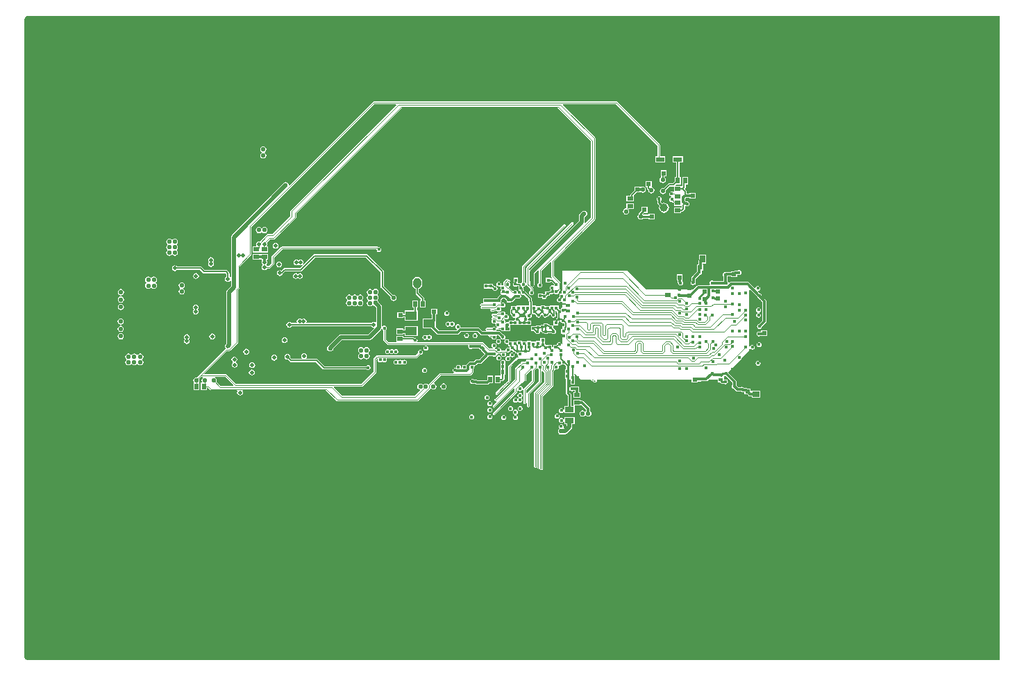
<source format=gbl>
G04*
G04 #@! TF.GenerationSoftware,Altium Limited,Altium Designer,24.0.1 (36)*
G04*
G04 Layer_Physical_Order=4*
G04 Layer_Color=16711680*
%FSLAX43Y43*%
%MOMM*%
G71*
G04*
G04 #@! TF.SameCoordinates,2B35A735-E746-45F3-9C8E-D4930A679F63*
G04*
G04*
G04 #@! TF.FilePolarity,Positive*
G04*
G01*
G75*
%ADD11C,0.100*%
%ADD13C,0.200*%
%ADD16C,0.400*%
%ADD41C,0.150*%
%ADD42C,0.090*%
%ADD43R,0.890X0.640*%
%ADD44R,0.560X0.510*%
%ADD59R,0.700X0.510*%
%ADD60R,0.640X0.890*%
%ADD61R,0.510X0.560*%
%ADD63R,0.350X0.350*%
%ADD67R,0.510X0.700*%
%ADD68C,0.220*%
%ADD69C,0.300*%
%ADD70C,0.160*%
%ADD72C,0.250*%
%ADD74C,0.500*%
%ADD75C,0.110*%
%ADD80C,0.400*%
%ADD88O,1.000X1.300*%
%ADD89C,0.550*%
%ADD90C,0.500*%
%ADD92R,0.500X0.400*%
%ADD93R,1.400X1.000*%
%ADD94R,0.350X0.350*%
%ADD95R,1.000X0.640*%
%ADD96R,1.060X0.540*%
%ADD97R,0.400X0.500*%
%ADD98C,1.000*%
%ADD99C,0.175*%
G36*
X119490Y510D02*
X1000D01*
X1000Y510D01*
X1000Y510D01*
X952Y510D01*
X857Y529D01*
X768Y566D01*
X688Y619D01*
X619Y687D01*
X566Y768D01*
X529Y857D01*
X510Y952D01*
Y1000D01*
X510Y78600D01*
Y78648D01*
X529Y78743D01*
X566Y78832D01*
X619Y78912D01*
X688Y78981D01*
X768Y79034D01*
X857Y79071D01*
X952Y79090D01*
X1000Y79090D01*
X119490D01*
Y510D01*
D02*
G37*
%LPC*%
G36*
X29642Y63182D02*
X29495Y63153D01*
X29371Y63070D01*
X29288Y62946D01*
X29259Y62800D01*
X29288Y62654D01*
X29371Y62530D01*
X29438Y62485D01*
X29435Y62367D01*
X29361Y62317D01*
X29278Y62193D01*
X29249Y62047D01*
X29278Y61901D01*
X29361Y61776D01*
X29485Y61694D01*
X29631Y61664D01*
X29778Y61694D01*
X29902Y61776D01*
X29985Y61901D01*
X30014Y62047D01*
X29985Y62193D01*
X29902Y62317D01*
X29835Y62362D01*
X29838Y62480D01*
X29912Y62530D01*
X29995Y62654D01*
X30024Y62800D01*
X29995Y62946D01*
X29912Y63070D01*
X29788Y63153D01*
X29642Y63182D01*
D02*
G37*
G36*
X72735Y68627D02*
X43114D01*
X42999Y68580D01*
X32840Y58421D01*
X32741Y58463D01*
X32718Y58576D01*
X32635Y58700D01*
X32511Y58783D01*
X32365Y58812D01*
X32219Y58783D01*
X32095Y58700D01*
X32012Y58576D01*
X32010Y58566D01*
X32006Y58560D01*
X32002Y58541D01*
X25808Y52347D01*
X25731Y52232D01*
X25704Y52095D01*
Y47218D01*
X25604Y47187D01*
X25577Y47227D01*
X25529Y47260D01*
Y47673D01*
X25529Y47673D01*
X25513Y47751D01*
X25469Y47817D01*
X25469Y47817D01*
X25267Y48019D01*
X25201Y48063D01*
X25123Y48079D01*
X22479D01*
X22123Y48434D01*
X22057Y48478D01*
X21979Y48494D01*
X19135D01*
X19102Y48542D01*
X18987Y48620D01*
X18850Y48647D01*
X18713Y48620D01*
X18598Y48542D01*
X18520Y48427D01*
X18493Y48290D01*
X18520Y48153D01*
X18598Y48038D01*
X18713Y47960D01*
X18850Y47933D01*
X18987Y47960D01*
X19102Y48038D01*
X19135Y48086D01*
X21895D01*
X22250Y47731D01*
X22250Y47731D01*
X22316Y47687D01*
X22394Y47671D01*
X22394Y47671D01*
X25039D01*
X25121Y47589D01*
Y47260D01*
X25073Y47227D01*
X24995Y47112D01*
X24968Y46975D01*
X24995Y46838D01*
X25073Y46723D01*
X25188Y46645D01*
X25325Y46618D01*
X25462Y46645D01*
X25577Y46723D01*
X25604Y46763D01*
X25704Y46732D01*
Y46083D01*
X25236Y45616D01*
X25159Y45500D01*
X25132Y45364D01*
Y39062D01*
X25063Y38992D01*
X24985Y38877D01*
X24958Y38740D01*
X24985Y38603D01*
X25015Y38559D01*
X25019Y38452D01*
X21857Y35290D01*
X21539Y34973D01*
X21490Y34982D01*
X21344Y34953D01*
X21220Y34870D01*
X21137Y34746D01*
X21108Y34600D01*
X21137Y34454D01*
X21153Y34429D01*
X21145Y34329D01*
X21145Y34329D01*
X21145Y34329D01*
Y33429D01*
X21855D01*
Y34329D01*
X21855Y34329D01*
X21855D01*
X21827Y34429D01*
X21843Y34454D01*
X21872Y34600D01*
X21843Y34746D01*
X21815Y34789D01*
X22039Y35013D01*
X22264D01*
X22294Y34913D01*
X22230Y34870D01*
X22147Y34746D01*
X22118Y34600D01*
X22147Y34454D01*
X22163Y34429D01*
X22110Y34329D01*
X22045D01*
Y33429D01*
X22755D01*
Y33720D01*
X22869D01*
X23150Y33438D01*
X23265Y33391D01*
X26436D01*
X26490Y33291D01*
X26470Y33262D01*
X26443Y33125D01*
X26470Y32988D01*
X26548Y32873D01*
X26663Y32795D01*
X26800Y32768D01*
X26937Y32795D01*
X27052Y32873D01*
X27130Y32988D01*
X27157Y33125D01*
X27130Y33262D01*
X27110Y33291D01*
X27164Y33391D01*
X37263D01*
X38551Y32102D01*
X38666Y32055D01*
X48438D01*
X48553Y32102D01*
X50015Y33564D01*
X50017Y33570D01*
X50060Y33582D01*
X50133Y33589D01*
X50242Y33516D01*
X50389Y33487D01*
X50535Y33516D01*
X50659Y33599D01*
X50742Y33723D01*
X50771Y33869D01*
X50742Y34015D01*
X50659Y34139D01*
X50535Y34222D01*
X50495Y34230D01*
X50462Y34339D01*
X51296Y35172D01*
X54815D01*
X54930Y35220D01*
X55198Y35488D01*
X55246Y35603D01*
Y35977D01*
X55293Y36009D01*
X55360Y36108D01*
X55383Y36225D01*
X55364Y36321D01*
X55419Y36421D01*
X55461D01*
X55559Y36440D01*
X55642Y36495D01*
X55768Y36622D01*
X56088D01*
X56186Y36641D01*
X56268Y36696D01*
X57117Y37545D01*
X57666D01*
X57708Y37517D01*
X57825Y37494D01*
X57942Y37517D01*
X58041Y37584D01*
X58108Y37683D01*
X58119Y37741D01*
X58202Y37810D01*
X58228Y37813D01*
X58492D01*
X58545Y37835D01*
X58632Y37771D01*
X58635Y37764D01*
X58657Y37653D01*
X58723Y37554D01*
X58822Y37487D01*
X58939Y37464D01*
X59056Y37487D01*
X59156Y37554D01*
X59222Y37653D01*
X59245Y37770D01*
X59228Y37858D01*
X59252Y37923D01*
X59288Y37968D01*
X59376Y38004D01*
X59405Y38033D01*
X59475Y38019D01*
X59592Y38042D01*
X59691Y38109D01*
X59758Y38208D01*
X59773Y38287D01*
X59861Y38335D01*
X59878Y38338D01*
X59908Y38317D01*
X60025Y38294D01*
X60028Y38295D01*
X60226Y38097D01*
X60284Y38058D01*
X60323Y38050D01*
X60384Y37959D01*
X60483Y37892D01*
X60573Y37875D01*
X60644Y37800D01*
X60667Y37683D01*
X60734Y37584D01*
X60811Y37532D01*
X60788Y37432D01*
X60654D01*
X60593Y37420D01*
X60542Y37386D01*
X59541Y36385D01*
X59507Y36334D01*
X59495Y36273D01*
Y34613D01*
X59068Y34187D01*
X59068Y34187D01*
X58015Y33133D01*
X57980Y33082D01*
X57968Y33021D01*
X57980Y32961D01*
X58015Y32910D01*
X58066Y32875D01*
X58126Y32863D01*
X58187Y32875D01*
X58238Y32910D01*
X59292Y33963D01*
X59292Y33963D01*
X59765Y34436D01*
X59799Y34487D01*
X59811Y34548D01*
Y36208D01*
X60719Y37116D01*
X61680D01*
X61693Y37099D01*
X61669Y36963D01*
X61659Y36956D01*
X61627Y36909D01*
X61249D01*
X61188Y36897D01*
X61137Y36863D01*
X60364Y36089D01*
X60329Y36038D01*
X60317Y35978D01*
Y34791D01*
X57866Y32339D01*
X57831Y32288D01*
X57819Y32227D01*
X57831Y32167D01*
X57866Y32116D01*
X57917Y32081D01*
X57977Y32069D01*
X58038Y32081D01*
X58054Y32092D01*
X58118Y32014D01*
X57640Y31537D01*
X57606Y31485D01*
X57594Y31425D01*
X57606Y31365D01*
X57640Y31313D01*
X57691Y31279D01*
X57752Y31267D01*
X57812Y31279D01*
X57863Y31313D01*
X60213Y33662D01*
X60305Y33613D01*
X60300Y33588D01*
Y33296D01*
X57665Y30661D01*
X57631Y30610D01*
X57619Y30550D01*
X57631Y30489D01*
X57665Y30438D01*
X57717Y30404D01*
X57777Y30391D01*
X57838Y30404D01*
X57889Y30438D01*
X60569Y33118D01*
X60604Y33170D01*
X60616Y33230D01*
Y33417D01*
X60716Y33447D01*
X60757Y33385D01*
X60856Y33319D01*
X60973Y33295D01*
X61091Y33319D01*
X61190Y33385D01*
X61256Y33484D01*
X61279Y33601D01*
X61256Y33718D01*
X61190Y33818D01*
X61108Y33873D01*
X61075Y33981D01*
X61637Y34543D01*
X61671Y34594D01*
X61683Y34655D01*
Y35284D01*
X62270Y35870D01*
X62370Y35829D01*
Y34566D01*
X61413Y33610D01*
X61379Y33559D01*
X61367Y33498D01*
Y31919D01*
X61379Y31858D01*
X61413Y31807D01*
X61465Y31773D01*
X61525Y31761D01*
X61585Y31773D01*
X61637Y31807D01*
X61671Y31858D01*
X61683Y31919D01*
Y33433D01*
X62639Y34389D01*
X62674Y34440D01*
X62686Y34501D01*
Y35835D01*
X62987Y36136D01*
X62988Y36137D01*
X63092Y36123D01*
X63159Y36024D01*
X63217Y35985D01*
Y34498D01*
X61870Y33151D01*
X61835Y33100D01*
X61823Y33039D01*
Y31469D01*
X61835Y31408D01*
X61870Y31357D01*
X61921Y31323D01*
X61981Y31311D01*
X62042Y31323D01*
X62093Y31357D01*
X62127Y31408D01*
X62139Y31469D01*
Y32974D01*
X63487Y34321D01*
X63521Y34372D01*
X63533Y34433D01*
Y35794D01*
X63633Y35836D01*
X63896Y35573D01*
Y34387D01*
X63698Y34190D01*
X62672Y33164D01*
X62625Y33049D01*
Y24149D01*
X62672Y24034D01*
X62787Y23987D01*
X62847Y24012D01*
X62872Y23951D01*
X62987Y23904D01*
X63047Y23929D01*
X63072Y23869D01*
X63187Y23821D01*
X63247Y23846D01*
X63272Y23786D01*
X63387Y23738D01*
X63447Y23763D01*
X63472Y23703D01*
X63587Y23655D01*
X63702Y23703D01*
X63749Y23818D01*
Y32650D01*
X64973Y33874D01*
X65021Y33989D01*
Y35713D01*
X65102Y35794D01*
X65150Y35909D01*
Y35909D01*
X65250Y35963D01*
X65258Y35957D01*
X65375Y35934D01*
X65492Y35957D01*
X65591Y36024D01*
X65658Y36123D01*
X65681Y36240D01*
X65660Y36346D01*
X65687Y36390D01*
X65726Y36435D01*
X65780Y36424D01*
X65897Y36447D01*
X65996Y36514D01*
X66037Y36575D01*
X66349D01*
X66367Y36572D01*
X66392D01*
X66544Y36420D01*
X66538Y36411D01*
X66521Y36324D01*
Y35991D01*
X66446D01*
Y35457D01*
X66446Y35441D01*
X66446Y35441D01*
X66473Y35369D01*
X66473Y35369D01*
Y34819D01*
X66521D01*
Y33083D01*
X66538Y32995D01*
X66588Y32921D01*
X66771Y32738D01*
Y31495D01*
X66400D01*
Y30979D01*
X66300Y30969D01*
X66282Y31061D01*
X66215Y31161D01*
X66116Y31227D01*
X65999Y31250D01*
X65882Y31227D01*
X65783Y31161D01*
X65716Y31061D01*
X65693Y30944D01*
X65716Y30827D01*
X65783Y30728D01*
X65882Y30662D01*
X65999Y30638D01*
X66116Y30662D01*
X66215Y30728D01*
X66282Y30827D01*
X66300Y30920D01*
X66400Y30910D01*
Y30655D01*
X67600D01*
Y31460D01*
X67600Y31495D01*
X67673Y31560D01*
X68340D01*
Y31580D01*
X68440Y31621D01*
X69029Y31032D01*
Y30850D01*
X69014Y30840D01*
X68984Y30795D01*
X68884D01*
X68854Y30840D01*
X68730Y30923D01*
X68584Y30952D01*
X68438Y30923D01*
X68314Y30840D01*
X68231Y30716D01*
X68202Y30569D01*
X68231Y30423D01*
X68314Y30299D01*
X68438Y30216D01*
X68584Y30187D01*
X68730Y30216D01*
X68854Y30299D01*
X68884Y30343D01*
X68984D01*
X69014Y30299D01*
X69138Y30216D01*
X69284Y30187D01*
X69430Y30216D01*
X69554Y30299D01*
X69637Y30423D01*
X69666Y30569D01*
X69637Y30716D01*
X69554Y30840D01*
X69539Y30850D01*
Y31138D01*
X69520Y31235D01*
X69464Y31318D01*
X68695Y32088D01*
X68612Y32143D01*
X68514Y32162D01*
X68340D01*
Y32270D01*
X67440D01*
Y31595D01*
X67440Y31560D01*
X67367Y31495D01*
X67229D01*
Y32833D01*
X67212Y32921D01*
X67162Y32995D01*
X66979Y33178D01*
Y33348D01*
X67079Y33378D01*
X67084Y33372D01*
X67183Y33305D01*
X67300Y33282D01*
X67417Y33305D01*
X67459Y33333D01*
X67615D01*
Y33313D01*
X67635D01*
Y33170D01*
X67440D01*
Y32460D01*
X68340D01*
Y33170D01*
X68145D01*
Y33313D01*
X68165D01*
Y33863D01*
X67615D01*
Y33843D01*
X67459D01*
X67417Y33871D01*
X67300Y33894D01*
X67183Y33871D01*
X67084Y33804D01*
X67079Y33798D01*
X66979Y33828D01*
Y34737D01*
X66980Y34737D01*
X67008Y34757D01*
X67116Y34712D01*
X67116Y34711D01*
Y34642D01*
X67116D01*
Y34092D01*
X67666D01*
Y34642D01*
X67666D01*
Y34711D01*
X67666D01*
Y35261D01*
X67553D01*
Y35436D01*
X67646Y35475D01*
X68413Y34732D01*
X69612D01*
X69622Y34720D01*
X69638Y34642D01*
X69682Y34576D01*
X69748Y34532D01*
X69826Y34516D01*
X69847D01*
X69855Y34479D01*
X69899Y34413D01*
X69965Y34369D01*
X70043Y34353D01*
X70126D01*
X70204Y34369D01*
X70270Y34413D01*
X70314Y34479D01*
X70330Y34557D01*
X70315Y34632D01*
X70315Y34635D01*
X70370Y34732D01*
X81881D01*
Y34350D01*
X82641D01*
Y34414D01*
X82741Y34463D01*
X82743Y34462D01*
X82860Y34438D01*
X82978Y34462D01*
X83019Y34489D01*
X83653D01*
X83750Y34509D01*
X83833Y34564D01*
X84001Y34732D01*
X85111D01*
Y34365D01*
X85356D01*
X85433Y34289D01*
X85502Y34242D01*
X85584Y34226D01*
X85805D01*
X85893Y34167D01*
X86010Y34144D01*
X86127Y34167D01*
X86226Y34233D01*
X86293Y34332D01*
X86316Y34450D01*
X86293Y34567D01*
X86226Y34666D01*
X86127Y34732D01*
X86010Y34755D01*
X85911Y34736D01*
X85811Y34788D01*
Y35137D01*
X85906Y35232D01*
X85943Y35207D01*
X85992Y35198D01*
X86822Y34367D01*
Y34080D01*
X86793Y34037D01*
X86770Y33920D01*
X86793Y33803D01*
X86860Y33704D01*
X86959Y33637D01*
X87037Y33622D01*
X87308Y33350D01*
X87391Y33295D01*
X87489Y33276D01*
X87836D01*
X87899Y33234D01*
X87977Y33218D01*
X88004Y33197D01*
X88035Y33181D01*
X88064Y33162D01*
X88079Y33159D01*
X88093Y33152D01*
X88128Y33149D01*
X88162Y33142D01*
X88331D01*
Y32885D01*
X88704D01*
X88829Y32760D01*
X88911Y32705D01*
X89009Y32685D01*
X89191D01*
Y32495D01*
X90281D01*
Y33335D01*
X89191D01*
Y33335D01*
X89091Y33304D01*
Y33595D01*
X88712D01*
X88682Y33611D01*
X88650Y33633D01*
X88639Y33635D01*
X88629Y33640D01*
X88591Y33645D01*
X88553Y33652D01*
X88286D01*
X88232Y33733D01*
X88133Y33799D01*
X88016Y33822D01*
X87899Y33799D01*
X87879Y33785D01*
X87594D01*
X87363Y34017D01*
X87359Y34037D01*
X87332Y34077D01*
Y34473D01*
X87313Y34571D01*
X87257Y34653D01*
X86352Y35558D01*
X86343Y35607D01*
X86318Y35644D01*
X87776Y37102D01*
X87802Y37107D01*
X87901Y37174D01*
X87968Y37273D01*
X87973Y37299D01*
X88892Y38218D01*
Y38591D01*
X88992Y38601D01*
X89002Y38548D01*
X89069Y38449D01*
X89168Y38382D01*
X89285Y38359D01*
X89402Y38382D01*
X89501Y38449D01*
X89568Y38548D01*
X89591Y38665D01*
X89568Y38782D01*
X89501Y38881D01*
X89402Y38948D01*
X89285Y38971D01*
X89168Y38948D01*
X89069Y38881D01*
X89002Y38782D01*
X88992Y38729D01*
X88892Y38739D01*
Y45562D01*
X88892Y45571D01*
X88987Y45666D01*
X89023Y45666D01*
X89874Y44814D01*
X89877Y44798D01*
X89944Y44699D01*
X90043Y44632D01*
X90091Y44623D01*
X90529Y44184D01*
Y41921D01*
X90091Y41482D01*
X90043Y41473D01*
X89944Y41406D01*
X89877Y41307D01*
X89854Y41190D01*
X89877Y41073D01*
X89944Y40974D01*
X90043Y40907D01*
X90160Y40884D01*
X90277Y40907D01*
X90376Y40974D01*
X90443Y41073D01*
X90453Y41123D01*
X90964Y41635D01*
X91020Y41717D01*
X91039Y41815D01*
Y44290D01*
X91020Y44388D01*
X90964Y44470D01*
X90453Y44982D01*
X90443Y45032D01*
X90376Y45131D01*
X90277Y45198D01*
X90196Y45214D01*
X89970Y45439D01*
X89970Y45442D01*
X90010Y45541D01*
X90089Y45557D01*
X90188Y45623D01*
X90255Y45722D01*
X90278Y45840D01*
X90255Y45957D01*
X90188Y46056D01*
X90089Y46122D01*
X89972Y46145D01*
X89855Y46122D01*
X89756Y46056D01*
X89689Y45957D01*
X89674Y45877D01*
X89575Y45838D01*
X89572Y45838D01*
X88864Y46545D01*
X88782Y46600D01*
X88684Y46620D01*
X86723D01*
X86625Y46600D01*
X86542Y46545D01*
X86485Y46488D01*
X86482Y46488D01*
X86383Y46528D01*
X86368Y46607D01*
X86301Y46706D01*
X86246Y46743D01*
Y47335D01*
X86656D01*
Y47235D01*
X87416D01*
Y47471D01*
X87601D01*
X87659Y47459D01*
X87776Y47482D01*
X87875Y47549D01*
X87942Y47648D01*
X87965Y47765D01*
X87942Y47882D01*
X87875Y47981D01*
X87776Y48048D01*
X87659Y48071D01*
X87542Y48048D01*
X87443Y47981D01*
X87442Y47980D01*
X87171D01*
X87073Y47961D01*
X87049Y47945D01*
X86656D01*
Y47845D01*
X86130D01*
X86033Y47825D01*
X86006Y47807D01*
X85990Y47810D01*
X85873Y47787D01*
X85774Y47721D01*
X85707Y47622D01*
X85684Y47505D01*
X85707Y47387D01*
X85736Y47344D01*
Y46740D01*
X84546D01*
X84497Y46772D01*
X84380Y46795D01*
X84263Y46772D01*
X84164Y46706D01*
X84097Y46607D01*
X84074Y46490D01*
X84097Y46372D01*
X84119Y46340D01*
X84066Y46240D01*
X84006D01*
X84006Y46240D01*
X82721D01*
X82623Y46220D01*
X82541Y46165D01*
X82037Y45662D01*
X76358D01*
X73987Y48032D01*
X66146D01*
X66146Y46436D01*
X66144Y46425D01*
X66146Y46414D01*
X66147Y45600D01*
X66134Y45591D01*
X66067Y45492D01*
X66044Y45375D01*
X66065Y45269D01*
X66057Y45237D01*
X66021Y45169D01*
X65758D01*
Y44839D01*
X65756Y44829D01*
X65735Y44732D01*
X65618Y44709D01*
X65518Y44642D01*
X65452Y44543D01*
X65429Y44426D01*
X65452Y44309D01*
X65518Y44210D01*
X65618Y44143D01*
X65735Y44120D01*
X65852Y44143D01*
X65951Y44210D01*
X66012Y44301D01*
X66044Y44304D01*
X66116Y44292D01*
X66117Y44283D01*
X66147Y44238D01*
X66147Y43500D01*
X66083Y43488D01*
X65984Y43421D01*
X65937Y43351D01*
X65860Y43283D01*
X65743Y43306D01*
X65670Y43377D01*
Y43725D01*
X64575D01*
X64575Y43700D01*
X64025D01*
X64025Y43750D01*
X63475D01*
X63475Y43650D01*
X62925D01*
X62925Y43730D01*
X62475D01*
Y44200D01*
X62460Y44273D01*
X62430Y44318D01*
X62429Y44322D01*
X62388Y44384D01*
X62377Y44394D01*
Y44612D01*
X62362Y44685D01*
X62321Y44747D01*
X61641Y45427D01*
X61633Y45467D01*
X61566Y45566D01*
X61467Y45633D01*
X61366Y45653D01*
Y45660D01*
X61354Y45723D01*
Y45763D01*
X61350Y45781D01*
Y45999D01*
X61375Y46019D01*
X61492Y46042D01*
X61591Y46109D01*
X61658Y46208D01*
X61663Y46235D01*
X61725Y46249D01*
X61767Y46246D01*
X61794Y46205D01*
X62217Y45782D01*
Y45555D01*
X62159Y45516D01*
X62092Y45417D01*
X62069Y45300D01*
X62092Y45183D01*
X62159Y45084D01*
X62258Y45017D01*
X62375Y44994D01*
X62492Y45017D01*
X62591Y45084D01*
X62658Y45183D01*
X62681Y45300D01*
X62658Y45417D01*
X62591Y45516D01*
X62533Y45555D01*
Y45848D01*
X62521Y45908D01*
X62502Y45937D01*
X62511Y45999D01*
X62515Y46016D01*
X62534Y46054D01*
X62616Y46109D01*
X62683Y46208D01*
X62706Y46325D01*
Y46615D01*
X62730Y46650D01*
X62757Y46787D01*
Y47677D01*
X63113Y48032D01*
X63213Y47991D01*
Y46502D01*
X63159Y46466D01*
X63092Y46367D01*
X63069Y46250D01*
X63092Y46133D01*
X63159Y46034D01*
X63258Y45967D01*
X63375Y45944D01*
X63492Y45967D01*
X63591Y46034D01*
X63658Y46133D01*
X63681Y46250D01*
X63658Y46367D01*
X63591Y46466D01*
X63537Y46502D01*
Y47987D01*
X64656Y49105D01*
X64748Y49067D01*
Y47299D01*
X64796Y47184D01*
X64839Y47141D01*
X64798Y47041D01*
X64675D01*
Y47112D01*
X64125D01*
Y46562D01*
X64675D01*
Y46633D01*
X64775D01*
X65068Y46341D01*
X65066Y46254D01*
X64984Y46194D01*
X64875Y46216D01*
X64758Y46193D01*
X64659Y46126D01*
X64592Y46027D01*
X64569Y45910D01*
X64592Y45793D01*
X64594Y45790D01*
X64640Y45710D01*
X64640D01*
X64640Y45710D01*
Y45596D01*
X64574Y45527D01*
X64537Y45519D01*
X64501Y45512D01*
X64499Y45510D01*
X64496Y45510D01*
X64422Y45477D01*
X64030D01*
Y45210D01*
X63942Y45122D01*
X63900Y45131D01*
X63872Y45125D01*
X63853Y45138D01*
X63775Y45154D01*
X63675D01*
Y45225D01*
X63125D01*
Y44675D01*
X63639D01*
X63684Y44609D01*
X63783Y44542D01*
X63900Y44519D01*
X64017Y44542D01*
X64116Y44609D01*
X64183Y44708D01*
X64202Y44805D01*
X64324Y44927D01*
X64580D01*
Y45101D01*
X64622Y45120D01*
X64778D01*
X64856Y45135D01*
X64893Y45160D01*
X65190D01*
X65190Y45160D01*
X65268Y45130D01*
X65273Y45127D01*
X65273Y45127D01*
X65390Y45104D01*
X65507Y45127D01*
X65606Y45194D01*
X65673Y45293D01*
X65696Y45410D01*
X65683Y45474D01*
X65855Y45646D01*
X65903Y45760D01*
Y46469D01*
X65855Y46584D01*
X65073Y47366D01*
Y49139D01*
X70124Y54189D01*
X70171Y54304D01*
Y64140D01*
X70124Y64255D01*
X66168Y68210D01*
X66206Y68303D01*
X72668D01*
X77717Y63253D01*
Y61932D01*
X77425D01*
Y61193D01*
X78685D01*
Y61932D01*
X78042D01*
Y63320D01*
X77994Y63435D01*
X72850Y68580D01*
X72735Y68627D01*
D02*
G37*
G36*
X78830Y60244D02*
X78120D01*
Y59484D01*
X78146D01*
Y59370D01*
X78080Y59325D01*
X77997Y59201D01*
X77968Y59055D01*
X77997Y58909D01*
X78080Y58785D01*
X78204Y58702D01*
X78350Y58673D01*
X78496Y58702D01*
X78620Y58785D01*
X78703Y58909D01*
X78732Y59055D01*
X78703Y59201D01*
X78620Y59325D01*
X78554Y59370D01*
Y59484D01*
X78830D01*
Y60244D01*
D02*
G37*
G36*
X80825Y61932D02*
X79565D01*
Y61193D01*
X80003D01*
Y59430D01*
X79852D01*
Y58913D01*
X79598Y58659D01*
X79125D01*
X79125Y58659D01*
X79047Y58643D01*
X78981Y58599D01*
X78453Y58072D01*
X78375Y58087D01*
X78229Y58058D01*
X78105Y57975D01*
X78022Y57851D01*
X77993Y57705D01*
X78022Y57559D01*
X78105Y57435D01*
X78229Y57352D01*
X78375Y57323D01*
X78521Y57352D01*
X78645Y57435D01*
X78728Y57559D01*
X78757Y57705D01*
X78742Y57783D01*
X79209Y58251D01*
X79682D01*
X79721Y58219D01*
Y57649D01*
X79693Y57629D01*
X79622Y57604D01*
X79542Y57658D01*
X79425Y57681D01*
X79308Y57658D01*
X79209Y57591D01*
X79142Y57492D01*
X79119Y57375D01*
X79142Y57258D01*
X79209Y57159D01*
X79308Y57092D01*
X79378Y57078D01*
Y56977D01*
X79333Y56968D01*
X79234Y56901D01*
X79167Y56802D01*
X79144Y56685D01*
X79167Y56568D01*
X79234Y56469D01*
X79333Y56402D01*
X79450Y56379D01*
X79519Y56393D01*
X79613Y56299D01*
X79664Y56265D01*
X79724Y56253D01*
X79725D01*
Y55900D01*
X80625D01*
X80681Y55823D01*
Y55787D01*
X80625Y55710D01*
X79725D01*
Y55000D01*
X80625D01*
Y55151D01*
X80690D01*
X80768Y55167D01*
X80834Y55211D01*
X81029Y55406D01*
X81073Y55472D01*
X81089Y55550D01*
Y55832D01*
X81189Y55885D01*
X81208Y55872D01*
X81325Y55849D01*
X81442Y55872D01*
X81541Y55939D01*
X81608Y56038D01*
X81631Y56155D01*
X81608Y56272D01*
X81541Y56371D01*
X81442Y56438D01*
X81325Y56461D01*
X81208Y56438D01*
X81207Y56437D01*
X81122Y56486D01*
Y56823D01*
X81180Y56881D01*
X81306D01*
X81402Y56900D01*
X81635D01*
Y56800D01*
X82395D01*
Y57510D01*
X81635D01*
Y57410D01*
X81325D01*
X81279Y57448D01*
Y57655D01*
X81263Y57733D01*
X81219Y57799D01*
X81110Y57908D01*
X81096Y58000D01*
X81140Y58066D01*
X81156Y58144D01*
Y58530D01*
X81462D01*
Y59430D01*
X80752D01*
Y58845D01*
X80748Y58825D01*
Y58298D01*
X80721Y58280D01*
X80621Y58316D01*
Y58316D01*
X79962D01*
X79924Y58408D01*
X80045Y58530D01*
X80562D01*
Y59430D01*
X80411D01*
Y61193D01*
X80825D01*
Y61932D01*
D02*
G37*
G36*
X76995Y58935D02*
X76235D01*
Y58318D01*
X76235Y58244D01*
X76172Y58192D01*
X76171Y58191D01*
X76141Y58187D01*
X76071Y58233D01*
X75925Y58262D01*
X75779Y58233D01*
X75740Y58207D01*
X75640Y58235D01*
X75640Y58235D01*
X74880D01*
Y57788D01*
X74435Y57344D01*
X74391Y57278D01*
X74376Y57200D01*
Y57130D01*
X73925D01*
Y56420D01*
X74825D01*
Y57130D01*
X74825Y57130D01*
X74825D01*
X74876Y57207D01*
X75193Y57525D01*
X75640D01*
X75640Y57525D01*
Y57525D01*
X75740Y57553D01*
X75779Y57527D01*
X75925Y57498D01*
X76071Y57527D01*
X76195Y57610D01*
X76278Y57734D01*
X76307Y57880D01*
X76278Y58026D01*
X76225Y58106D01*
X76204Y58138D01*
X76204Y58138D01*
X76222Y58110D01*
X76204Y58139D01*
X76238Y58202D01*
X76255Y58224D01*
X76259Y58225D01*
X76311Y58225D01*
X76411Y58181D01*
Y58074D01*
X76427Y57996D01*
X76471Y57929D01*
X76593Y57807D01*
X76593Y57805D01*
X76622Y57659D01*
X76705Y57535D01*
X76829Y57452D01*
X76975Y57423D01*
X77121Y57452D01*
X77245Y57535D01*
X77328Y57659D01*
X77357Y57805D01*
X77328Y57951D01*
X77245Y58075D01*
X77121Y58158D01*
X77071Y58168D01*
X76995Y58225D01*
Y58935D01*
D02*
G37*
G36*
X77925Y57061D02*
X77808Y57038D01*
X77709Y56971D01*
X77642Y56872D01*
X77619Y56755D01*
X77642Y56638D01*
X77696Y56558D01*
Y56256D01*
X77713Y56168D01*
X77763Y56094D01*
X77953Y55903D01*
X77951Y55899D01*
X77904Y55665D01*
X77951Y55431D01*
X78083Y55232D01*
X78282Y55100D01*
X78516Y55053D01*
X78750Y55100D01*
X78949Y55232D01*
X79081Y55431D01*
X79128Y55665D01*
X79081Y55899D01*
X78949Y56098D01*
X78750Y56230D01*
X78516Y56277D01*
X78282Y56230D01*
X78278Y56228D01*
X78154Y56351D01*
Y56558D01*
X78208Y56638D01*
X78231Y56755D01*
X78208Y56872D01*
X78141Y56971D01*
X78042Y57038D01*
X77925Y57061D01*
D02*
G37*
G36*
X74825Y56230D02*
X73925D01*
Y55703D01*
X73884Y55609D01*
X73738Y55580D01*
X73614Y55497D01*
X73531Y55373D01*
X73502Y55227D01*
X73531Y55081D01*
X73614Y54957D01*
X73738Y54874D01*
X73884Y54845D01*
X74031Y54874D01*
X74155Y54957D01*
X74238Y55081D01*
X74267Y55227D01*
X74238Y55373D01*
X74199Y55431D01*
X74239Y55520D01*
X74825D01*
Y56230D01*
D02*
G37*
G36*
X76490Y55760D02*
X75730D01*
Y55349D01*
X75513Y55132D01*
X75463Y55058D01*
X75446Y54970D01*
Y54903D01*
X75405Y54875D01*
X75322Y54751D01*
X75293Y54605D01*
X75322Y54459D01*
X75405Y54335D01*
X75529Y54252D01*
X75675Y54223D01*
X75821Y54252D01*
X75945Y54335D01*
X75973Y54376D01*
X76647D01*
Y54250D01*
X77407D01*
Y54960D01*
X76647D01*
Y54834D01*
X76005D01*
X75958Y54928D01*
X76079Y55050D01*
X76490D01*
Y55760D01*
D02*
G37*
G36*
X18850Y51905D02*
X18704Y51876D01*
X18580Y51793D01*
X18563Y51768D01*
X18463D01*
X18445Y51793D01*
X18321Y51876D01*
X18175Y51905D01*
X18029Y51876D01*
X17905Y51793D01*
X17822Y51669D01*
X17793Y51523D01*
X17822Y51377D01*
X17905Y51253D01*
X17930Y51235D01*
Y51135D01*
X17905Y51118D01*
X17822Y50994D01*
X17793Y50848D01*
X17822Y50702D01*
X17905Y50578D01*
X17930Y50560D01*
Y50460D01*
X17905Y50443D01*
X17822Y50319D01*
X17793Y50173D01*
X17822Y50027D01*
X17905Y49903D01*
X18029Y49820D01*
X18175Y49791D01*
X18321Y49820D01*
X18445Y49903D01*
X18463Y49928D01*
X18563D01*
X18580Y49903D01*
X18704Y49820D01*
X18850Y49791D01*
X18996Y49820D01*
X19120Y49903D01*
X19203Y50027D01*
X19232Y50173D01*
X19203Y50319D01*
X19120Y50443D01*
X19095Y50460D01*
Y50560D01*
X19120Y50578D01*
X19203Y50702D01*
X19232Y50848D01*
X19203Y50994D01*
X19120Y51118D01*
X19095Y51135D01*
Y51235D01*
X19120Y51253D01*
X19203Y51377D01*
X19232Y51523D01*
X19203Y51669D01*
X19120Y51793D01*
X18996Y51876D01*
X18850Y51905D01*
D02*
G37*
G36*
X23250Y49657D02*
X23113Y49630D01*
X22998Y49552D01*
X22920Y49437D01*
X22893Y49300D01*
X22920Y49163D01*
X22996Y49050D01*
X22920Y48937D01*
X22893Y48800D01*
X22920Y48663D01*
X22998Y48548D01*
X23113Y48470D01*
X23250Y48443D01*
X23387Y48470D01*
X23502Y48548D01*
X23580Y48663D01*
X23607Y48800D01*
X23580Y48937D01*
X23504Y49050D01*
X23580Y49163D01*
X23607Y49300D01*
X23580Y49437D01*
X23502Y49552D01*
X23387Y49630D01*
X23250Y49657D01*
D02*
G37*
G36*
X83606Y49960D02*
X82766D01*
Y49331D01*
X82760Y49322D01*
X82741Y49225D01*
Y48770D01*
X82556D01*
Y48010D01*
X82556D01*
X82555Y47911D01*
X82552Y47907D01*
X82541Y47851D01*
X81900Y47209D01*
X81845Y47127D01*
X81825Y47029D01*
Y46729D01*
X81777Y46657D01*
X81754Y46540D01*
X81777Y46423D01*
X81844Y46324D01*
X81943Y46257D01*
X82060Y46234D01*
X82177Y46257D01*
X82276Y46324D01*
X82343Y46423D01*
X82366Y46540D01*
X82343Y46657D01*
X82335Y46668D01*
Y46923D01*
X82911Y47499D01*
X82952Y47507D01*
X83051Y47574D01*
X83118Y47673D01*
X83141Y47790D01*
X83118Y47907D01*
X83116Y47910D01*
X83165Y48010D01*
X83266D01*
Y48770D01*
X83251D01*
Y48870D01*
X83606D01*
Y49960D01*
D02*
G37*
G36*
X16298Y47272D02*
X16152Y47243D01*
X16028Y47160D01*
X16010Y47135D01*
X15910D01*
X15893Y47160D01*
X15769Y47243D01*
X15623Y47272D01*
X15477Y47243D01*
X15353Y47160D01*
X15270Y47036D01*
X15241Y46890D01*
X15270Y46744D01*
X15353Y46620D01*
X15401Y46588D01*
Y46467D01*
X15353Y46435D01*
X15270Y46311D01*
X15241Y46165D01*
X15270Y46019D01*
X15353Y45895D01*
X15477Y45812D01*
X15623Y45783D01*
X15769Y45812D01*
X15893Y45895D01*
X15910Y45920D01*
X16010D01*
X16028Y45895D01*
X16152Y45812D01*
X16298Y45783D01*
X16444Y45812D01*
X16568Y45895D01*
X16651Y46019D01*
X16680Y46165D01*
X16651Y46311D01*
X16568Y46435D01*
X16520Y46467D01*
Y46588D01*
X16568Y46620D01*
X16651Y46744D01*
X16680Y46890D01*
X16651Y47036D01*
X16568Y47160D01*
X16444Y47243D01*
X16298Y47272D01*
D02*
G37*
G36*
X21450Y47705D02*
X21313Y47678D01*
X21198Y47600D01*
X21120Y47485D01*
X21093Y47348D01*
X21120Y47211D01*
X21198Y47096D01*
X21313Y47018D01*
X21450Y46991D01*
X21587Y47018D01*
X21702Y47096D01*
X21780Y47211D01*
X21807Y47348D01*
X21780Y47485D01*
X21702Y47600D01*
X21587Y47678D01*
X21450Y47705D01*
D02*
G37*
G36*
X80766Y47560D02*
X80056D01*
Y46800D01*
X80155D01*
Y46671D01*
X80175Y46573D01*
X80230Y46490D01*
X80243Y46478D01*
X80263Y46373D01*
X80330Y46274D01*
X80429Y46207D01*
X80546Y46184D01*
X80663Y46207D01*
X80762Y46274D01*
X80829Y46373D01*
X80852Y46490D01*
X80829Y46607D01*
X80767Y46700D01*
X80766Y46800D01*
X80766Y46800D01*
X80766Y46800D01*
Y47560D01*
D02*
G37*
G36*
X19700Y46580D02*
X19554Y46551D01*
X19430Y46468D01*
X19347Y46344D01*
X19318Y46198D01*
X19347Y46052D01*
X19430Y45928D01*
X19479Y45895D01*
Y45775D01*
X19432Y45743D01*
X19349Y45619D01*
X19320Y45473D01*
X19349Y45327D01*
X19432Y45203D01*
X19556Y45120D01*
X19702Y45091D01*
X19848Y45120D01*
X19972Y45203D01*
X20055Y45327D01*
X20084Y45473D01*
X20055Y45619D01*
X19972Y45743D01*
X19923Y45776D01*
Y45896D01*
X19970Y45928D01*
X20053Y46052D01*
X20082Y46198D01*
X20053Y46344D01*
X19970Y46468D01*
X19846Y46551D01*
X19700Y46580D01*
D02*
G37*
G36*
X12276Y45747D02*
X12130Y45718D01*
X12006Y45635D01*
X11923Y45511D01*
X11894Y45365D01*
X11923Y45218D01*
X12006Y45094D01*
X12130Y45011D01*
X12276Y44982D01*
X12422Y45011D01*
X12546Y45094D01*
X12629Y45218D01*
X12658Y45365D01*
X12629Y45511D01*
X12546Y45635D01*
X12422Y45718D01*
X12276Y45747D01*
D02*
G37*
G36*
Y44847D02*
X12130Y44818D01*
X12006Y44735D01*
X11923Y44611D01*
X11894Y44465D01*
X11923Y44318D01*
X12006Y44194D01*
X12130Y44111D01*
X12276Y44082D01*
X12422Y44111D01*
X12546Y44194D01*
X12629Y44318D01*
X12658Y44465D01*
X12629Y44611D01*
X12546Y44735D01*
X12422Y44818D01*
X12276Y44847D01*
D02*
G37*
G36*
Y43947D02*
X12130Y43918D01*
X12006Y43835D01*
X11923Y43711D01*
X11894Y43565D01*
X11923Y43418D01*
X12006Y43294D01*
X12130Y43211D01*
X12276Y43182D01*
X12422Y43211D01*
X12546Y43294D01*
X12629Y43418D01*
X12658Y43565D01*
X12629Y43711D01*
X12546Y43835D01*
X12422Y43918D01*
X12276Y43947D01*
D02*
G37*
G36*
X21400Y43882D02*
X21263Y43855D01*
X21148Y43777D01*
X21070Y43662D01*
X21043Y43525D01*
X21070Y43388D01*
X21146Y43275D01*
X21070Y43162D01*
X21043Y43025D01*
X21070Y42888D01*
X21148Y42773D01*
X21263Y42695D01*
X21400Y42668D01*
X21537Y42695D01*
X21652Y42773D01*
X21730Y42888D01*
X21757Y43025D01*
X21730Y43162D01*
X21654Y43275D01*
X21730Y43388D01*
X21757Y43525D01*
X21730Y43662D01*
X21652Y43777D01*
X21537Y43855D01*
X21400Y43882D01*
D02*
G37*
G36*
X90060Y43521D02*
X89943Y43498D01*
X89844Y43431D01*
X89777Y43332D01*
X89754Y43215D01*
X89777Y43098D01*
X89844Y42999D01*
X89923Y42946D01*
X89932Y42901D01*
Y42879D01*
X89923Y42834D01*
X89844Y42781D01*
X89777Y42682D01*
X89754Y42565D01*
X89777Y42448D01*
X89844Y42349D01*
X89943Y42282D01*
X90060Y42259D01*
X90177Y42282D01*
X90276Y42349D01*
X90343Y42448D01*
X90366Y42565D01*
X90343Y42682D01*
X90276Y42781D01*
X90197Y42834D01*
X90188Y42879D01*
Y42901D01*
X90197Y42946D01*
X90276Y42999D01*
X90343Y43098D01*
X90366Y43215D01*
X90343Y43332D01*
X90276Y43431D01*
X90177Y43498D01*
X90060Y43521D01*
D02*
G37*
G36*
X12251Y42184D02*
X12105Y42155D01*
X11981Y42072D01*
X11898Y41948D01*
X11869Y41802D01*
X11898Y41656D01*
X11981Y41532D01*
X12105Y41449D01*
X12251Y41420D01*
X12397Y41449D01*
X12521Y41532D01*
X12604Y41656D01*
X12633Y41802D01*
X12604Y41948D01*
X12521Y42072D01*
X12397Y42155D01*
X12251Y42184D01*
D02*
G37*
G36*
X91116Y40745D02*
X90356D01*
Y40579D01*
X90193D01*
X90110Y40596D01*
X89993Y40573D01*
X89894Y40506D01*
X89827Y40407D01*
X89804Y40290D01*
X89827Y40173D01*
X89894Y40074D01*
X89993Y40007D01*
X90110Y39984D01*
X90227Y40007D01*
X90259Y40029D01*
X90356Y40035D01*
Y40035D01*
X91116D01*
Y40745D01*
D02*
G37*
G36*
X12251Y41284D02*
X12105Y41255D01*
X11981Y41172D01*
X11898Y41048D01*
X11869Y40902D01*
X11898Y40756D01*
X11981Y40632D01*
X12105Y40549D01*
X12251Y40520D01*
X12397Y40549D01*
X12521Y40632D01*
X12604Y40756D01*
X12633Y40902D01*
X12604Y41048D01*
X12521Y41172D01*
X12397Y41255D01*
X12251Y41284D01*
D02*
G37*
G36*
X23410Y40334D02*
X23273Y40307D01*
X23158Y40229D01*
X23080Y40113D01*
X23053Y39977D01*
X23080Y39840D01*
X23158Y39725D01*
X23273Y39647D01*
X23410Y39620D01*
X23547Y39647D01*
X23662Y39725D01*
X23740Y39840D01*
X23767Y39977D01*
X23740Y40113D01*
X23662Y40229D01*
X23547Y40307D01*
X23410Y40334D01*
D02*
G37*
G36*
X12251Y40384D02*
X12105Y40355D01*
X11981Y40272D01*
X11898Y40148D01*
X11869Y40002D01*
X11898Y39856D01*
X11981Y39732D01*
X12105Y39649D01*
X12251Y39620D01*
X12397Y39649D01*
X12521Y39732D01*
X12604Y39856D01*
X12633Y40002D01*
X12604Y40148D01*
X12521Y40272D01*
X12397Y40355D01*
X12251Y40384D01*
D02*
G37*
G36*
X20325Y40257D02*
X20188Y40230D01*
X20073Y40152D01*
X19995Y40037D01*
X19968Y39900D01*
X19995Y39763D01*
X20071Y39650D01*
X19995Y39537D01*
X19968Y39400D01*
X19995Y39263D01*
X20073Y39148D01*
X20188Y39070D01*
X20325Y39043D01*
X20462Y39070D01*
X20577Y39148D01*
X20655Y39263D01*
X20682Y39400D01*
X20655Y39537D01*
X20579Y39650D01*
X20655Y39763D01*
X20682Y39900D01*
X20655Y40037D01*
X20577Y40152D01*
X20462Y40230D01*
X20325Y40257D01*
D02*
G37*
G36*
X90110Y39296D02*
X89993Y39273D01*
X89894Y39206D01*
X89827Y39107D01*
X89804Y38990D01*
X89827Y38873D01*
X89894Y38774D01*
X89993Y38707D01*
X90110Y38684D01*
X90227Y38707D01*
X90326Y38774D01*
X90393Y38873D01*
X90416Y38990D01*
X90393Y39107D01*
X90326Y39206D01*
X90227Y39273D01*
X90110Y39296D01*
D02*
G37*
G36*
X14637Y37880D02*
X14491Y37851D01*
X14367Y37768D01*
X14335Y37720D01*
X14215D01*
X14183Y37768D01*
X14059Y37851D01*
X13912Y37880D01*
X13766Y37851D01*
X13642Y37768D01*
X13610Y37720D01*
X13490D01*
X13458Y37768D01*
X13334Y37851D01*
X13187Y37880D01*
X13041Y37851D01*
X12917Y37768D01*
X12834Y37644D01*
X12805Y37498D01*
X12834Y37352D01*
X12917Y37228D01*
X12943Y37210D01*
Y37110D01*
X12917Y37093D01*
X12834Y36969D01*
X12805Y36823D01*
X12834Y36677D01*
X12917Y36553D01*
X13041Y36470D01*
X13187Y36441D01*
X13334Y36470D01*
X13458Y36553D01*
X13490Y36601D01*
X13610D01*
X13642Y36553D01*
X13766Y36470D01*
X13912Y36441D01*
X14059Y36470D01*
X14183Y36553D01*
X14215Y36601D01*
X14335D01*
X14367Y36553D01*
X14491Y36470D01*
X14637Y36441D01*
X14784Y36470D01*
X14908Y36553D01*
X14991Y36677D01*
X15020Y36823D01*
X14991Y36969D01*
X14908Y37093D01*
X14882Y37110D01*
Y37210D01*
X14908Y37228D01*
X14991Y37352D01*
X15020Y37498D01*
X14991Y37644D01*
X14908Y37768D01*
X14784Y37851D01*
X14637Y37880D01*
D02*
G37*
G36*
X59989Y38040D02*
X59872Y38017D01*
X59773Y37951D01*
X59706Y37852D01*
X59683Y37735D01*
X59706Y37617D01*
X59764Y37531D01*
X59685Y37472D01*
X59586Y37539D01*
X59469Y37562D01*
X59352Y37539D01*
X59253Y37472D01*
X59187Y37373D01*
X59163Y37256D01*
X59187Y37139D01*
X59253Y37040D01*
X59352Y36973D01*
X59469Y36950D01*
X59586Y36973D01*
X59685Y37040D01*
X59752Y37139D01*
X59775Y37256D01*
X59752Y37373D01*
X59694Y37460D01*
X59773Y37518D01*
X59872Y37452D01*
X59989Y37429D01*
X60106Y37452D01*
X60205Y37518D01*
X60272Y37617D01*
X60295Y37735D01*
X60272Y37852D01*
X60205Y37951D01*
X60106Y38017D01*
X59989Y38040D01*
D02*
G37*
G36*
X58375Y37656D02*
X58258Y37633D01*
X58159Y37566D01*
X58092Y37467D01*
X58069Y37350D01*
X58092Y37233D01*
X58159Y37134D01*
X58258Y37067D01*
X58375Y37044D01*
X58492Y37067D01*
X58591Y37134D01*
X58658Y37233D01*
X58681Y37350D01*
X58658Y37467D01*
X58591Y37566D01*
X58492Y37633D01*
X58375Y37656D01*
D02*
G37*
G36*
X89985Y37021D02*
X89868Y36998D01*
X89769Y36931D01*
X89702Y36832D01*
X89679Y36715D01*
X89702Y36598D01*
X89769Y36499D01*
X89868Y36432D01*
X89985Y36409D01*
X90102Y36432D01*
X90201Y36499D01*
X90268Y36598D01*
X90291Y36715D01*
X90268Y36832D01*
X90201Y36931D01*
X90102Y36998D01*
X89985Y37021D01*
D02*
G37*
G36*
X57678Y35173D02*
X56968D01*
Y34720D01*
X56943Y34703D01*
X56869Y34630D01*
X55794D01*
X55792Y34632D01*
X55709Y34687D01*
X55612Y34707D01*
X55365D01*
X55363Y34710D01*
X55263Y34776D01*
X55146Y34799D01*
X55029Y34776D01*
X54930Y34710D01*
X54864Y34611D01*
X54840Y34494D01*
X54864Y34377D01*
X54930Y34277D01*
X55029Y34211D01*
X55146Y34188D01*
X55226Y34204D01*
X55259Y34197D01*
X55506D01*
X55508Y34195D01*
X55591Y34140D01*
X55689Y34120D01*
X56975D01*
X57073Y34140D01*
X57155Y34195D01*
X57231Y34271D01*
X57243Y34273D01*
X57678D01*
Y35173D01*
D02*
G37*
G36*
X58875Y37131D02*
X58758Y37108D01*
X58659Y37041D01*
X58592Y36942D01*
X58569Y36825D01*
X58592Y36708D01*
X58595Y36704D01*
X58600Y36606D01*
X58600Y36606D01*
X58600Y36606D01*
Y36056D01*
X58600Y36056D01*
X58575Y35975D01*
X58575D01*
X58575Y35966D01*
Y35275D01*
X58580D01*
X58581Y35272D01*
X58489Y35173D01*
X57868D01*
Y34273D01*
X58578D01*
Y34519D01*
X58734D01*
X58812Y34535D01*
X58878Y34579D01*
X59019Y34720D01*
X59063Y34786D01*
X59079Y34864D01*
Y35275D01*
X59175D01*
Y35966D01*
X59175Y35975D01*
X59175D01*
X59150Y36056D01*
X59150Y36056D01*
Y36606D01*
X59150Y36606D01*
X59150D01*
X59155Y36704D01*
X59158Y36708D01*
X59181Y36825D01*
X59158Y36942D01*
X59091Y37041D01*
X58992Y37108D01*
X58875Y37131D01*
D02*
G37*
G36*
X51631Y34257D02*
X51485Y34228D01*
X51361Y34145D01*
X51278Y34021D01*
X51249Y33875D01*
X51278Y33729D01*
X51361Y33605D01*
X51485Y33522D01*
X51631Y33493D01*
X51777Y33522D01*
X51901Y33605D01*
X51984Y33729D01*
X52013Y33875D01*
X51984Y34021D01*
X51901Y34145D01*
X51777Y34228D01*
X51631Y34257D01*
D02*
G37*
G36*
X60956Y33070D02*
X60839Y33047D01*
X60740Y32981D01*
X60674Y32882D01*
X60650Y32765D01*
X60674Y32647D01*
X60740Y32548D01*
X60759Y32536D01*
Y32436D01*
X60744Y32426D01*
X60732Y32408D01*
X60647D01*
X60621Y32422D01*
X60525Y32486D01*
X60408Y32510D01*
X60291Y32486D01*
X60192Y32420D01*
X60125Y32321D01*
X60102Y32204D01*
X60125Y32087D01*
X60192Y31987D01*
X60291Y31921D01*
X60408Y31898D01*
X60525Y31921D01*
X60624Y31987D01*
X60636Y32005D01*
X60736D01*
X60744Y31993D01*
X60843Y31927D01*
X60960Y31904D01*
X61077Y31927D01*
X61176Y31993D01*
X61243Y32092D01*
X61266Y32210D01*
X61243Y32327D01*
X61176Y32426D01*
X61158Y32438D01*
Y32538D01*
X61173Y32548D01*
X61239Y32647D01*
X61262Y32765D01*
X61239Y32882D01*
X61173Y32981D01*
X61073Y33047D01*
X60956Y33070D01*
D02*
G37*
G36*
X56956Y32815D02*
X56839Y32792D01*
X56740Y32726D01*
X56674Y32627D01*
X56650Y32510D01*
X56674Y32392D01*
X56740Y32293D01*
X56839Y32227D01*
X56956Y32204D01*
X57073Y32227D01*
X57173Y32293D01*
X57239Y32392D01*
X57262Y32510D01*
X57239Y32627D01*
X57173Y32726D01*
X57073Y32792D01*
X56956Y32815D01*
D02*
G37*
G36*
X57275Y32106D02*
X57158Y32083D01*
X57059Y32016D01*
X56992Y31917D01*
X56969Y31800D01*
X56992Y31683D01*
X57059Y31584D01*
X57158Y31517D01*
X57275Y31494D01*
X57392Y31517D01*
X57491Y31584D01*
X57558Y31683D01*
X57581Y31800D01*
X57558Y31917D01*
X57491Y32016D01*
X57392Y32083D01*
X57275Y32106D01*
D02*
G37*
G36*
X60960Y31481D02*
X60843Y31458D01*
X60744Y31391D01*
X60677Y31292D01*
X60654Y31175D01*
X60677Y31058D01*
X60744Y30959D01*
X60843Y30892D01*
X60960Y30869D01*
X61077Y30892D01*
X61176Y30959D01*
X61243Y31058D01*
X61266Y31175D01*
X61243Y31292D01*
X61176Y31391D01*
X61077Y31458D01*
X60960Y31481D01*
D02*
G37*
G36*
X59781D02*
X59664Y31458D01*
X59565Y31391D01*
X59498Y31292D01*
X59475Y31175D01*
X59498Y31058D01*
X59565Y30959D01*
X59664Y30892D01*
X59781Y30869D01*
X59898Y30892D01*
X59997Y30959D01*
X60064Y31058D01*
X60087Y31175D01*
X60064Y31292D01*
X59997Y31391D01*
X59898Y31458D01*
X59781Y31481D01*
D02*
G37*
G36*
X57271Y31288D02*
X57154Y31265D01*
X57055Y31199D01*
X56989Y31100D01*
X56966Y30982D01*
X56989Y30865D01*
X57055Y30766D01*
X57154Y30700D01*
X57271Y30677D01*
X57389Y30700D01*
X57488Y30766D01*
X57554Y30865D01*
X57577Y30982D01*
X57554Y31100D01*
X57488Y31199D01*
X57389Y31265D01*
X57271Y31288D01*
D02*
G37*
G36*
X65500Y30581D02*
X65383Y30558D01*
X65284Y30491D01*
X65217Y30392D01*
X65194Y30275D01*
X65217Y30158D01*
X65284Y30059D01*
X65383Y29992D01*
X65500Y29969D01*
X65617Y29992D01*
X65716Y30059D01*
X65783Y30158D01*
X65806Y30275D01*
X65783Y30392D01*
X65716Y30491D01*
X65617Y30558D01*
X65500Y30581D01*
D02*
G37*
G36*
X57271Y30500D02*
X57154Y30477D01*
X57055Y30411D01*
X56989Y30312D01*
X56966Y30195D01*
X56989Y30077D01*
X57055Y29978D01*
X57154Y29912D01*
X57271Y29889D01*
X57389Y29912D01*
X57488Y29978D01*
X57554Y30077D01*
X57577Y30195D01*
X57554Y30312D01*
X57488Y30411D01*
X57389Y30477D01*
X57271Y30500D01*
D02*
G37*
G36*
X55049Y30471D02*
X54932Y30448D01*
X54833Y30381D01*
X54767Y30282D01*
X54743Y30165D01*
X54767Y30048D01*
X54833Y29949D01*
X54932Y29882D01*
X55049Y29859D01*
X55166Y29882D01*
X55265Y29949D01*
X55332Y30048D01*
X55355Y30165D01*
X55332Y30282D01*
X55265Y30381D01*
X55166Y30448D01*
X55049Y30471D01*
D02*
G37*
G36*
X60375Y31056D02*
X60258Y31033D01*
X60159Y30966D01*
X60092Y30867D01*
X60069Y30750D01*
X60092Y30633D01*
X60159Y30534D01*
X60236Y30482D01*
X60237Y30481D01*
X60243Y30399D01*
X60236Y30371D01*
X60172Y30328D01*
X60106Y30229D01*
X60083Y30112D01*
X60106Y29995D01*
X60172Y29895D01*
X60272Y29829D01*
X60389Y29806D01*
X60506Y29829D01*
X60605Y29895D01*
X60671Y29995D01*
X60695Y30112D01*
X60671Y30229D01*
X60605Y30328D01*
X60527Y30380D01*
X60527Y30381D01*
X60521Y30463D01*
X60527Y30491D01*
X60591Y30534D01*
X60658Y30633D01*
X60681Y30750D01*
X60658Y30867D01*
X60591Y30966D01*
X60492Y31033D01*
X60375Y31056D01*
D02*
G37*
G36*
X58962Y30418D02*
X58845Y30394D01*
X58745Y30328D01*
X58679Y30229D01*
X58656Y30112D01*
X58679Y29995D01*
X58745Y29895D01*
X58845Y29829D01*
X58962Y29806D01*
X59079Y29829D01*
X59178Y29895D01*
X59244Y29995D01*
X59268Y30112D01*
X59244Y30229D01*
X59178Y30328D01*
X59079Y30394D01*
X58962Y30418D01*
D02*
G37*
G36*
X67600Y30095D02*
X66400D01*
Y29843D01*
X66335Y29770D01*
X66335Y29770D01*
Y29770D01*
X66300Y29767D01*
X66299Y29770D01*
X66286Y29837D01*
X66220Y29937D01*
X66120Y30003D01*
X66003Y30026D01*
X65886Y30003D01*
X65787Y29937D01*
X65721Y29837D01*
X65698Y29720D01*
X65721Y29603D01*
X65787Y29504D01*
X65886Y29438D01*
X66003Y29414D01*
X66120Y29438D01*
X66220Y29504D01*
X66286Y29603D01*
X66299Y29671D01*
X66300Y29673D01*
X66335Y29670D01*
Y29670D01*
X66335Y29670D01*
X66400Y29597D01*
Y29255D01*
X66626D01*
Y29046D01*
X66374Y28793D01*
X66313Y28800D01*
X66296Y28816D01*
X66245Y28899D01*
X66262Y28986D01*
X66239Y29103D01*
X66173Y29202D01*
X66073Y29269D01*
X65956Y29292D01*
X65839Y29269D01*
X65740Y29202D01*
X65674Y29103D01*
X65650Y28986D01*
X65674Y28869D01*
X65740Y28770D01*
Y28707D01*
X65686Y28671D01*
X65603Y28547D01*
X65574Y28400D01*
X65603Y28254D01*
X65686Y28130D01*
X65810Y28047D01*
X65956Y28018D01*
X66084Y28043D01*
X66485D01*
X66622Y28071D01*
X66738Y28148D01*
X67235Y28646D01*
X67313Y28761D01*
X67340Y28898D01*
Y29255D01*
X67600D01*
Y30095D01*
D02*
G37*
%LPD*%
G36*
X45846Y68210D02*
X32985Y55349D01*
X32937Y55234D01*
Y54671D01*
X30704Y52438D01*
X30141D01*
X30026Y52390D01*
X29198Y51562D01*
X29100Y51582D01*
X28963Y51555D01*
X28848Y51477D01*
X28770Y51362D01*
X28743Y51225D01*
X28770Y51088D01*
X28806Y51035D01*
X28753Y50935D01*
X28355D01*
Y50225D01*
X29230D01*
X29255Y50225D01*
Y50225D01*
X29330D01*
Y50225D01*
X30230D01*
Y50935D01*
X30110D01*
X30056Y51035D01*
X30092Y51088D01*
X30119Y51225D01*
X30092Y51362D01*
X30083Y51376D01*
X30473Y51767D01*
X30917D01*
X31032Y51814D01*
X33608Y54391D01*
X33656Y54505D01*
Y54949D01*
X46554Y67848D01*
X65520D01*
X69570Y63798D01*
Y54479D01*
X68939Y53848D01*
X68847Y53897D01*
X68851Y53919D01*
Y54513D01*
X68980Y54642D01*
X69048Y54687D01*
X69131Y54811D01*
X69160Y54958D01*
X69131Y55104D01*
X69048Y55228D01*
X68924Y55311D01*
X68777Y55340D01*
X68631Y55311D01*
X68507Y55228D01*
X68424Y55104D01*
X68422Y55094D01*
X68242Y54914D01*
X68165Y54798D01*
X68138Y54661D01*
Y54067D01*
X62164Y48093D01*
X62100Y48108D01*
X62064Y48132D01*
Y48275D01*
X67453Y53664D01*
X67487Y53715D01*
X67499Y53775D01*
X67487Y53836D01*
X67453Y53887D01*
X67401Y53922D01*
X67341Y53934D01*
X67281Y53922D01*
X67229Y53887D01*
X61794Y48452D01*
X61760Y48401D01*
X61748Y48340D01*
Y46473D01*
X61708Y46459D01*
X61648Y46456D01*
X61591Y46541D01*
X61537Y46577D01*
Y48463D01*
X66477Y53403D01*
X66525Y53518D01*
X66477Y53632D01*
X66363Y53680D01*
X66248Y53632D01*
X61260Y48645D01*
X61213Y48530D01*
Y46577D01*
X61159Y46541D01*
X61106Y46462D01*
X60996Y46430D01*
X60986Y46440D01*
X60924Y46482D01*
X60850Y46496D01*
X60804D01*
X60727Y46554D01*
Y47104D01*
X60177D01*
Y46572D01*
X60159Y46560D01*
X60092Y46461D01*
X60069Y46344D01*
X60092Y46226D01*
X60159Y46127D01*
X60258Y46061D01*
X60375Y46038D01*
X60492Y46061D01*
X60572Y46114D01*
X60771D01*
X60776Y46109D01*
Y46042D01*
X60791Y45969D01*
X60800Y45955D01*
Y45575D01*
X60984D01*
Y45565D01*
X60998Y45492D01*
X61040Y45430D01*
X61057Y45413D01*
X61044Y45350D01*
X61067Y45233D01*
X61134Y45134D01*
X61233Y45067D01*
X61350Y45044D01*
X61461Y45066D01*
X61995Y44532D01*
Y44315D01*
X62009Y44242D01*
X62051Y44180D01*
X62082Y44149D01*
X62092Y44133D01*
Y43725D01*
X61625D01*
Y43725D01*
X61625Y43725D01*
X61525Y43725D01*
X61175D01*
X61075Y43725D01*
Y43725D01*
X61075D01*
Y43725D01*
X60525D01*
Y43694D01*
X60435Y43670D01*
Y43670D01*
X59885D01*
Y43384D01*
X59798Y43297D01*
X59754Y43231D01*
X59738Y43153D01*
Y42839D01*
X59754Y42761D01*
X59798Y42695D01*
X59906Y42587D01*
X59904Y42575D01*
X59927Y42458D01*
X59994Y42359D01*
X60093Y42292D01*
X60210Y42269D01*
X60264Y42280D01*
X60292Y42258D01*
X60338Y42193D01*
X60319Y42100D01*
X60333Y42030D01*
X60267Y41930D01*
X60076D01*
X60076Y41930D01*
Y41930D01*
X59976Y41927D01*
X59967Y41933D01*
X59850Y41956D01*
X59733Y41933D01*
X59634Y41866D01*
X59567Y41767D01*
X59454Y41707D01*
X59410Y41716D01*
X59293Y41693D01*
X59268Y41676D01*
X59178Y41736D01*
X59181Y41750D01*
X59158Y41867D01*
X59091Y41966D01*
X59052Y41992D01*
X59032Y42108D01*
X59064Y42147D01*
X59082Y42153D01*
X59173Y42092D01*
X59290Y42069D01*
X59407Y42092D01*
X59506Y42159D01*
X59573Y42258D01*
X59596Y42375D01*
X59573Y42492D01*
X59506Y42591D01*
X59407Y42658D01*
X59290Y42681D01*
X59270Y42677D01*
X59181Y42740D01*
X59158Y42857D01*
X59091Y42956D01*
X58992Y43023D01*
X58875Y43046D01*
X58758Y43023D01*
X58659Y42956D01*
X58623Y42902D01*
X58494D01*
X58398Y42913D01*
X58398Y42913D01*
X58398D01*
X58390Y43002D01*
X58403Y43005D01*
X58465Y43017D01*
X58564Y43084D01*
X58631Y43183D01*
X58654Y43300D01*
X58631Y43417D01*
X58598Y43465D01*
X58598Y43467D01*
X58645Y43574D01*
X58648Y43574D01*
X58733Y43517D01*
X58850Y43494D01*
X58967Y43517D01*
X59066Y43584D01*
X59133Y43683D01*
X59156Y43800D01*
X59133Y43917D01*
X59066Y44016D01*
X58967Y44083D01*
X58850Y44106D01*
X58733Y44083D01*
X58639Y44020D01*
X58631Y44017D01*
X58617Y44050D01*
X58603Y44126D01*
X58658Y44208D01*
X58681Y44325D01*
X58659Y44435D01*
X58795Y44570D01*
X59025D01*
X59050Y44575D01*
X59080D01*
X59120Y44535D01*
X59202Y44480D01*
X59288Y44463D01*
X59305Y44377D01*
X59334Y44333D01*
Y44131D01*
X59884D01*
Y44176D01*
X59911D01*
X60009Y44196D01*
X60091Y44251D01*
X60478Y44637D01*
X60621D01*
X60673Y44602D01*
X60790Y44579D01*
X60907Y44602D01*
X61006Y44669D01*
X61073Y44768D01*
X61096Y44885D01*
X61073Y45002D01*
X61006Y45101D01*
X60907Y45168D01*
X60790Y45191D01*
X60742Y45181D01*
X60723Y45193D01*
X60665Y45268D01*
X60681Y45350D01*
X60658Y45467D01*
X60591Y45566D01*
X60492Y45633D01*
X60375Y45656D01*
X60258Y45633D01*
X60159Y45566D01*
X60146Y45547D01*
X60021Y45536D01*
X59603Y45955D01*
X59602Y45956D01*
X59600Y46020D01*
X59605Y46068D01*
X59666Y46109D01*
X59733Y46208D01*
X59756Y46325D01*
X59733Y46442D01*
X59666Y46541D01*
X59690Y46635D01*
X59737Y46750D01*
X59690Y46865D01*
X59575Y46912D01*
X59530Y46894D01*
X59490Y46990D01*
X59375Y47037D01*
X59260Y46990D01*
X58974Y46704D01*
X58927Y46589D01*
Y46248D01*
X58875Y46206D01*
X58758Y46183D01*
X58748Y46176D01*
X58676Y46248D01*
X58679Y46252D01*
X58702Y46369D01*
X58679Y46486D01*
X58612Y46585D01*
X58513Y46652D01*
X58396Y46675D01*
X58279Y46652D01*
X58180Y46585D01*
X58113Y46486D01*
X58090Y46369D01*
X58113Y46252D01*
X58180Y46153D01*
X58279Y46086D01*
X58396Y46063D01*
X58513Y46086D01*
X58523Y46093D01*
X58595Y46021D01*
X58592Y46017D01*
X58569Y45900D01*
X58592Y45783D01*
X58625Y45700D01*
X58625Y45700D01*
X58625Y45700D01*
Y45513D01*
X58611Y45499D01*
X58567Y45433D01*
X58551Y45355D01*
X58567Y45277D01*
X58593Y45237D01*
X58625Y45150D01*
X58591Y45060D01*
X58509Y45005D01*
X58214Y44710D01*
X58159Y44628D01*
X58149Y44580D01*
X57625D01*
Y44600D01*
X57075D01*
Y44580D01*
X56971D01*
Y44605D01*
X56421D01*
Y44055D01*
X56373Y43975D01*
X56233D01*
X56118Y43927D01*
X56071Y43812D01*
X56118Y43698D01*
X56174Y43675D01*
X56200Y43577D01*
X56152Y43463D01*
X56200Y43348D01*
X56314Y43300D01*
X57302D01*
X57357Y43217D01*
X57347Y43191D01*
X57394Y43076D01*
X57509Y43029D01*
X57742D01*
X57856Y43076D01*
X57888Y43108D01*
X58003D01*
X58076Y43138D01*
X58096D01*
X58132Y43084D01*
X58231Y43017D01*
X58294Y43005D01*
X58307Y43002D01*
X58298Y42913D01*
X58298D01*
X58298Y42913D01*
X58215Y42871D01*
X58175Y42855D01*
X58142Y42821D01*
X58126Y42815D01*
X58043Y42732D01*
X57647D01*
X57635Y42737D01*
X57520Y42690D01*
X57472Y42575D01*
X57520Y42460D01*
X57525Y42455D01*
X57572Y42436D01*
X57583Y42336D01*
X57554Y42306D01*
X57527Y42295D01*
X57479Y42180D01*
X57527Y42065D01*
X57519Y41960D01*
X57507Y41942D01*
X57484Y41825D01*
X57507Y41708D01*
X57574Y41609D01*
X57673Y41542D01*
X57790Y41519D01*
X57896Y41540D01*
X57941Y41513D01*
X57985Y41474D01*
X57974Y41421D01*
X57997Y41304D01*
X58064Y41205D01*
X58150Y41147D01*
X58158Y41110D01*
X58130Y41060D01*
X58014Y41055D01*
X58006Y41066D01*
X57907Y41133D01*
X57790Y41156D01*
X57673Y41133D01*
X57574Y41066D01*
X57538Y41012D01*
X57287D01*
X57284Y41011D01*
X56899D01*
X56784Y40964D01*
X56736Y40849D01*
X56784Y40734D01*
X56834Y40713D01*
X56815Y40613D01*
X56405D01*
X56050Y40968D01*
X55968Y41023D01*
X55870Y41042D01*
X53771D01*
X53689Y41142D01*
X53694Y41170D01*
X53671Y41287D01*
X53605Y41386D01*
X53506Y41453D01*
X53389Y41476D01*
X53272Y41453D01*
X53172Y41386D01*
X53106Y41287D01*
X53083Y41170D01*
X53106Y41053D01*
X53172Y40954D01*
X53253Y40900D01*
X53282Y40800D01*
X53219Y40726D01*
X51082D01*
X50673Y41134D01*
Y41899D01*
X50678Y41923D01*
Y42024D01*
X50721Y42088D01*
X50740Y42185D01*
Y42633D01*
X50865D01*
Y43343D01*
X50105D01*
Y42633D01*
X50230D01*
Y42284D01*
X50188Y42221D01*
X50178Y42173D01*
X49073D01*
Y40973D01*
X50113D01*
X50796Y40290D01*
X50878Y40235D01*
X50976Y40216D01*
X53326D01*
X53423Y40235D01*
X53506Y40290D01*
X53748Y40533D01*
X55764D01*
X56119Y40178D01*
X56202Y40123D01*
X56299Y40103D01*
X57092D01*
X57147Y40020D01*
X57139Y40000D01*
X57185Y39889D01*
X57296Y39843D01*
X57452D01*
X57471Y39823D01*
X57496Y39813D01*
X57507Y39758D01*
X57574Y39659D01*
X57673Y39592D01*
X57790Y39569D01*
X57907Y39592D01*
X58006Y39659D01*
X58073Y39758D01*
X58096Y39875D01*
X58073Y39992D01*
X58065Y40003D01*
X58119Y40103D01*
X58321D01*
X58583Y39842D01*
X58592Y39793D01*
X58659Y39694D01*
X58758Y39627D01*
X58875Y39604D01*
X58992Y39627D01*
X59091Y39694D01*
X59158Y39793D01*
X59181Y39910D01*
X59158Y40027D01*
X59091Y40126D01*
X58992Y40193D01*
X58943Y40202D01*
X58607Y40538D01*
X58524Y40594D01*
X58427Y40613D01*
X58132D01*
X58079Y40699D01*
X58105Y40765D01*
X58206Y40804D01*
X58287Y40771D01*
X58590D01*
X58642Y40694D01*
X58741Y40627D01*
X58858Y40604D01*
X58975Y40627D01*
X59075Y40600D01*
Y40600D01*
X59075Y40600D01*
X59775D01*
Y41200D01*
X59775D01*
X59762Y41300D01*
X59771Y41334D01*
X59806Y41353D01*
X59850Y41344D01*
X59967Y41367D01*
X59978Y41375D01*
X60076Y41380D01*
X60076Y41380D01*
X60626D01*
X60626Y41380D01*
X60640D01*
Y41380D01*
X60726Y41380D01*
X61190D01*
X61201Y41356D01*
X61751D01*
X61763Y41382D01*
X62313D01*
Y41932D01*
X61985D01*
X61917Y42032D01*
X61931Y42100D01*
X61926Y42122D01*
X62012Y42203D01*
X62072Y42191D01*
X62189Y42214D01*
X62288Y42281D01*
X62354Y42380D01*
X62378Y42497D01*
X62361Y42583D01*
X62419Y42641D01*
X62450Y42688D01*
X62461Y42703D01*
X62566Y42722D01*
X62603Y42697D01*
X62720Y42674D01*
X62772Y42684D01*
X62910Y42546D01*
X62927Y42458D01*
X62994Y42359D01*
X63093Y42292D01*
X63210Y42269D01*
X63327Y42292D01*
X63426Y42359D01*
X63493Y42458D01*
X63514Y42563D01*
X63561Y42610D01*
X63617Y42611D01*
X63711Y42572D01*
X63734Y42455D01*
X63801Y42356D01*
X63900Y42289D01*
X64017Y42266D01*
X64134Y42289D01*
X64233Y42356D01*
X64270Y42410D01*
X64330Y42422D01*
X64396Y42466D01*
X64560Y42630D01*
X64657D01*
X64734Y42572D01*
X64757Y42455D01*
X64824Y42356D01*
X64923Y42289D01*
X65040Y42266D01*
X65157Y42289D01*
X65256Y42356D01*
X65323Y42455D01*
X65346Y42572D01*
X65323Y42689D01*
X65290Y42739D01*
Y43059D01*
X65290Y43059D01*
X65286Y43075D01*
X65297Y43092D01*
X65365Y43108D01*
X65443Y43031D01*
X65437Y43000D01*
X65460Y42883D01*
X65497Y42829D01*
Y42300D01*
X65484Y42291D01*
X65417Y42192D01*
X65394Y42075D01*
X65397Y42060D01*
X65326Y41988D01*
X65287Y41930D01*
X65276Y41875D01*
X65050D01*
Y41421D01*
X65050Y41415D01*
X65047Y41372D01*
X64987Y41311D01*
X64982Y41309D01*
X64953Y41305D01*
X64948Y41304D01*
X64904Y41304D01*
X64683D01*
X64622Y41365D01*
X64564Y41404D01*
X64547Y41407D01*
X64522Y41432D01*
X64464Y41471D01*
X64396Y41484D01*
X64358D01*
Y41581D01*
X63808D01*
Y41450D01*
X63708Y41389D01*
X63625Y41406D01*
X63508Y41383D01*
X63432Y41332D01*
X62887D01*
Y41235D01*
X62788D01*
X62720Y41222D01*
X62689Y41201D01*
X62683Y41200D01*
X62325D01*
Y40650D01*
X62623D01*
X62776Y40497D01*
X62815Y40471D01*
X62817Y40458D01*
X62884Y40359D01*
X62983Y40292D01*
X63100Y40269D01*
X63217Y40292D01*
X63316Y40359D01*
X63383Y40458D01*
X63402Y40557D01*
X63464Y40583D01*
X63503Y40589D01*
X63642Y40449D01*
X63700Y40410D01*
X63769Y40397D01*
X63883D01*
X63909Y40359D01*
X64008Y40292D01*
X64125Y40269D01*
X64242Y40292D01*
X64341Y40359D01*
X64350Y40372D01*
X64808D01*
X64834Y40334D01*
X64933Y40267D01*
X65050Y40244D01*
X65167Y40267D01*
X65266Y40334D01*
X65333Y40433D01*
X65356Y40550D01*
X65333Y40667D01*
X65266Y40766D01*
X65167Y40833D01*
X65143Y40837D01*
X65128Y40859D01*
X64981Y41006D01*
Y41208D01*
X64981Y41214D01*
X64984Y41257D01*
X65044Y41318D01*
X65049Y41320D01*
X65078Y41324D01*
X65083Y41325D01*
X65127Y41325D01*
X65600D01*
Y41610D01*
X65617Y41635D01*
X65626Y41682D01*
X65689Y41760D01*
X65700Y41769D01*
X65817Y41792D01*
X65830Y41801D01*
X65930Y41748D01*
Y41625D01*
X66148D01*
X66148Y40946D01*
X66078Y40875D01*
X65975D01*
Y40325D01*
X66149D01*
X66149Y39044D01*
X66049Y39034D01*
X66033Y39117D01*
X65966Y39216D01*
X65867Y39283D01*
X65750Y39306D01*
X65633Y39283D01*
X65534Y39216D01*
X65467Y39117D01*
X65444Y39000D01*
X65375Y38927D01*
X65349D01*
X65349Y38927D01*
X65329Y38923D01*
X64999D01*
Y38717D01*
X64899Y38654D01*
X64882Y38662D01*
Y38972D01*
X64332D01*
Y38972D01*
X64250Y38918D01*
X64232Y38914D01*
X64144Y38932D01*
X64053Y38971D01*
X64030Y39088D01*
X64009Y39119D01*
X63989Y39211D01*
X63989Y39211D01*
X63989Y39211D01*
Y39761D01*
X63439D01*
Y39493D01*
X63429Y39397D01*
X62879D01*
X62867Y39328D01*
X62353Y39328D01*
X62305Y39408D01*
X62269Y39408D01*
X62269Y39408D01*
X61755D01*
X61742Y39349D01*
X61192D01*
X61180Y39423D01*
X60630D01*
X60630Y39350D01*
X60180D01*
X60080Y39350D01*
Y39350D01*
X60080D01*
Y39350D01*
X59655D01*
X59651Y39355D01*
X59628Y39472D01*
X59561Y39571D01*
X59462Y39638D01*
X59345Y39661D01*
X59228Y39638D01*
X59129Y39571D01*
X59062Y39472D01*
X59039Y39355D01*
X59062Y39238D01*
X59129Y39139D01*
X59228Y39072D01*
X59345Y39049D01*
X59430Y39066D01*
X59530Y39007D01*
Y38800D01*
X59665D01*
X59711Y38704D01*
X59693Y38648D01*
X59592Y38608D01*
X59475Y38631D01*
X59358Y38608D01*
X59259Y38541D01*
X59192Y38442D01*
X59169Y38325D01*
X59125Y38272D01*
X58690D01*
X58655Y38315D01*
X58632Y38432D01*
X58565Y38531D01*
X58466Y38598D01*
X58349Y38621D01*
X58232Y38598D01*
X58133Y38531D01*
X58083Y38457D01*
X57983Y38430D01*
X57926Y38469D01*
X57918Y38507D01*
X57922Y38577D01*
X58006Y38634D01*
X58073Y38733D01*
X58096Y38850D01*
X58073Y38967D01*
X58006Y39066D01*
X57907Y39133D01*
X57790Y39156D01*
X57673Y39133D01*
X57574Y39066D01*
X57507Y38967D01*
X57484Y38850D01*
X57507Y38733D01*
X57574Y38634D01*
X57651Y38582D01*
X57629Y38482D01*
X57204D01*
X56452Y39234D01*
X56341Y39280D01*
X48492D01*
X48439Y39380D01*
X48441Y39383D01*
X48464Y39500D01*
X48441Y39617D01*
X48374Y39716D01*
X48275Y39782D01*
X48158Y39806D01*
X48108Y39796D01*
X48085Y39819D01*
X48019Y39863D01*
X47941Y39879D01*
X46750D01*
Y40030D01*
X45850D01*
Y39320D01*
X45767Y39280D01*
X44898D01*
X44587Y39592D01*
Y40745D01*
X44646Y40784D01*
X44712Y40883D01*
X44736Y41000D01*
X44712Y41118D01*
X44646Y41217D01*
X44547Y41283D01*
X44430Y41306D01*
X44313Y41283D01*
X44214Y41217D01*
X44114Y41248D01*
Y43623D01*
X44087Y43760D01*
X44009Y43875D01*
X43669Y44216D01*
X43596Y44324D01*
X43571Y44341D01*
Y44442D01*
X43596Y44459D01*
X43679Y44583D01*
X43708Y44729D01*
X43679Y44875D01*
X43596Y44999D01*
X43571Y45016D01*
Y45117D01*
X43596Y45134D01*
X43679Y45258D01*
X43708Y45404D01*
X43679Y45550D01*
X43596Y45674D01*
X43472Y45757D01*
X43326Y45786D01*
X43180Y45757D01*
X43056Y45674D01*
X43031Y45637D01*
X42931D01*
X42926Y45644D01*
X42802Y45727D01*
X42656Y45756D01*
X42510Y45727D01*
X42386Y45644D01*
X42303Y45520D01*
X42274Y45374D01*
X42303Y45228D01*
X42386Y45104D01*
X42411Y45086D01*
Y44986D01*
X42386Y44969D01*
X42303Y44845D01*
X42274Y44699D01*
X42303Y44553D01*
X42386Y44429D01*
X42411Y44411D01*
Y44312D01*
X42386Y44294D01*
X42303Y44170D01*
X42274Y44024D01*
X42303Y43878D01*
X42386Y43754D01*
X42510Y43671D01*
X42656Y43642D01*
X42802Y43671D01*
X42926Y43754D01*
X42951Y43791D01*
X43051D01*
X43056Y43784D01*
X43164Y43711D01*
X43400Y43475D01*
Y41741D01*
X43300Y41687D01*
X43237Y41730D01*
X43100Y41757D01*
X42963Y41730D01*
X42848Y41652D01*
X42813Y41601D01*
X34935D01*
X34888Y41689D01*
X34905Y41713D01*
X34932Y41850D01*
X34905Y41987D01*
X34827Y42102D01*
X34712Y42180D01*
X34575Y42207D01*
X34438Y42180D01*
X34325Y42104D01*
X34212Y42180D01*
X34075Y42207D01*
X33938Y42180D01*
X33823Y42102D01*
X33745Y41987D01*
X33718Y41850D01*
X33745Y41713D01*
X33762Y41689D01*
X33715Y41601D01*
X33100D01*
X33068Y41649D01*
X32952Y41726D01*
X32815Y41754D01*
X32679Y41726D01*
X32563Y41649D01*
X32486Y41533D01*
X32459Y41397D01*
X32486Y41260D01*
X32563Y41144D01*
X32679Y41067D01*
X32815Y41040D01*
X32952Y41067D01*
X33068Y41144D01*
X33100Y41193D01*
X42818D01*
X42848Y41148D01*
X42963Y41070D01*
X43089Y41045D01*
X43113Y41006D01*
X43132Y40948D01*
X42407Y40223D01*
X39084D01*
X38947Y40195D01*
X38831Y40118D01*
X37557Y38844D01*
X37480Y38728D01*
X37478Y38718D01*
X37447Y38671D01*
X37418Y38525D01*
X37447Y38379D01*
X37530Y38255D01*
X37654Y38172D01*
X37800Y38143D01*
X37946Y38172D01*
X38070Y38255D01*
X38153Y38379D01*
X38166Y38444D01*
X39231Y39509D01*
X42555D01*
X42692Y39536D01*
X42807Y39613D01*
X44009Y40815D01*
X44047Y40872D01*
X44082Y40876D01*
X44161Y40862D01*
X44214Y40784D01*
X44273Y40745D01*
Y39527D01*
X44319Y39416D01*
X44722Y39012D01*
X44833Y38966D01*
X54600D01*
X54653Y38866D01*
X54650Y38861D01*
X54626Y38744D01*
X54650Y38627D01*
X54716Y38527D01*
X54815Y38461D01*
X54932Y38438D01*
X55049Y38461D01*
X55097Y38493D01*
X55789D01*
Y38473D01*
X55978D01*
X56018Y38433D01*
X56101Y38378D01*
X56199Y38358D01*
X56224D01*
Y38333D01*
X56243Y38235D01*
X56298Y38153D01*
X56651Y37800D01*
X55983Y37131D01*
X55662D01*
X55565Y37112D01*
X55482Y37057D01*
X55356Y36930D01*
X54891D01*
X54793Y36911D01*
X54711Y36856D01*
X54447Y36592D01*
X54392Y36509D01*
X54364Y36498D01*
X54289Y36508D01*
X54175Y36531D01*
X54058Y36508D01*
X53959Y36441D01*
X53892Y36342D01*
X53869Y36225D01*
X53877Y36183D01*
X53815Y36090D01*
X53808Y36088D01*
X53741Y36151D01*
X53756Y36225D01*
X53733Y36342D01*
X53666Y36441D01*
X53567Y36508D01*
X53450Y36531D01*
X53333Y36508D01*
X53234Y36441D01*
X53167Y36342D01*
X53144Y36225D01*
X53052Y36176D01*
X53025Y36181D01*
X52908Y36158D01*
X52809Y36091D01*
X52742Y35992D01*
X52719Y35875D01*
X52742Y35758D01*
X52809Y35659D01*
X52901Y35597D01*
X52902Y35590D01*
X52842Y35497D01*
X51228D01*
X51114Y35450D01*
X49835Y34171D01*
X49759Y34132D01*
X49693Y34160D01*
X49621Y34208D01*
X49475Y34237D01*
X49328Y34208D01*
X49204Y34125D01*
X49191Y34105D01*
X49091D01*
X49077Y34125D01*
X48953Y34208D01*
X48806Y34237D01*
X48660Y34208D01*
X48536Y34125D01*
X48453Y34001D01*
X48424Y33855D01*
X48453Y33709D01*
X48536Y33585D01*
X48660Y33502D01*
X48735Y33487D01*
X48768Y33378D01*
X48113Y32723D01*
X39264D01*
X38253Y33734D01*
X38291Y33827D01*
X41626D01*
X41740Y33874D01*
X43402Y35536D01*
X43450Y35651D01*
Y37190D01*
X43526Y37266D01*
X43612Y37211D01*
X43594Y37120D01*
X43617Y37003D01*
X43684Y36904D01*
X43783Y36837D01*
X43900Y36814D01*
X44017Y36837D01*
X44080Y36879D01*
X44150Y36896D01*
X44220Y36879D01*
X44283Y36837D01*
X44400Y36814D01*
X44517Y36837D01*
X44616Y36904D01*
X44683Y37003D01*
X44706Y37120D01*
X44683Y37237D01*
X44665Y37263D01*
X44719Y37363D01*
X48314D01*
X48429Y37411D01*
X48779Y37760D01*
X48805Y37755D01*
X48922Y37778D01*
X49021Y37845D01*
X49087Y37944D01*
X49111Y38061D01*
X49087Y38178D01*
X49021Y38277D01*
X48922Y38343D01*
X48805Y38367D01*
X48688Y38343D01*
X48588Y38277D01*
X48522Y38178D01*
X48499Y38061D01*
X48519Y37960D01*
X48247Y37688D01*
X43556D01*
X43441Y37640D01*
X43173Y37372D01*
X43125Y37258D01*
Y35718D01*
X41558Y34151D01*
X26346D01*
X25207Y35290D01*
X25092Y35338D01*
X22495D01*
X22457Y35430D01*
X25201Y38174D01*
X25501D01*
X25615Y38222D01*
X26546Y39152D01*
X26593Y39267D01*
Y45666D01*
X26733Y45805D01*
X26781Y45920D01*
Y48505D01*
X28163Y49888D01*
X28211Y50003D01*
Y53333D01*
X43181Y68303D01*
X45808D01*
X45846Y68210D01*
D02*
G37*
G36*
X26008Y34030D02*
X25970Y33937D01*
X24467D01*
X23932Y34473D01*
X23957Y34600D01*
X23928Y34746D01*
X23845Y34870D01*
X23781Y34913D01*
X23811Y35013D01*
X25025D01*
X26008Y34030D01*
D02*
G37*
%LPC*%
G36*
X29780Y53332D02*
X29634Y53303D01*
X29510Y53220D01*
X29490Y53191D01*
X29390D01*
X29370Y53220D01*
X29246Y53303D01*
X29100Y53332D01*
X28954Y53303D01*
X28830Y53220D01*
X28747Y53096D01*
X28718Y52950D01*
X28747Y52804D01*
X28830Y52680D01*
X28954Y52597D01*
X29100Y52568D01*
X29246Y52597D01*
X29370Y52680D01*
X29390Y52709D01*
X29490D01*
X29510Y52680D01*
X29634Y52597D01*
X29780Y52568D01*
X29926Y52597D01*
X30050Y52680D01*
X30133Y52804D01*
X30162Y52950D01*
X30133Y53096D01*
X30050Y53220D01*
X29926Y53303D01*
X29780Y53332D01*
D02*
G37*
G36*
X31150Y51390D02*
X31013Y51363D01*
X30898Y51285D01*
X30820Y51169D01*
X30793Y51033D01*
X30820Y50896D01*
X30898Y50781D01*
X31013Y50703D01*
X31150Y50676D01*
X31287Y50703D01*
X31402Y50781D01*
X31480Y50896D01*
X31507Y51033D01*
X31480Y51169D01*
X31402Y51285D01*
X31287Y51363D01*
X31150Y51390D01*
D02*
G37*
G36*
X43543Y50941D02*
X31898D01*
X31783Y50893D01*
X30665Y49775D01*
X30618Y49661D01*
Y48890D01*
X30293Y48566D01*
X30110D01*
X30052Y48652D01*
X30027Y48669D01*
Y48752D01*
X30040Y48781D01*
X30114Y48891D01*
X30141Y49027D01*
X30114Y49164D01*
X30073Y49225D01*
X30126Y49325D01*
X30230D01*
Y50035D01*
X29330D01*
Y50035D01*
X29255D01*
Y50035D01*
X28355D01*
Y49325D01*
X29255D01*
Y49325D01*
X29330D01*
Y49325D01*
X29448D01*
X29495Y49225D01*
X29454Y49164D01*
X29427Y49027D01*
X29454Y48891D01*
X29532Y48775D01*
X29557Y48758D01*
Y48675D01*
X29544Y48647D01*
X29470Y48537D01*
X29443Y48400D01*
X29470Y48263D01*
X29548Y48148D01*
X29663Y48070D01*
X29800Y48043D01*
X29937Y48070D01*
X30052Y48148D01*
X30115Y48241D01*
X30361D01*
X30475Y48288D01*
X30895Y48708D01*
X30942Y48823D01*
Y49593D01*
X31965Y50616D01*
X43416D01*
X43445Y50580D01*
X43469Y50463D01*
X43535Y50364D01*
X43634Y50298D01*
X43751Y50275D01*
X43868Y50298D01*
X43967Y50364D01*
X44034Y50463D01*
X44057Y50580D01*
X44034Y50697D01*
X43967Y50797D01*
X43868Y50863D01*
X43751Y50886D01*
X43679Y50872D01*
X43657Y50893D01*
X43543Y50941D01*
D02*
G37*
G36*
X31575Y49130D02*
X31438Y49103D01*
X31323Y49025D01*
X31245Y48910D01*
X31218Y48773D01*
X31245Y48636D01*
X31323Y48521D01*
X31438Y48443D01*
X31575Y48416D01*
X31712Y48443D01*
X31827Y48521D01*
X31905Y48636D01*
X31932Y48773D01*
X31905Y48910D01*
X31827Y49025D01*
X31712Y49103D01*
X31575Y49130D01*
D02*
G37*
G36*
X34125Y47707D02*
X33988Y47680D01*
X33875Y47604D01*
X33762Y47680D01*
X33625Y47707D01*
X33488Y47680D01*
X33373Y47602D01*
X33295Y47487D01*
X33268Y47350D01*
X33295Y47213D01*
X33373Y47098D01*
X33488Y47020D01*
X33625Y46993D01*
X33762Y47020D01*
X33875Y47096D01*
X33988Y47020D01*
X34125Y46993D01*
X34262Y47020D01*
X34377Y47098D01*
X34455Y47213D01*
X34482Y47350D01*
X34455Y47487D01*
X34377Y47602D01*
X34262Y47680D01*
X34125Y47707D01*
D02*
G37*
G36*
X57075Y46375D02*
Y46375D01*
X57003Y46375D01*
X56525D01*
Y45825D01*
X57075D01*
Y45825D01*
X57100Y45825D01*
Y45825D01*
X57430D01*
X57450Y45821D01*
X57450Y45821D01*
X57496D01*
X57594Y45800D01*
X57617Y45683D01*
X57684Y45584D01*
X57783Y45517D01*
X57900Y45494D01*
X58017Y45517D01*
X58116Y45584D01*
X58183Y45683D01*
X58206Y45800D01*
X58183Y45917D01*
X58116Y46016D01*
X58017Y46083D01*
X57900Y46106D01*
X57885Y46103D01*
X57819Y46169D01*
X57753Y46213D01*
X57675Y46229D01*
X57650D01*
Y46375D01*
X57172D01*
X57100Y46375D01*
Y46375D01*
X57075Y46375D01*
D02*
G37*
G36*
X41473Y45095D02*
X41327Y45066D01*
X41203Y44983D01*
X41186Y44957D01*
X41085D01*
X41068Y44983D01*
X40944Y45066D01*
X40798Y45095D01*
X40652Y45066D01*
X40528Y44983D01*
X40511Y44957D01*
X40410D01*
X40393Y44983D01*
X40269Y45066D01*
X40123Y45095D01*
X39977Y45066D01*
X39853Y44983D01*
X39770Y44859D01*
X39741Y44713D01*
X39770Y44566D01*
X39853Y44442D01*
X39878Y44425D01*
Y44325D01*
X39853Y44308D01*
X39770Y44184D01*
X39741Y44038D01*
X39770Y43891D01*
X39853Y43767D01*
X39977Y43684D01*
X40123Y43655D01*
X40269Y43684D01*
X40393Y43767D01*
X40410Y43793D01*
X40511D01*
X40528Y43767D01*
X40652Y43684D01*
X40798Y43655D01*
X40944Y43684D01*
X41068Y43767D01*
X41085Y43793D01*
X41186D01*
X41203Y43767D01*
X41327Y43684D01*
X41473Y43655D01*
X41619Y43684D01*
X41743Y43767D01*
X41826Y43891D01*
X41855Y44038D01*
X41826Y44184D01*
X41743Y44308D01*
X41718Y44325D01*
Y44425D01*
X41743Y44442D01*
X41826Y44566D01*
X41855Y44713D01*
X41826Y44859D01*
X41743Y44983D01*
X41619Y45066D01*
X41473Y45095D01*
D02*
G37*
G36*
X42248Y50007D02*
X35902D01*
X35824Y49992D01*
X35758Y49948D01*
X35758Y49948D01*
X34527Y48716D01*
X34449Y48780D01*
X34460Y48796D01*
X34505Y48863D01*
X34532Y49000D01*
X34505Y49137D01*
X34427Y49252D01*
X34312Y49330D01*
X34175Y49357D01*
X34038Y49330D01*
X33925Y49254D01*
X33812Y49330D01*
X33675Y49357D01*
X33538Y49330D01*
X33423Y49252D01*
X33345Y49137D01*
X33318Y49000D01*
X33345Y48863D01*
X33423Y48748D01*
X33538Y48670D01*
X33675Y48643D01*
X33812Y48670D01*
X33925Y48746D01*
X34038Y48670D01*
X34175Y48643D01*
X34312Y48670D01*
X34379Y48715D01*
X34395Y48726D01*
X34459Y48648D01*
X34125Y48314D01*
X32250D01*
X32234Y48318D01*
X32156Y48302D01*
X32152Y48299D01*
X32151Y48299D01*
X32085Y48255D01*
X32085Y48255D01*
X31839Y48008D01*
X31807Y48030D01*
X31670Y48057D01*
X31533Y48030D01*
X31418Y47952D01*
X31340Y47837D01*
X31313Y47700D01*
X31340Y47563D01*
X31418Y47448D01*
X31533Y47370D01*
X31670Y47343D01*
X31807Y47370D01*
X31922Y47448D01*
X32000Y47563D01*
X32008Y47605D01*
X32025Y47616D01*
X32316Y47907D01*
X34209D01*
X34287Y47922D01*
X34353Y47966D01*
X35987Y49600D01*
X42164D01*
X43946Y47817D01*
Y46041D01*
X43962Y45963D01*
X44006Y45896D01*
X45162Y44741D01*
X45150Y44683D01*
X45180Y44537D01*
X45262Y44413D01*
X45386Y44330D01*
X45533Y44301D01*
X45679Y44330D01*
X45803Y44413D01*
X45886Y44537D01*
X45915Y44683D01*
X45886Y44829D01*
X45803Y44953D01*
X45679Y45036D01*
X45533Y45065D01*
X45434Y45046D01*
X44354Y46125D01*
Y47902D01*
X44354Y47902D01*
X44339Y47980D01*
X44294Y48046D01*
X44294Y48046D01*
X42393Y49948D01*
X42326Y49992D01*
X42248Y50007D01*
D02*
G37*
G36*
X48425Y47237D02*
X48191Y47190D01*
X47992Y47058D01*
X47860Y46859D01*
X47813Y46625D01*
Y46325D01*
X47860Y46091D01*
X47992Y45892D01*
X48191Y45760D01*
X48221Y45754D01*
Y45241D01*
X48237Y45163D01*
X48281Y45097D01*
X48879Y44499D01*
Y44367D01*
X48728D01*
Y43467D01*
X49438D01*
Y44367D01*
X49287D01*
Y44583D01*
X49287Y44583D01*
X49271Y44661D01*
X49227Y44727D01*
X49227Y44727D01*
X48629Y45325D01*
Y45754D01*
X48659Y45760D01*
X48858Y45892D01*
X48990Y46091D01*
X49037Y46325D01*
Y46625D01*
X48990Y46859D01*
X48858Y47058D01*
X48659Y47190D01*
X48425Y47237D01*
D02*
G37*
G36*
X48538Y44367D02*
X47828D01*
Y43467D01*
X47988D01*
Y43123D01*
X46873D01*
Y42727D01*
X46762D01*
Y42920D01*
X46002D01*
Y42210D01*
X46762D01*
Y42320D01*
X46873D01*
Y41923D01*
X48473D01*
Y43123D01*
X48396D01*
Y43467D01*
X48538D01*
Y44367D01*
D02*
G37*
G36*
X52031Y43106D02*
X51914Y43083D01*
X51815Y43016D01*
X51748Y42917D01*
X51725Y42800D01*
X51748Y42683D01*
X51815Y42584D01*
X51914Y42517D01*
X52031Y42494D01*
X52148Y42517D01*
X52247Y42584D01*
X52314Y42683D01*
X52337Y42800D01*
X52314Y42917D01*
X52247Y43016D01*
X52148Y43083D01*
X52031Y43106D01*
D02*
G37*
G36*
X52675Y41781D02*
X52558Y41758D01*
X52495Y41716D01*
X52425Y41699D01*
X52355Y41716D01*
X52292Y41758D01*
X52175Y41781D01*
X52058Y41758D01*
X51959Y41691D01*
X51892Y41592D01*
X51869Y41475D01*
X51892Y41358D01*
X51959Y41259D01*
X52058Y41192D01*
X52175Y41169D01*
X52292Y41192D01*
X52355Y41234D01*
X52425Y41251D01*
X52495Y41234D01*
X52558Y41192D01*
X52675Y41169D01*
X52792Y41192D01*
X52891Y41259D01*
X52958Y41358D01*
X52981Y41475D01*
X52958Y41592D01*
X52891Y41691D01*
X52792Y41758D01*
X52675Y41781D01*
D02*
G37*
G36*
X48473Y41223D02*
X46873D01*
Y40830D01*
X46750D01*
Y40930D01*
X45850D01*
Y40220D01*
X46750D01*
Y40320D01*
X46873D01*
Y40023D01*
X48473D01*
Y41223D01*
D02*
G37*
G36*
X49889Y40172D02*
X49772Y40149D01*
X49673Y40083D01*
X49574D01*
X49475Y40149D01*
X49358Y40172D01*
X49241Y40149D01*
X49141Y40083D01*
X49075Y39983D01*
X49052Y39866D01*
X49075Y39749D01*
X49141Y39650D01*
X49241Y39584D01*
X49358Y39560D01*
X49475Y39584D01*
X49574Y39650D01*
X49673D01*
X49772Y39584D01*
X49889Y39560D01*
X50006Y39584D01*
X50105Y39650D01*
X50172Y39749D01*
X50195Y39866D01*
X50172Y39983D01*
X50105Y40083D01*
X50006Y40149D01*
X49889Y40172D01*
D02*
G37*
G36*
X54436Y40383D02*
X54319Y40360D01*
X54220Y40293D01*
X54154Y40194D01*
X54130Y40077D01*
X54154Y39960D01*
X54220Y39861D01*
X54319Y39795D01*
X54436Y39771D01*
X54553Y39795D01*
X54653Y39861D01*
X54719Y39960D01*
X54742Y40077D01*
X54719Y40194D01*
X54653Y40293D01*
X54553Y40360D01*
X54436Y40383D01*
D02*
G37*
G36*
X55458Y40376D02*
X55341Y40353D01*
X55242Y40286D01*
X55176Y40187D01*
X55152Y40070D01*
X55176Y39953D01*
X55242Y39854D01*
X55341Y39787D01*
X55458Y39764D01*
X55575Y39787D01*
X55674Y39854D01*
X55741Y39953D01*
X55764Y40070D01*
X55741Y40187D01*
X55674Y40286D01*
X55575Y40353D01*
X55458Y40376D01*
D02*
G37*
G36*
X32235Y39887D02*
X32098Y39860D01*
X31983Y39782D01*
X31905Y39667D01*
X31878Y39530D01*
X31905Y39393D01*
X31983Y39278D01*
X32098Y39200D01*
X32235Y39173D01*
X32372Y39200D01*
X32487Y39278D01*
X32565Y39393D01*
X32592Y39530D01*
X32565Y39667D01*
X32487Y39782D01*
X32372Y39860D01*
X32235Y39887D01*
D02*
G37*
G36*
X58325Y39661D02*
X58208Y39638D01*
X58109Y39571D01*
X58042Y39472D01*
X58019Y39355D01*
X58042Y39238D01*
X58109Y39139D01*
X58208Y39072D01*
X58325Y39049D01*
X58442Y39072D01*
X58541Y39139D01*
X58608Y39238D01*
X58631Y39355D01*
X58608Y39472D01*
X58541Y39571D01*
X58442Y39638D01*
X58325Y39661D01*
D02*
G37*
G36*
X42252Y38667D02*
X42106Y38638D01*
X41982Y38555D01*
X41965Y38530D01*
X41865D01*
X41847Y38555D01*
X41723Y38638D01*
X41577Y38667D01*
X41431Y38638D01*
X41307Y38555D01*
X41224Y38431D01*
X41195Y38285D01*
X41224Y38139D01*
X41307Y38015D01*
X41355Y37983D01*
Y37862D01*
X41307Y37830D01*
X41224Y37706D01*
X41195Y37560D01*
X41224Y37414D01*
X41307Y37290D01*
X41431Y37207D01*
X41577Y37178D01*
X41723Y37207D01*
X41847Y37290D01*
X41865Y37315D01*
X41965D01*
X41982Y37290D01*
X42106Y37207D01*
X42252Y37178D01*
X42398Y37207D01*
X42522Y37290D01*
X42605Y37414D01*
X42634Y37560D01*
X42605Y37706D01*
X42522Y37830D01*
X42474Y37862D01*
Y37983D01*
X42522Y38015D01*
X42605Y38139D01*
X42634Y38285D01*
X42605Y38431D01*
X42522Y38555D01*
X42398Y38638D01*
X42252Y38667D01*
D02*
G37*
G36*
X45800Y38431D02*
X45683Y38408D01*
X45584Y38341D01*
X45516D01*
X45417Y38408D01*
X45300Y38431D01*
X45183Y38408D01*
X45084Y38341D01*
X45016D01*
X44917Y38408D01*
X44800Y38431D01*
X44683Y38408D01*
X44584Y38341D01*
X44517Y38242D01*
X44494Y38125D01*
X44517Y38008D01*
X44584Y37909D01*
X44683Y37842D01*
X44800Y37819D01*
X44917Y37842D01*
X44980Y37884D01*
X45050Y37901D01*
X45120Y37884D01*
X45183Y37842D01*
X45300Y37819D01*
X45417Y37842D01*
X45480Y37884D01*
X45550Y37901D01*
X45620Y37884D01*
X45683Y37842D01*
X45800Y37819D01*
X45917Y37842D01*
X46016Y37909D01*
X46083Y38008D01*
X46106Y38125D01*
X46083Y38242D01*
X46016Y38341D01*
X45917Y38408D01*
X45800Y38431D01*
D02*
G37*
G36*
X49475Y38860D02*
X49358Y38837D01*
X49258Y38770D01*
X49192Y38671D01*
X49169Y38554D01*
X49192Y38437D01*
X49258Y38338D01*
X49358Y38271D01*
X49475Y38248D01*
X49592Y38271D01*
X49691Y38338D01*
X49757Y38437D01*
X49781Y38554D01*
X49757Y38671D01*
X49691Y38770D01*
X49592Y38837D01*
X49475Y38860D01*
D02*
G37*
G36*
X27565Y38467D02*
X27428Y38440D01*
X27313Y38362D01*
X27235Y38247D01*
X27208Y38110D01*
X27235Y37973D01*
X27313Y37858D01*
X27428Y37780D01*
X27565Y37753D01*
X27702Y37780D01*
X27817Y37858D01*
X27895Y37973D01*
X27922Y38110D01*
X27895Y38247D01*
X27817Y38362D01*
X27702Y38440D01*
X27565Y38467D01*
D02*
G37*
G36*
X34635Y37907D02*
X34498Y37880D01*
X34383Y37802D01*
X34305Y37687D01*
X34278Y37550D01*
X34305Y37413D01*
X34358Y37335D01*
X34310Y37235D01*
X33117D01*
X32933Y37419D01*
X32947Y37490D01*
X32920Y37627D01*
X32842Y37742D01*
X32727Y37820D01*
X32590Y37847D01*
X32453Y37820D01*
X32338Y37742D01*
X32260Y37627D01*
X32233Y37490D01*
X32260Y37353D01*
X32338Y37238D01*
X32453Y37160D01*
X32590Y37133D01*
X32633Y37142D01*
X32888Y36887D01*
X32954Y36843D01*
X33032Y36827D01*
X36074D01*
X36912Y35989D01*
X36978Y35944D01*
X37056Y35929D01*
X42212D01*
X42298Y35871D01*
X42415Y35848D01*
X42532Y35871D01*
X42632Y35937D01*
X42698Y36037D01*
X42721Y36154D01*
X42698Y36271D01*
X42632Y36370D01*
X42532Y36436D01*
X42415Y36460D01*
X42298Y36436D01*
X42199Y36370D01*
X42177Y36337D01*
X37141D01*
X36302Y37175D01*
X36236Y37219D01*
X36158Y37235D01*
X34960D01*
X34912Y37335D01*
X34965Y37413D01*
X34992Y37550D01*
X34965Y37687D01*
X34887Y37802D01*
X34772Y37880D01*
X34635Y37907D01*
D02*
G37*
G36*
X46875Y37131D02*
X46758Y37108D01*
X46659Y37041D01*
X46650Y37028D01*
X46550D01*
X46541Y37041D01*
X46442Y37108D01*
X46325Y37131D01*
X46208Y37108D01*
X46109Y37041D01*
X46041D01*
X45942Y37108D01*
X45825Y37131D01*
X45708Y37108D01*
X45609Y37041D01*
X45542Y36942D01*
X45519Y36825D01*
X45542Y36708D01*
X45609Y36609D01*
X45708Y36542D01*
X45825Y36519D01*
X45942Y36542D01*
X46041Y36609D01*
X46109D01*
X46208Y36542D01*
X46325Y36519D01*
X46442Y36542D01*
X46541Y36609D01*
X46550Y36622D01*
X46650D01*
X46659Y36609D01*
X46758Y36542D01*
X46875Y36519D01*
X46992Y36542D01*
X47091Y36609D01*
X47158Y36708D01*
X47181Y36825D01*
X47158Y36942D01*
X47091Y37041D01*
X46992Y37108D01*
X46875Y37131D01*
D02*
G37*
G36*
X30960Y37737D02*
X30823Y37710D01*
X30708Y37632D01*
X30630Y37517D01*
X30603Y37380D01*
X30630Y37243D01*
X30708Y37128D01*
X30823Y37050D01*
X30960Y37023D01*
X31097Y37050D01*
X31212Y37128D01*
X31290Y37243D01*
X31317Y37380D01*
X31290Y37517D01*
X31212Y37632D01*
X31097Y37710D01*
X30960Y37737D01*
D02*
G37*
G36*
X26110Y37532D02*
X25973Y37505D01*
X25858Y37427D01*
X25780Y37312D01*
X25753Y37175D01*
X25780Y37038D01*
X25858Y36923D01*
X25915Y36884D01*
Y36764D01*
X25913Y36762D01*
X25835Y36647D01*
X25808Y36510D01*
X25835Y36373D01*
X25913Y36258D01*
X26028Y36180D01*
X26165Y36153D01*
X26302Y36180D01*
X26417Y36258D01*
X26495Y36373D01*
X26522Y36510D01*
X26495Y36647D01*
X26417Y36762D01*
X26360Y36801D01*
Y36921D01*
X26362Y36923D01*
X26440Y37038D01*
X26467Y37175D01*
X26440Y37312D01*
X26362Y37427D01*
X26247Y37505D01*
X26110Y37532D01*
D02*
G37*
G36*
X28300Y36817D02*
X28163Y36790D01*
X28048Y36713D01*
X27970Y36597D01*
X27943Y36460D01*
X27970Y36324D01*
X28048Y36208D01*
X28163Y36131D01*
X28300Y36104D01*
X28437Y36131D01*
X28552Y36208D01*
X28630Y36324D01*
X28657Y36460D01*
X28630Y36597D01*
X28552Y36713D01*
X28437Y36790D01*
X28300Y36817D01*
D02*
G37*
G36*
X49325Y36131D02*
X49208Y36108D01*
X49109Y36041D01*
X49042Y35942D01*
X49019Y35825D01*
X49042Y35708D01*
X49109Y35609D01*
X49208Y35542D01*
X49325Y35519D01*
X49442Y35542D01*
X49541Y35609D01*
X49608Y35708D01*
X49631Y35825D01*
X49608Y35942D01*
X49541Y36041D01*
X49442Y36108D01*
X49325Y36131D01*
D02*
G37*
G36*
X28240Y35937D02*
X28103Y35910D01*
X27988Y35832D01*
X27910Y35717D01*
X27883Y35580D01*
X27910Y35443D01*
X27988Y35328D01*
X28103Y35250D01*
X28240Y35223D01*
X28377Y35250D01*
X28492Y35328D01*
X28570Y35443D01*
X28597Y35580D01*
X28570Y35717D01*
X28492Y35832D01*
X28377Y35910D01*
X28240Y35937D01*
D02*
G37*
%LPD*%
D11*
X64579Y35808D02*
X64798Y36026D01*
X64579Y33995D02*
Y35808D01*
X66201Y43200D02*
X66671D01*
X66600D02*
X66671D01*
X83459Y45390D02*
Y45438D01*
X83461Y45440D01*
X59089Y46192D02*
X59431Y45850D01*
X59089Y46589D02*
X59375Y46875D01*
X59089Y46192D02*
Y46589D01*
X59431Y45850D02*
X59478D01*
X59441Y46334D02*
X59450Y46325D01*
X59441Y46616D02*
X59550Y46725D01*
X59441Y46334D02*
Y46616D01*
X59550Y46725D02*
X59575Y46750D01*
X43287Y35651D02*
Y37258D01*
X41626Y33989D02*
X43287Y35651D01*
X26279Y33989D02*
X41626D01*
X31898Y50778D02*
X43543D01*
X43740Y50580D02*
X43751D01*
X43543Y50778D02*
X43740Y50580D01*
X48314Y37526D02*
X48805Y38016D01*
X43287Y37258D02*
X43556Y37526D01*
X48314D01*
X48805Y38016D02*
Y38061D01*
X26618Y45920D02*
Y48572D01*
X26431Y45733D02*
X26618Y45920D01*
X26431Y39267D02*
Y45733D01*
X64988Y36395D02*
X65380Y36787D01*
X65608Y36821D02*
X65704Y36725D01*
X65380Y36787D02*
X65414Y36821D01*
X65608D01*
X65704Y36725D02*
X65775D01*
X23575Y34600D02*
X24400Y33775D01*
X37982D01*
X21490Y34694D02*
X21972Y35176D01*
X21490Y34610D02*
Y34694D01*
Y34610D02*
X21505Y34595D01*
Y33882D02*
Y34595D01*
X22500Y34097D02*
Y34600D01*
X22471Y34068D02*
X22500Y34097D01*
X54815Y35335D02*
X55083Y35603D01*
Y36219D01*
X49900Y34006D02*
X51228Y35335D01*
X54815D01*
X69733Y54412D02*
Y63865D01*
X63375Y48054D02*
X69733Y54412D01*
X65588Y68010D02*
X69733Y63865D01*
X70009Y54304D02*
Y64140D01*
X65899Y68250D02*
X70009Y64140D01*
X64910Y49206D02*
X70009Y54304D01*
X77880Y61562D02*
Y63320D01*
X43114Y68465D02*
X72735D01*
X28049Y53400D02*
X43114Y68465D01*
X72735D02*
X77880Y63320D01*
X28049Y50003D02*
Y53400D01*
X26618Y48572D02*
X28049Y50003D01*
X21972Y35176D02*
X25133Y38337D01*
X25501D02*
X26431Y39267D01*
X25133Y38337D02*
X25501D01*
X46487Y68010D02*
X65588D01*
X33493Y55016D02*
X46487Y68010D01*
X46115Y68250D02*
X65899D01*
X33099Y55234D02*
X46115Y68250D01*
X65740Y45760D02*
Y46469D01*
X64910Y47299D02*
Y49206D01*
X65390Y45410D02*
X65740Y45760D01*
X64910Y47299D02*
X65740Y46469D01*
X63375Y46250D02*
Y48054D01*
X29780Y48403D02*
X30361D01*
X37330Y33553D02*
X38666Y32217D01*
X48438D02*
X49900Y33679D01*
X38666Y32217D02*
X48438D01*
X49900Y33679D02*
Y34006D01*
X25092Y35176D02*
X26279Y33989D01*
X48180Y32561D02*
X49475Y33855D01*
X39197Y32561D02*
X48180D01*
X29080Y50763D02*
Y51228D01*
X29743Y50626D02*
X29785Y50583D01*
X29743Y50626D02*
Y51265D01*
X30361Y48403D02*
X30780Y48823D01*
Y49661D01*
X31898Y50778D01*
X30771Y52275D02*
X33099Y54603D01*
X30917Y51929D02*
X33493Y54505D01*
X37982Y33775D02*
X39197Y32561D01*
X28810Y50583D02*
X28900D01*
X29080Y50763D01*
X21972Y35176D02*
X25092D01*
X22405Y33882D02*
X22936D01*
X23265Y33553D01*
X37330D01*
X29093Y51228D02*
X30141Y52275D01*
X29743Y51265D02*
X30406Y51929D01*
X30141Y52275D02*
X30771D01*
X30406Y51929D02*
X30917D01*
X33099Y54603D02*
Y55234D01*
X33493Y54505D02*
Y55016D01*
X49475Y38554D02*
Y38632D01*
X57923Y42180D02*
X58177Y41926D01*
X58553D02*
X58999Y42371D01*
X58177Y41926D02*
X58553D01*
X58209Y42357D02*
X58334D01*
X57991Y42384D02*
X58183D01*
X58334Y42357D02*
X58391Y42300D01*
X58183Y42384D02*
X58209Y42357D01*
X57794Y42384D02*
X57991D01*
X57642Y42180D02*
X57923D01*
X58999Y42371D02*
X59286D01*
X59290Y42375D01*
X57286Y40849D02*
X57287Y40850D01*
X56899Y40849D02*
X57286D01*
X57287Y40850D02*
X57790D01*
X59375Y40950D02*
X59425Y40900D01*
X57792Y42385D02*
X57794Y42384D01*
X57635Y42575D02*
X57640Y42570D01*
X58111D01*
X58241Y42700D01*
X58250D01*
X58290Y42740D01*
X58875D01*
X57509Y43191D02*
X57742D01*
X57821Y43270D01*
X58003D01*
X58033Y43300D01*
X58348D01*
X63529Y36598D02*
Y36999D01*
Y36598D02*
X63714Y36413D01*
Y35984D02*
Y36413D01*
X64375Y36744D02*
Y37350D01*
X63973Y36342D02*
X64375Y36744D01*
X63973Y35994D02*
Y36342D01*
X64338Y35959D02*
X64438Y35858D01*
Y34135D02*
Y35850D01*
X64338Y36213D02*
X64375Y36250D01*
X64338Y35959D02*
Y36213D01*
X64438Y35850D02*
Y35858D01*
X64858Y34075D02*
Y35780D01*
X63587Y32717D02*
X64858Y33989D01*
Y34075D01*
X63587Y23818D02*
Y32717D01*
X63387Y32800D02*
X64579Y33992D01*
X63387Y23901D02*
Y32800D01*
X64579Y33992D02*
Y33995D01*
X64096Y34075D02*
X64248Y34227D01*
X62987Y32966D02*
X64096Y34075D01*
X64248Y34227D02*
Y35719D01*
X62987Y32683D02*
Y32966D01*
X62987Y24066D02*
Y32683D01*
X63973Y35994D02*
X64248Y35719D01*
X64379Y34075D02*
X64438Y34135D01*
X63187Y32883D02*
X64379Y34075D01*
X63187Y23983D02*
Y32883D01*
X64058Y34320D02*
Y35640D01*
X62787Y33049D02*
X63813Y34075D01*
X64058Y34320D01*
X62787Y24149D02*
Y33049D01*
X56314Y43463D02*
X57927D01*
X56233Y43812D02*
X57782D01*
X63714Y35984D02*
X64058Y35640D01*
X64858Y35780D02*
X64988Y35909D01*
Y36395D01*
X64798Y36474D02*
X64866Y36543D01*
X64798Y36026D02*
Y36474D01*
X64866Y36820D02*
X64875Y36829D01*
X64866Y36543D02*
Y36820D01*
X63529Y36999D02*
X64280Y37750D01*
X64800D01*
X58264Y43800D02*
X58850D01*
X57927Y43463D02*
X58264Y43800D01*
X52028Y42803D02*
X52031Y42800D01*
X58287Y40933D02*
X58858D01*
X61375Y48530D02*
X66363Y53518D01*
X61375Y46325D02*
Y48530D01*
X59478Y45850D02*
X60003Y45325D01*
X60375D01*
D13*
X66601Y43820D02*
X66701Y43720D01*
X66484Y43946D02*
X66601Y43828D01*
X66701Y43720D02*
X66751D01*
X66601Y43820D02*
Y43828D01*
X65886Y43946D02*
X66484D01*
X64915Y44796D02*
X65385D01*
X70043Y34557D02*
X70126D01*
X69826Y34720D02*
X69880D01*
X80341Y45019D02*
X80377Y44983D01*
X81593D02*
X81629Y44947D01*
X65086Y42672D02*
Y43059D01*
X64925Y43220D02*
X65086Y43059D01*
X64925Y43220D02*
Y43375D01*
X64850Y43450D02*
X64925Y43375D01*
X64658Y43258D02*
X64850Y43450D01*
X64587Y43022D02*
X64625Y42983D01*
X64587Y43022D02*
Y43138D01*
X64658Y43016D02*
Y43258D01*
X66016Y41350D02*
X66205D01*
X64840Y44796D02*
X64915D01*
X65865Y43925D02*
X65886Y43946D01*
X59325Y43408D02*
X59534Y43617D01*
Y43856D02*
Y43930D01*
Y43617D02*
Y43781D01*
X59325Y43400D02*
Y43408D01*
X59370Y43980D02*
X59484D01*
X59050Y44300D02*
X59370Y43980D01*
X59484D02*
X59534Y43930D01*
X58755Y45355D02*
X58775Y45375D01*
X59400D01*
X65735Y44411D02*
X65958Y44635D01*
X37056Y36133D02*
X42394D01*
X42415Y36154D01*
X48425Y45241D02*
Y46801D01*
Y45241D02*
X49083Y44583D01*
Y43917D02*
Y44583D01*
X47792Y42523D02*
X48192Y42923D01*
Y43796D01*
X47673Y42523D02*
X47792D01*
X47941Y39675D02*
X48116Y39500D01*
X46300Y39675D02*
X47941D01*
X48116Y39500D02*
X48158D01*
X46424Y42523D02*
X47673D01*
X46382Y42565D02*
X46424Y42523D01*
X65920Y38260D02*
X65970D01*
X65607Y38573D02*
X65920Y38260D01*
X65349Y38573D02*
X65607D01*
X36158Y37031D02*
X37056Y36133D01*
X33032Y37031D02*
X36158D01*
X32570Y37493D02*
X33032Y37031D01*
X61866Y43363D02*
X61941Y43438D01*
X61616Y42961D02*
X61866Y43211D01*
X60788Y43438D02*
X60814D01*
X61017Y42572D02*
X61135D01*
X61017D02*
Y42591D01*
X61060Y42405D02*
X61227Y42572D01*
X60923Y42405D02*
X61060D01*
X60913Y41657D02*
X61502D01*
X60507Y43028D02*
X60545Y42990D01*
X61502Y41657D02*
X62038D01*
X60840D02*
X60913D01*
X60915Y41655D01*
X60840Y41730D02*
X60913Y41657D01*
X61502D02*
X61551Y41706D01*
X61476Y41631D02*
X61502Y41657D01*
X60578Y42990D02*
X60599D01*
X60545D02*
X60578D01*
X32815Y41397D02*
X43097D01*
X35902Y49804D02*
X42248D01*
X44150Y47902D01*
X34209Y48111D02*
X35902Y49804D01*
X31645Y47700D02*
X31702Y47757D01*
X32229Y48111D02*
X34209D01*
X31876Y47757D02*
X32229Y48111D01*
X31702Y47757D02*
X31876D01*
X44150Y46041D02*
Y47902D01*
Y46041D02*
X45508Y44683D01*
X64548Y44408D02*
X64586Y44446D01*
X65375Y44000D02*
X65436Y43939D01*
X64239Y43997D02*
X64314Y44072D01*
X63156Y43924D02*
Y44240D01*
X62636Y44080D02*
Y44483D01*
X61302Y44062D02*
X61377Y43987D01*
X60726Y44075D02*
X60813Y43988D01*
X60173Y43895D02*
X60235Y43957D01*
X60340Y39635D02*
X60491Y39786D01*
X25123Y47875D02*
X25325Y47673D01*
X22394Y47875D02*
X25123D01*
X21979Y48290D02*
X22394Y47875D01*
X25325Y46975D02*
Y47673D01*
X31650Y47703D02*
X31707Y47761D01*
X31881D02*
X32234Y48114D01*
X31707Y47761D02*
X31881D01*
X18850Y48290D02*
X21979D01*
X65169Y39669D02*
Y39809D01*
X65150Y39650D02*
X65169Y39669D01*
Y39809D02*
X65530Y40170D01*
X65557D02*
X65677Y40050D01*
X66250D01*
X65530Y40170D02*
X65557D01*
X59850Y41650D02*
X60346D01*
X60351Y41655D01*
X60813Y43988D02*
X60814D01*
X60248Y44139D02*
X60551Y44442D01*
X60235Y44124D02*
X60248Y44137D01*
X60235Y43957D02*
Y44124D01*
X60624Y44485D02*
X60726Y44383D01*
Y44075D02*
Y44383D01*
X60551Y44442D02*
X60558D01*
X60248Y44137D02*
Y44139D01*
X59902Y45948D02*
Y46829D01*
X60599Y42990D02*
X60699Y42890D01*
X60285Y43270D02*
X60328D01*
X60507Y43091D01*
X60725Y43375D02*
X60788Y43438D01*
X60578Y42990D02*
X60725Y43137D01*
X60699Y42890D02*
X60719D01*
X60173Y43345D02*
X60198Y43320D01*
X60235D02*
X60285Y43270D01*
X60625Y42107D02*
X60923Y42405D01*
X60725Y43137D02*
Y43375D01*
X60719Y42890D02*
X61017Y42591D01*
X60198Y43320D02*
X60235D01*
X60507Y43028D02*
Y43091D01*
X61302Y44062D02*
Y44274D01*
X61132Y44444D02*
X61302Y44274D01*
X61132Y44444D02*
Y44466D01*
X65274Y38648D02*
X65349Y38573D01*
X65274Y38648D02*
X65349Y38723D01*
X65476Y38726D02*
X65750Y39000D01*
X65349Y38723D02*
X65463D01*
X65466Y38726D01*
X65476D01*
X60625Y42100D02*
Y42107D01*
X61227Y42572D02*
X61616Y42961D01*
X61625Y42983D01*
X61455Y42572D02*
X61616Y42961D01*
X61866Y43211D02*
Y43363D01*
X61227Y42572D02*
X61455D01*
X61060Y42405D02*
X61623D01*
X64850Y44000D02*
X65375D01*
X64804D02*
X64850D01*
X63156Y44240D02*
X63328Y44412D01*
X63784Y43441D02*
X64284D01*
X63750Y43475D02*
X63784Y43441D01*
X64284D02*
X64300Y43425D01*
X65040Y42572D02*
Y42626D01*
X65086Y42672D01*
X62758Y43018D02*
X62843D01*
X63200Y43375D01*
X62720Y42980D02*
X62758Y43018D01*
X63275Y43300D02*
X63308D01*
X63200Y43375D02*
X63275Y43300D01*
X63308D02*
X63625Y42983D01*
Y42975D02*
Y42983D01*
Y42963D02*
Y42975D01*
X63675Y43088D02*
Y43400D01*
X63625Y42983D02*
Y43038D01*
X63675Y43400D02*
X63750Y43475D01*
X63625Y43038D02*
X63675Y43088D01*
X64300Y43425D02*
X64587Y43138D01*
X64625Y42983D02*
X64658Y43016D01*
X65036Y42572D02*
X65040D01*
X64625Y42983D02*
X65036Y42572D01*
X64055Y42610D02*
X64252D01*
X64017Y42572D02*
X64055Y42610D01*
X64252D02*
X64625Y42983D01*
X63625Y42975D02*
X64017Y42583D01*
X63237Y42575D02*
X63625Y42963D01*
X63169Y42575D02*
X63237D01*
X62720Y42980D02*
X62764D01*
X63169Y42575D01*
X62650Y43455D02*
X62685Y43420D01*
Y43015D02*
Y43420D01*
X64910Y45423D02*
X64915Y45421D01*
X64886Y45432D02*
X64910Y45423D01*
X64300Y45197D02*
X64305D01*
X62625Y44494D02*
X62636Y44483D01*
X62581Y44080D02*
X62636D01*
X65436Y43939D02*
X65851D01*
X65865Y43925D01*
X65958Y44635D02*
Y44819D01*
X66033Y44894D01*
X65385Y44796D02*
X65483Y44894D01*
X64800Y43996D02*
X64804Y44000D01*
X64400Y46837D02*
X64860D01*
X65378Y46319D01*
X59942Y43153D02*
X60059Y43270D01*
X59942Y42839D02*
X60206Y42575D01*
X60059Y43270D02*
X60098D01*
X59942Y42839D02*
Y43153D01*
X80207Y58980D02*
Y61550D01*
X80195Y61562D02*
X80207Y61550D01*
X57825Y44912D02*
Y45100D01*
Y44912D02*
X57862Y44875D01*
X57375Y45550D02*
X57825Y45100D01*
X57862Y44875D02*
Y44894D01*
X57350Y44875D02*
X57862D01*
X56696Y44880D02*
X57345D01*
X58163Y45103D02*
Y45282D01*
X57862Y44894D02*
X57881Y44914D01*
X57974D02*
X58163Y45103D01*
X57881Y44914D02*
X57974D01*
X64579Y45324D02*
X64778D01*
X64886Y45432D01*
X64305Y45202D02*
X64579Y45324D01*
X64579D02*
X64579D01*
X64230Y45122D02*
Y45127D01*
X63900Y44825D02*
X63933D01*
X64230Y45127D02*
X64300Y45197D01*
X63933Y44825D02*
X64230Y45122D01*
X61551Y41706D02*
Y41972D01*
X61625Y42046D01*
Y42100D01*
X60719Y42062D02*
X60840Y41940D01*
X60625Y42100D02*
X60663Y42062D01*
X60840Y41730D02*
Y41940D01*
X60663Y42062D02*
X60719D01*
X61623Y42102D02*
Y42405D01*
X61455Y42572D02*
X61623Y42405D01*
Y42102D02*
X61625Y42100D01*
X74375Y56775D02*
X74425D01*
X74580Y56930D02*
Y57200D01*
X75080Y57700D02*
Y57725D01*
X75235Y57880D02*
X75260D01*
X74425Y56775D02*
X74580Y56930D01*
Y57200D02*
X75080Y57700D01*
Y57725D02*
X75235Y57880D01*
X58163Y45282D02*
X58216Y45334D01*
X55550Y38085D02*
X55662Y38198D01*
X56064D01*
X63600Y44059D02*
Y44195D01*
X63366Y44374D02*
X63421D01*
X63600Y44059D02*
X63675Y43984D01*
X63421Y44374D02*
X63600Y44195D01*
X63328Y44412D02*
X63366Y44374D01*
X64725Y44071D02*
Y44307D01*
Y44071D02*
X64800Y43996D01*
X64586Y44446D02*
X64725Y44307D01*
X64840Y44663D02*
Y44796D01*
X64586Y44446D02*
X64623D01*
X64840Y44796D02*
X64915Y44871D01*
X64623Y44446D02*
X64840Y44663D01*
X64314Y44072D02*
Y44284D01*
X64437Y44408D02*
X64548D01*
X64314Y44284D02*
X64437Y44408D01*
X59534Y43781D02*
X59609Y43856D01*
X64607Y40125D02*
X64625Y40143D01*
X64607Y39247D02*
Y40125D01*
X64198Y39575D02*
Y39949D01*
X64111Y40036D02*
X64198Y39949D01*
X63714Y40036D02*
X64111D01*
X62038Y40737D02*
X62150Y40625D01*
X62038Y40737D02*
Y41107D01*
X60915Y40815D02*
X61092Y40638D01*
X60915Y40815D02*
Y41105D01*
X61092Y40638D02*
X61420D01*
X61476Y40694D01*
Y41081D01*
X60491Y39786D02*
Y40066D01*
X60525Y40100D01*
X60956Y39749D02*
Y40021D01*
X61092Y40157D02*
Y40638D01*
X60905Y39698D02*
X60956Y39749D01*
Y40021D02*
X61092Y40157D01*
X61542Y39699D02*
Y39952D01*
X61467Y39624D02*
X61542Y39699D01*
X61625Y40035D02*
Y40089D01*
X61542Y39952D02*
X61625Y40035D01*
X62150Y40075D02*
Y40625D01*
X62030Y39955D02*
X62150Y40075D01*
X62030Y39683D02*
Y39955D01*
X75425Y57145D02*
X75925D01*
X75260Y56980D02*
X75425Y57145D01*
X75925D02*
X76110Y56960D01*
Y56305D02*
Y56960D01*
X77027Y56407D02*
X77250Y56630D01*
X77027Y55505D02*
Y56407D01*
X81505Y55435D02*
X81858D01*
X82015Y55592D02*
Y56255D01*
X81858Y55435D02*
X82015Y55592D01*
X81475Y55405D02*
X81505Y55435D01*
X81615Y56655D02*
X82015Y56255D01*
X81325Y56655D02*
X81615D01*
X80885Y55998D02*
X81061Y56174D01*
X80885Y55550D02*
Y55998D01*
X80690Y55355D02*
X80885Y55550D01*
X80175Y55355D02*
X80690D01*
X80769Y57961D02*
X81075Y57655D01*
X80952Y58144D02*
Y58825D01*
X80769Y57961D02*
X80952Y58144D01*
Y58825D02*
X81107Y58980D01*
X81075Y57136D02*
Y57655D01*
X80171Y57961D02*
X80769D01*
X79682Y58455D02*
X80207Y58980D01*
X79125Y58455D02*
X79682D01*
X78375Y57705D02*
X79125Y58455D01*
X76615Y58074D02*
X76884Y57805D01*
X76615Y58074D02*
Y58580D01*
X76884Y57805D02*
X76975D01*
X76770Y59325D02*
X77008D01*
X77208Y59126D02*
X77529D01*
X76615Y59480D02*
X76770Y59325D01*
X77008D02*
X77208Y59126D01*
X77529D02*
X77575Y59080D01*
Y59864D01*
X78350Y59055D02*
Y59739D01*
X78475Y59864D01*
X57450Y46025D02*
X57675D01*
X57900Y45800D01*
X63775Y44950D02*
X63900Y44825D01*
X63400Y44950D02*
X63775D01*
X65844Y41010D02*
Y41178D01*
X66016Y41350D01*
X65806Y40972D02*
X65844Y41010D01*
X65433Y40972D02*
X65806D01*
X65352Y41053D02*
X65433Y40972D01*
X60098Y43270D02*
X60173Y43345D01*
X61452Y43201D02*
Y43362D01*
X61625Y42983D02*
Y43028D01*
X61452Y43201D02*
X61625Y43028D01*
X61377Y43437D02*
X61452Y43362D01*
X58223Y34723D02*
X58734D01*
X58875Y34864D01*
Y35625D01*
Y36331D01*
Y36825D01*
X65150Y39650D02*
X65274Y39526D01*
Y39198D02*
Y39526D01*
X59534Y43931D02*
X59609Y43856D01*
X57375Y46100D02*
X57450Y46025D01*
X56800Y46100D02*
X57375D01*
X56800Y46100D02*
X56800Y46100D01*
X56800Y45550D02*
X56800Y45550D01*
X57375D01*
D16*
X79450Y56685D02*
D03*
X69768Y34197D02*
D03*
X67970Y37920D02*
D03*
X67855Y45820D02*
D03*
X81260Y43315D02*
D03*
X66400Y44400D02*
D03*
X66971Y44921D02*
D03*
X87076Y33920D02*
D03*
X86060Y35490D02*
D03*
X89985Y36065D02*
D03*
X88060Y34015D02*
D03*
X88016Y33516D02*
D03*
X86835Y35981D02*
D03*
X86010Y34450D02*
D03*
X86085Y46490D02*
D03*
X85990Y47505D02*
D03*
X86210Y48489D02*
D03*
X86860Y43940D02*
D03*
X87665Y45229D02*
D03*
X86865D02*
D03*
X86860Y45865D02*
D03*
X88460Y45265D02*
D03*
X87661Y48325D02*
D03*
X87659Y47765D02*
D03*
X85990Y44285D02*
D03*
X86010Y43565D02*
D03*
X83574Y42590D02*
D03*
X84479Y44694D02*
D03*
X83660Y43253D02*
D03*
Y46465D02*
D03*
X84380Y46490D02*
D03*
X83659Y43990D02*
D03*
X84509Y45523D02*
D03*
X82860Y42050D02*
D03*
Y43990D02*
D03*
Y42690D02*
D03*
Y43290D02*
D03*
Y44615D02*
D03*
X82835Y47790D02*
D03*
X84515Y48054D02*
D03*
X84374Y42590D02*
D03*
X89972Y45840D02*
D03*
X89260Y38015D02*
D03*
X90160Y44265D02*
D03*
X90060Y42565D02*
D03*
Y43215D02*
D03*
X89260D02*
D03*
X90110Y39640D02*
D03*
X90160Y44915D02*
D03*
X89285Y38665D02*
D03*
X89260Y42565D02*
D03*
X90160Y41190D02*
D03*
X90110Y40290D02*
D03*
Y38990D02*
D03*
X80340Y45025D02*
D03*
X82060Y46540D02*
D03*
X80546Y46490D02*
D03*
X80400Y45719D02*
D03*
X79895Y44725D02*
D03*
X81260Y44005D02*
D03*
Y42625D02*
D03*
X80414Y42784D02*
D03*
X80410Y44230D02*
D03*
X82085Y47790D02*
D03*
X81271Y46589D02*
D03*
X86860Y42665D02*
D03*
X87675Y43150D02*
D03*
X86835Y39325D02*
D03*
X87685Y37390D02*
D03*
X87675Y43850D02*
D03*
X87075Y41850D02*
D03*
X87685Y40665D02*
D03*
X86860D02*
D03*
X86835Y38740D02*
D03*
X81240Y36045D02*
D03*
X85210Y37765D02*
D03*
X80410Y37020D02*
D03*
X85885Y37040D02*
D03*
X84535Y38515D02*
D03*
X84485Y36890D02*
D03*
X84375Y35440D02*
D03*
X83635Y36175D02*
D03*
X82860Y34744D02*
D03*
X82830Y34200D02*
D03*
X82085Y37315D02*
D03*
X80460Y36045D02*
D03*
X86145Y39340D02*
D03*
X86085Y38640D02*
D03*
X80150Y38700D02*
D03*
X84460Y39390D02*
D03*
X84809Y38965D02*
D03*
X82860Y39940D02*
D03*
Y38715D02*
D03*
Y39225D02*
D03*
X82060Y39940D02*
D03*
X81235Y39945D02*
D03*
X82060Y39240D02*
D03*
X83660Y39390D02*
D03*
X81250Y39415D02*
D03*
X80415Y40235D02*
D03*
X89985Y37365D02*
D03*
X91884Y36829D02*
D03*
Y43904D02*
D03*
X89985Y36715D02*
D03*
X88460Y38690D02*
D03*
Y39940D02*
D03*
Y42565D02*
D03*
Y43190D02*
D03*
X88425Y41975D02*
D03*
X88460Y40665D02*
D03*
Y37340D02*
D03*
X67375Y45325D02*
D03*
X67400Y41300D02*
D03*
X66200Y43205D02*
D03*
X66850Y40850D02*
D03*
X66965Y39900D02*
D03*
X66875Y45841D02*
D03*
X66875Y38910D02*
D03*
X67460Y42365D02*
D03*
X66950Y41825D02*
D03*
X67460Y38325D02*
D03*
X67375Y44240D02*
D03*
X67425Y39410D02*
D03*
X67950Y42825D02*
D03*
X67925Y39910D02*
D03*
X67961Y40853D02*
D03*
X67875Y44740D02*
D03*
X67970Y41730D02*
D03*
X66350Y45375D02*
D03*
X65870Y43910D02*
D03*
X68850Y36410D02*
D03*
X67960Y36825D02*
D03*
X58875Y45900D02*
D03*
X59450Y46325D02*
D03*
X46475Y16550D02*
D03*
X53025Y35875D02*
D03*
X55049Y30165D02*
D03*
X55146Y34494D02*
D03*
X52841Y36352D02*
D03*
X60389Y30112D02*
D03*
X42415Y36154D02*
D03*
X58962Y30112D02*
D03*
X43751Y50580D02*
D03*
X50485Y44466D02*
D03*
X48158Y39500D02*
D03*
X54932Y38744D02*
D03*
X61350Y45350D02*
D03*
X48805Y38061D02*
D03*
X44430Y41000D02*
D03*
X65743Y43000D02*
D03*
X48075Y31550D02*
D03*
X54694Y47600D02*
D03*
X43900Y33000D02*
D03*
X43902Y36305D02*
D03*
Y34655D02*
D03*
X42551Y31633D02*
D03*
X27875Y58675D02*
D03*
X21675Y60437D02*
D03*
X46875Y36825D02*
D03*
X46325D02*
D03*
X45825D02*
D03*
X51000Y31586D02*
D03*
X58325Y39355D02*
D03*
X58400Y42275D02*
D03*
X58875Y41750D02*
D03*
X58280Y41421D02*
D03*
X57872Y36740D02*
D03*
X57790Y40850D02*
D03*
X60025Y38600D02*
D03*
X59410Y41410D02*
D03*
X59850Y41650D02*
D03*
X57790Y41825D02*
D03*
X60198Y40638D02*
D03*
X57790Y39875D02*
D03*
X58925Y38775D02*
D03*
X59475Y38325D02*
D03*
X60558Y44442D02*
D03*
X62650Y41975D02*
D03*
X61725Y44505D02*
D03*
X60531Y42990D02*
D03*
X62072Y42497D02*
D03*
X45800Y38125D02*
D03*
X45300D02*
D03*
X44800D02*
D03*
X43900Y37120D02*
D03*
X44400D02*
D03*
X60375Y45350D02*
D03*
X60790Y44885D02*
D03*
X61100Y44490D02*
D03*
X60950Y37800D02*
D03*
X61300Y36240D02*
D03*
X61875Y36740D02*
D03*
X60841Y36854D02*
D03*
X63385Y37265D02*
D03*
X63900Y36775D02*
D03*
X64375Y36240D02*
D03*
X62375Y37240D02*
D03*
X62875Y36740D02*
D03*
X63375Y36240D02*
D03*
X62875Y37760D02*
D03*
X62030Y38675D02*
D03*
X62606Y44480D02*
D03*
X62720Y42980D02*
D03*
X64550Y44448D02*
D03*
X64875Y45910D02*
D03*
X63210Y42575D02*
D03*
X60375Y46344D02*
D03*
X65780Y36730D02*
D03*
X66900Y36925D02*
D03*
X65390Y45410D02*
D03*
X65735Y44426D02*
D03*
X65970Y38260D02*
D03*
X65375Y36240D02*
D03*
X65040Y42572D02*
D03*
X65378Y46319D02*
D03*
X66450Y46425D02*
D03*
X60210Y42575D02*
D03*
X59290Y42375D02*
D03*
X66003Y31546D02*
D03*
X65969Y37735D02*
D03*
X67375Y36325D02*
D03*
X66450Y42400D02*
D03*
X65530Y40170D02*
D03*
X59989Y37735D02*
D03*
X64625Y42983D02*
D03*
X62375Y36240D02*
D03*
Y45300D02*
D03*
X57862Y44875D02*
D03*
X57275Y31800D02*
D03*
X49889Y39866D02*
D03*
X61625Y38160D02*
D03*
X64375Y37350D02*
D03*
X63900Y37925D02*
D03*
X64875Y36829D02*
D03*
X79425Y57375D02*
D03*
X52175Y41475D02*
D03*
X52675D02*
D03*
X64198Y39575D02*
D03*
X64625Y40143D02*
D03*
X49358Y39866D02*
D03*
X53389Y41170D02*
D03*
X52031Y42800D02*
D03*
X54436Y40077D02*
D03*
X55458Y40070D02*
D03*
X49325Y35825D02*
D03*
X61125Y38675D02*
D03*
X60600Y38175D02*
D03*
X49475Y38554D02*
D03*
X65500Y30275D02*
D03*
X65956Y28986D02*
D03*
X60408Y32204D02*
D03*
X53450Y36225D02*
D03*
X54175D02*
D03*
X60375Y30750D02*
D03*
X66003Y29720D02*
D03*
X57271Y30195D02*
D03*
Y30982D02*
D03*
X60973Y33601D02*
D03*
X59781Y31175D02*
D03*
X60960D02*
D03*
Y32210D02*
D03*
X60956Y32765D02*
D03*
X56956Y32510D02*
D03*
X65999Y30944D02*
D03*
X58240Y49865D02*
D03*
X55875Y47825D02*
D03*
Y34825D02*
D03*
X50050Y35897D02*
D03*
Y38554D02*
D03*
X52850Y38475D02*
D03*
X55077Y36225D02*
D03*
X55550Y38085D02*
D03*
X67300Y33588D02*
D03*
X61625Y42100D02*
D03*
X61625Y42983D02*
D03*
X58396Y46369D02*
D03*
X59931Y45892D02*
D03*
X58348Y43300D02*
D03*
X64800Y37750D02*
D03*
X59469Y37256D02*
D03*
X58939Y37770D02*
D03*
X58349Y38315D02*
D03*
X58858Y40910D02*
D03*
X59345Y39355D02*
D03*
X58875Y39910D02*
D03*
X63747Y38971D02*
D03*
X61625Y40089D02*
D03*
X61040Y42575D02*
D03*
X64017Y42572D02*
D03*
X63625Y42983D02*
D03*
X57782Y43812D02*
D03*
X65806Y40972D02*
D03*
X64125Y38629D02*
D03*
X63075Y38650D02*
D03*
X65050Y40550D02*
D03*
X61125Y48775D02*
D03*
X58816Y34213D02*
D03*
X69762Y48237D02*
D03*
X57966Y42920D02*
D03*
X58375Y37350D02*
D03*
X58875Y36825D02*
D03*
X65750Y39000D02*
D03*
X64876Y38245D02*
D03*
X65150Y39650D02*
D03*
X60525Y40100D02*
D03*
X63625Y41100D02*
D03*
X61092Y40638D02*
D03*
X62700Y40075D02*
D03*
X59325Y43400D02*
D03*
X64125Y40575D02*
D03*
X65700Y42075D02*
D03*
X60625Y42100D02*
D03*
X62875Y45725D02*
D03*
X62400Y46325D02*
D03*
X61875Y45825D02*
D03*
X63100Y40575D02*
D03*
X64625Y42075D02*
D03*
X63625D02*
D03*
X63375Y46250D02*
D03*
X61375Y46325D02*
D03*
X57825Y37800D02*
D03*
X62150Y40625D02*
D03*
X63850Y45725D02*
D03*
X58850Y43800D02*
D03*
X58875Y42740D02*
D03*
X58375Y44325D02*
D03*
X57790Y38850D02*
D03*
X59400Y45375D02*
D03*
X57900Y45800D02*
D03*
X63328Y44412D02*
D03*
X63900Y44825D02*
D03*
X81325Y56655D02*
D03*
Y56155D02*
D03*
X77925Y56755D02*
D03*
D41*
X68669Y34197D02*
X69768D01*
X66474Y40824D02*
Y41028D01*
X66470Y40820D02*
X66474Y40824D01*
X66246Y43247D02*
X66600D01*
X66201Y43202D02*
X66246Y43247D01*
X66452Y41700D02*
X66555Y41597D01*
X66431Y41700D02*
X66452D01*
X66474Y41028D02*
X66555Y41109D01*
X66305Y41800D02*
X66331D01*
X66431Y41700D01*
X66555Y41109D02*
Y41597D01*
X66167Y36950D02*
X66367Y36750D01*
X65350Y43425D02*
X65627Y43148D01*
X65673Y42027D02*
X66023D01*
X66183Y41867D01*
X66218D01*
X65625Y42143D02*
X65675Y42193D01*
X65625Y42075D02*
Y42143D01*
X67375Y34827D02*
Y36325D01*
X65950Y37205D02*
Y37716D01*
X66167Y36950D02*
Y36988D01*
X65950Y37205D02*
X66167Y36988D01*
X66466Y36750D02*
X66821Y36395D01*
X66367Y36750D02*
X66466D01*
X65950Y37716D02*
X65969Y37735D01*
X66205Y41900D02*
X66305Y41800D01*
X43097Y41397D02*
X43100Y41400D01*
X63807Y45686D02*
X63859Y45738D01*
X65675Y42193D02*
Y42990D01*
X60025Y38550D02*
Y38643D01*
X59881Y38787D02*
X60025Y38643D01*
X59780Y39075D02*
X59781D01*
X59881Y38787D02*
Y38975D01*
X60025Y38550D02*
X60352Y38223D01*
X59781Y39075D02*
X59881Y38975D01*
X60352Y38223D02*
X60552D01*
X64463Y41239D02*
X64496D01*
X64083Y41306D02*
X64396D01*
X64463Y41239D01*
X64496D02*
X64706Y41029D01*
X63656Y41131D02*
X63908D01*
X64083Y41306D01*
X63625Y41100D02*
X63656Y41131D01*
X63052Y40623D02*
X63100Y40575D01*
X62902Y40623D02*
X63052D01*
X62600Y40925D02*
X62902Y40623D01*
X62700Y41025D02*
X62756D01*
X62788Y41057D02*
X63162D01*
X62600Y40925D02*
X62700Y41025D01*
X62756D02*
X62788Y41057D01*
X62040Y38685D02*
X62050Y38675D01*
Y38607D02*
Y38675D01*
X61610Y38175D02*
X62027D01*
X61235D02*
X61610D01*
Y38931D01*
Y38175D02*
Y38175D01*
Y38175D02*
X61625Y38160D01*
X61467Y39074D02*
X61610Y38931D01*
X62175Y38323D02*
Y38482D01*
X62040Y38685D02*
Y39123D01*
X62050Y38607D02*
X62175Y38482D01*
X62030Y39133D02*
X62040Y39123D01*
X64875Y45910D02*
X64895Y45890D01*
Y45441D02*
Y45890D01*
X61125Y38675D02*
Y38743D01*
Y38285D02*
Y38675D01*
X68390Y33919D02*
X68669Y34197D01*
X67375Y34827D02*
X67391Y34811D01*
X65002Y40598D02*
Y40733D01*
X64706Y41029D02*
X65002Y40733D01*
Y40598D02*
X65050Y40550D01*
X63769Y40575D02*
X64125D01*
X63625Y40719D02*
X63769Y40575D01*
X63625Y40719D02*
Y41100D01*
X64083Y40961D02*
Y41306D01*
X64125Y40575D02*
Y40919D01*
X64083Y40961D02*
X64125Y40919D01*
X65452Y41703D02*
Y41862D01*
X65352Y41603D02*
X65452Y41703D01*
Y41862D02*
X65625Y42035D01*
X60600Y38175D02*
X61037D01*
X61125Y38263D02*
Y38285D01*
X61037Y38175D02*
X61125Y38263D01*
Y38285D02*
X61235Y38175D01*
X62027D02*
X62175Y38323D01*
X64125Y40575D02*
X64150Y40550D01*
X65050D01*
X63100Y40575D02*
X63162Y40637D01*
Y41057D01*
X60552Y38223D02*
X60600Y38175D01*
X63426Y38650D02*
X63747Y38971D01*
X63075Y38650D02*
X63426D01*
X63747Y38971D02*
X63783D01*
X64125Y38629D01*
X64193Y38697D01*
X64607D01*
X64625Y42075D02*
X64706Y41994D01*
Y41579D02*
Y41994D01*
X63625Y42075D02*
X63844Y41856D01*
X64083D01*
X63293Y42075D02*
X63625D01*
X63162Y41944D02*
X63293Y42075D01*
X63162Y41607D02*
Y41944D01*
X62683Y39694D02*
Y40058D01*
X62592Y39603D02*
X62683Y39694D01*
Y40058D02*
X62700Y40075D01*
X63066D02*
X63154Y39987D01*
X62700Y40075D02*
X63066D01*
X63154Y39672D02*
Y39987D01*
X64278Y45725D02*
X64305Y45752D01*
X63850Y45725D02*
X64278D01*
X63586Y45686D02*
X63807D01*
X63400Y45500D02*
X63586Y45686D01*
X59931Y45892D02*
X59935Y45896D01*
X62950Y46293D02*
Y46787D01*
X62875Y46218D02*
X62950Y46293D01*
X62875Y45725D02*
Y46218D01*
X63850Y45775D02*
Y46787D01*
X60340Y39085D02*
X60600Y38825D01*
Y38175D02*
Y38825D01*
X61005Y38863D02*
Y39048D01*
Y38863D02*
X61125Y38743D01*
X60905Y39148D02*
X61005Y39048D01*
X64607Y38697D02*
X64707Y38597D01*
Y38458D02*
X64876Y38289D01*
X64707Y38458D02*
Y38597D01*
X64876Y38245D02*
Y38289D01*
X63714Y39486D02*
X63747Y39453D01*
Y38971D02*
Y39453D01*
X63092Y38667D02*
Y39060D01*
X63154Y39122D01*
X63075Y38650D02*
X63092Y38667D01*
X62592Y38738D02*
X62680Y38650D01*
X62592Y38738D02*
Y39053D01*
X62680Y38650D02*
X63075D01*
X63604Y41078D02*
X63625Y41100D01*
X63183Y41078D02*
X63604D01*
X63162Y41057D02*
X63183Y41078D01*
D42*
X70024Y37370D02*
X81458D01*
X68939Y38455D02*
X70024Y37370D01*
X81458D02*
X81863Y36965D01*
X70552Y37660D02*
X83935D01*
X69421Y38791D02*
X70552Y37660D01*
X83935D02*
X84371Y38096D01*
X78540Y38174D02*
Y38811D01*
X78317Y37950D02*
X78540Y38174D01*
X75908Y37950D02*
X78317D01*
X78213Y38200D02*
X78290Y38277D01*
X76011Y38200D02*
X78213D01*
X75675Y38182D02*
X75908Y37950D01*
X75925Y38286D02*
X76011Y38200D01*
X71108Y37950D02*
X74989D01*
X75284Y38245D01*
X71211Y38200D02*
X74886D01*
X75034Y38348D01*
X69832Y39226D02*
X71108Y37950D01*
X69936Y39476D02*
X71211Y38200D01*
X83657Y37950D02*
X84165Y38458D01*
Y39096D01*
X83553Y38200D02*
X83915Y38561D01*
Y39135D01*
X79680Y38200D02*
X83553D01*
X79576Y37950D02*
X83657D01*
X79328Y38198D02*
X79576Y37950D01*
X79578Y38301D02*
Y38941D01*
Y38301D02*
X79680Y38200D01*
X79204Y39316D02*
X79578Y38941D01*
X79637Y39705D02*
X80852Y38490D01*
X82293D01*
X82511Y38708D01*
X79757Y39995D02*
X80972Y38780D01*
X82094D01*
X82534Y39220D01*
X81092Y39070D02*
X81517D01*
X81687Y39239D01*
X86257Y39940D02*
X88460D01*
X85572Y39050D02*
Y39255D01*
X86257Y39940D01*
X67983Y37415D02*
X68659D01*
X69683Y36390D01*
X83176D01*
X83326Y36540D01*
X80209Y36675D02*
X82756D01*
X79992Y36893D02*
X80209Y36675D01*
X82756D02*
X83005Y36924D01*
X66622Y39721D02*
X67339Y39005D01*
X67740D01*
X67954Y38791D01*
X84618Y38096D02*
X85572Y39050D01*
X67954Y38791D02*
X69421D01*
X84371Y38096D02*
X84618D01*
X74859Y39705D02*
X79637D01*
X74671Y39995D02*
X79757D01*
X74241Y40285D02*
X79877D01*
X81092Y39070D01*
X74032Y40580D02*
X80558D01*
X80760Y40364D02*
X80761Y40363D01*
X80558Y40580D02*
X80760Y40378D01*
Y40364D02*
Y40378D01*
X80761Y39900D02*
Y40363D01*
X73803Y40351D02*
X74032Y40580D01*
X67603Y38670D02*
X67818Y38455D01*
X67111Y38670D02*
X67603D01*
X67818Y38455D02*
X68939D01*
X66876Y38905D02*
X67111Y38670D01*
X66622Y40251D02*
X66851Y40480D01*
X66622Y39721D02*
Y39755D01*
X66620Y39757D02*
Y40043D01*
Y39757D02*
X66622Y39755D01*
Y40045D02*
Y40251D01*
X66620Y40043D02*
X66622Y40045D01*
X84557Y43935D02*
X86861D01*
X84257Y43635D02*
X84557Y43935D01*
X81791Y42965D02*
X82461Y43635D01*
X84257D01*
X81116Y42969D02*
X81117Y42970D01*
X81786D02*
X81791Y42965D01*
X80716Y42969D02*
X81116D01*
X81117Y42970D02*
X81786D01*
X79934Y43179D02*
X80507D01*
X80716Y42969D01*
X80817Y43857D02*
X80918Y43756D01*
X81519Y43660D02*
X81846Y43987D01*
X81021Y43756D02*
X81117Y43660D01*
X80918Y43756D02*
X81021D01*
X81117Y43660D02*
X81519D01*
X68236Y41300D02*
X69072Y40465D01*
X67400Y41300D02*
X68236D01*
X67542Y41825D02*
X67792Y42075D01*
X66950Y41825D02*
X67542D01*
X73404Y42075D02*
X74153Y41326D01*
X67792Y42075D02*
X73404D01*
X73700Y42360D02*
X74314Y41746D01*
X67460Y42365D02*
X73699D01*
X73736Y45091D02*
X75628Y43200D01*
X67646Y45091D02*
X73736D01*
X67471Y44916D02*
X67646Y45091D01*
X66494Y44951D02*
X67710Y46166D01*
X73892D02*
X75974Y44084D01*
X67710Y46166D02*
X73892D01*
X66494Y44572D02*
Y44951D01*
X66530Y45608D02*
Y45984D01*
X66351Y45429D02*
X66530Y45608D01*
Y45984D02*
X66732Y46186D01*
X66738D01*
X68347Y47795D01*
X68747Y37915D02*
X69769Y36893D01*
X67971Y37915D02*
X68747D01*
X67971Y41725D02*
X69016D01*
X69155Y41586D01*
X67951Y42820D02*
X73855D01*
X74555Y42120D01*
X67381Y44240D02*
X67422Y44281D01*
X67851Y44441D02*
Y44716D01*
X67875Y44740D01*
X67374Y45321D02*
X67377D01*
X67426Y45370D01*
X66400Y44478D02*
X66494Y44572D01*
X66400Y44400D02*
Y44478D01*
X67856Y45815D02*
X73833D01*
X75974Y44084D02*
X79990D01*
X80217Y43857D01*
X75854Y43794D02*
X79829D01*
X80217Y43857D02*
X80817D01*
X81846Y43987D02*
X82858D01*
X73833Y45815D02*
X75854Y43794D01*
X81240Y43289D02*
X81261Y43310D01*
X80822Y43289D02*
X81240D01*
X66972Y44916D02*
X67471D01*
X66350Y45350D02*
Y45434D01*
X76199Y45069D02*
X79066D01*
X79415Y44719D02*
X79895D01*
X84100Y41957D02*
Y42383D01*
X84306Y42590D02*
X84374D01*
X83593Y41450D02*
X84100Y41957D01*
X83490Y41700D02*
X83850Y42060D01*
X84100Y42383D02*
X84306Y42590D01*
X83575Y42584D02*
X83649D01*
X83850Y42060D02*
Y42383D01*
X83649Y42584D02*
X83850Y42383D01*
X73285Y44015D02*
X74681Y42619D01*
X67658Y44281D02*
X67924Y44015D01*
X68027Y44265D02*
X73389D01*
X80736Y41893D02*
X80894Y41735D01*
X79305Y42619D02*
X80031Y41893D01*
X67924Y44015D02*
X73285D01*
X67422Y44281D02*
X67658D01*
X80894Y41735D02*
X82319D01*
X80839Y42143D02*
X80998Y41985D01*
X74785Y42869D02*
X79409D01*
X73389Y44265D02*
X74785Y42869D01*
X80998Y41985D02*
X82422D01*
X67851Y44441D02*
X68027Y44265D01*
X82319Y41735D02*
X82604Y41450D01*
X82422Y41985D02*
X82707Y41700D01*
X80031Y41893D02*
X80736D01*
X82707Y41700D02*
X83490D01*
X74681Y42619D02*
X79305D01*
X80135Y42143D02*
X80839D01*
X82604Y41450D02*
X83593D01*
X79409Y42869D02*
X80135Y42143D01*
X80496Y41313D02*
X80654Y41155D01*
X80960Y42433D02*
X81118Y42275D01*
X70926Y39046D02*
X72053D01*
X71949Y39469D02*
Y40137D01*
X72885Y39706D02*
Y40144D01*
X72595Y39281D02*
Y40024D01*
X72239Y39232D02*
Y40017D01*
X72053Y39046D02*
X72239Y39232D01*
X72595Y39281D02*
X72830Y39046D01*
X71816Y39336D02*
X71949Y39469D01*
X71166Y39626D02*
X71466D01*
X71659Y39819D01*
X70733Y40059D02*
X71166Y39626D01*
X70443Y39939D02*
X71046Y39336D01*
X71816D01*
X70104Y39869D02*
X70926Y39046D01*
X72885Y39706D02*
X73255Y39336D01*
X73175Y39826D02*
X73375Y39626D01*
X68060Y47020D02*
X73448D01*
X68347Y47795D02*
X73474D01*
X66876Y45836D02*
X68060Y47020D01*
X67463Y37935D02*
Y38318D01*
X66966Y39895D02*
X67358Y40287D01*
X67426Y45370D02*
X73868D01*
X73465Y40008D02*
X73556Y39916D01*
X73712D02*
X73803Y40007D01*
X69662Y41646D02*
X70873D01*
X73031Y41048D02*
X73175Y40904D01*
X72621Y40407D02*
X72885Y40144D01*
X71949Y40137D02*
X72219Y40407D01*
X72621D01*
X70443Y39939D02*
Y40978D01*
X70733Y40059D02*
Y41192D01*
X69962Y41356D02*
X70569D01*
X70733Y41192D01*
X70104Y40975D02*
X70195Y41066D01*
X70104Y40248D02*
Y40975D01*
X70015Y40159D02*
X70104Y40248D01*
X69814Y41209D02*
X69962Y41356D01*
X69814Y40543D02*
Y41209D01*
X69736Y40465D02*
X69814Y40543D01*
X73803Y40007D02*
Y40351D01*
X73556Y39916D02*
X73712D01*
X73465Y40008D02*
Y41317D01*
X71023Y40180D02*
X71125Y40078D01*
X71257D02*
X71369Y40190D01*
X71125Y40078D02*
X71257D01*
X69444Y40786D02*
X69524Y40867D01*
X69257Y40786D02*
X69444D01*
X69155Y40888D02*
X69257Y40786D01*
X69524Y40867D02*
Y41508D01*
X67358Y40287D02*
X68230D01*
X70356Y41066D02*
X70443Y40978D01*
X70195Y41066D02*
X70356D01*
X68647Y39869D02*
X70104D01*
X68943Y40159D02*
X70015D01*
X69072Y40465D02*
X69736D01*
X69524Y41508D02*
X69662Y41646D01*
X69155Y40888D02*
Y41586D01*
X68253Y40849D02*
X68943Y40159D01*
X67964Y40849D02*
X68253D01*
X68230Y40287D02*
X68647Y39869D01*
X67929Y39595D02*
Y39902D01*
Y39595D02*
X68048Y39476D01*
X71023Y40180D02*
Y41496D01*
X71369Y41327D02*
X71513Y41471D01*
X73311D01*
X73465Y41317D01*
X71369Y40190D02*
Y41327D01*
X70873Y41646D02*
X71023Y41496D01*
X71849Y41048D02*
X73031D01*
X71659Y40858D02*
X71849Y41048D01*
X71659Y39819D02*
Y40858D01*
X73175Y39826D02*
Y40904D01*
X72339Y40117D02*
X72501D01*
X72595Y40024D01*
X72239Y40017D02*
X72339Y40117D01*
X68048Y39476D02*
X69936D01*
X67427Y39404D02*
X67766D01*
X67945Y39226D02*
X69832D01*
X67766Y39404D02*
X67945Y39226D01*
X66851Y40480D02*
Y40845D01*
X67463Y37935D02*
X67983Y37415D01*
X85634Y42654D02*
X86855D01*
X69769Y36893D02*
X79992D01*
X75034Y39159D02*
X75290Y39415D01*
X74200Y39046D02*
X74859Y39705D01*
X74013Y39336D02*
X74671Y39995D01*
X73892Y39626D02*
X74093Y39826D01*
Y40136D01*
X73375Y39626D02*
X73892D01*
X85449Y37354D02*
X86835Y38740D01*
X84576Y37644D02*
X85922Y38990D01*
X75675Y38182D02*
Y39069D01*
X75579Y39165D02*
X75675Y39069D01*
X75393Y39165D02*
X75579D01*
X84165Y39096D02*
X84459Y39390D01*
X82534Y39220D02*
X82861D01*
X83660Y39390D02*
X83915Y39135D01*
X84459Y39390D02*
X84459D01*
X75034Y38348D02*
Y39159D01*
X75284Y38245D02*
Y39055D01*
X75393Y39165D01*
X75683Y39415D02*
X75925Y39172D01*
X75290Y39415D02*
X75683D01*
X75925Y38286D02*
Y39172D01*
X74093Y40136D02*
X74241Y40285D01*
X81909Y40580D02*
X85826D01*
X82031Y40870D02*
X84581D01*
X80533Y40865D02*
X81624D01*
X74153Y41326D02*
X79367D01*
X80374Y41023D02*
X80533Y40865D01*
X81624D02*
X81909Y40580D01*
X79367Y41326D02*
X79669Y41023D01*
X80374D01*
X80654Y41155D02*
X81746D01*
X79791Y41313D02*
X80496D01*
X79358Y41746D02*
X79791Y41313D01*
X81746Y41155D02*
X82031Y40870D01*
X73255Y39336D02*
X74013D01*
X78692Y39316D02*
X79204D01*
X72830Y39046D02*
X74200D01*
X78795Y39066D02*
X79100D01*
X79328Y38198D02*
Y38838D01*
X79100Y39066D02*
X79328Y38838D01*
X78290Y38277D02*
Y38915D01*
X78692Y39316D01*
X78540Y38811D02*
X78795Y39066D01*
X81863Y36965D02*
X82229D01*
X81687Y39239D02*
X82057D01*
X80761Y39900D02*
X81251Y39410D01*
X73868Y45370D02*
X75734Y43504D01*
X73448Y47020D02*
X76094Y44374D01*
X73474Y47795D02*
X76199Y45069D01*
X79395Y42120D02*
X79911Y41603D01*
X80616D01*
X79488Y43200D02*
X80255Y42433D01*
X80960D01*
X75734Y43504D02*
X79608D01*
X82569Y43285D02*
X82861D01*
X75628Y43200D02*
X79488D01*
X79608Y43504D02*
X79934Y43179D01*
X76094Y44374D02*
X80027D01*
X79066Y45069D02*
X79415Y44719D01*
X80044Y44379D02*
X80249Y44584D01*
X79829Y43794D02*
X80085Y43538D01*
X84141Y41160D02*
X85634Y42654D01*
X82305Y41160D02*
X84141D01*
X82020Y41445D02*
X82305Y41160D01*
X84581Y40870D02*
X85973Y42262D01*
X80774Y41445D02*
X82020D01*
X74314Y41746D02*
X79358D01*
X74555Y42120D02*
X79395D01*
X80616Y41603D02*
X80774Y41445D01*
X81118Y42275D02*
X81559D01*
X80573Y43538D02*
X80822Y43289D01*
X80085Y43538D02*
X80573D01*
X80665Y44584D02*
X81259Y43990D01*
X80249Y44584D02*
X80665D01*
X81559Y42275D02*
X82569Y43285D01*
X86447Y36667D02*
X88461Y38681D01*
X85922Y38990D02*
X86515D01*
X85826Y40580D02*
X86671Y41425D01*
X87315D02*
X88450Y42560D01*
X87538Y42262D02*
X88461Y43185D01*
X86515Y38990D02*
X86836Y39311D01*
X86671Y41425D02*
X87315D01*
X82511Y38708D02*
X82860D01*
X84329Y37644D02*
X84576D01*
X84050Y37365D02*
X84329Y37644D01*
X82629Y37365D02*
X84050D01*
X84020Y36924D02*
X84450Y37354D01*
X83005Y36924D02*
X84020D01*
X84880Y36540D02*
X85007Y36667D01*
X83326Y36540D02*
X84880D01*
X84881Y36541D01*
X88450Y42560D02*
X88461D01*
X85973Y42262D02*
X87538D01*
X84450Y37354D02*
X85449D01*
X85007Y36667D02*
X86447D01*
X82229Y36965D02*
X82629Y37365D01*
X44833Y39123D02*
X56341D01*
X44430Y39527D02*
Y41000D01*
Y39527D02*
X44833Y39123D01*
X58206Y37970D02*
X58492D01*
X57139Y38325D02*
X57851D01*
X56341Y39123D02*
X57139Y38325D01*
X57851D02*
X58206Y37970D01*
X58492D02*
X58637Y38115D01*
X59265D01*
X59475Y38325D01*
X57296Y40000D02*
X57517D01*
X57582Y39934D01*
X57731D01*
X57790Y39875D01*
D43*
X89736Y34315D02*
D03*
Y32915D02*
D03*
D44*
X81630Y45847D02*
D03*
Y44947D02*
D03*
X83461Y44540D02*
D03*
Y45440D02*
D03*
X87036Y47590D02*
D03*
Y48490D02*
D03*
X85111Y44565D02*
D03*
Y45465D02*
D03*
X88711Y33240D02*
D03*
Y34140D02*
D03*
X90736Y40390D02*
D03*
Y39490D02*
D03*
X82261Y34705D02*
D03*
Y33805D02*
D03*
X50485Y42988D02*
D03*
Y43888D02*
D03*
X46382Y42565D02*
D03*
Y43465D02*
D03*
X76615Y59480D02*
D03*
Y58580D02*
D03*
X75260Y56980D02*
D03*
Y57880D02*
D03*
X82015Y56255D02*
D03*
Y57155D02*
D03*
X77027Y55505D02*
D03*
Y54605D02*
D03*
X76110Y56305D02*
D03*
Y55405D02*
D03*
D59*
X78986Y45955D02*
D03*
Y45055D02*
D03*
X46300Y39675D02*
D03*
Y40575D02*
D03*
X28805Y49680D02*
D03*
Y50580D02*
D03*
X29780Y49680D02*
D03*
Y50580D02*
D03*
X67890Y32815D02*
D03*
Y31915D02*
D03*
X74375Y55875D02*
D03*
Y56775D02*
D03*
X80171Y57061D02*
D03*
Y57961D02*
D03*
X80175Y56255D02*
D03*
Y55355D02*
D03*
D60*
X81786Y49415D02*
D03*
X83186D02*
D03*
D61*
X80411Y47180D02*
D03*
X81311D02*
D03*
X82911Y48390D02*
D03*
X82011D02*
D03*
X77575Y59864D02*
D03*
X78475D02*
D03*
D63*
X66171Y35716D02*
D03*
X66721D02*
D03*
X62950Y46787D02*
D03*
X62400D02*
D03*
X60525Y45850D02*
D03*
X61075D02*
D03*
X58900Y45425D02*
D03*
X58350D02*
D03*
X60452Y46829D02*
D03*
X59902D02*
D03*
X65483Y44894D02*
D03*
X66033D02*
D03*
X63850Y46837D02*
D03*
X64400D02*
D03*
X58325Y36331D02*
D03*
X58875D02*
D03*
X67941Y34986D02*
D03*
X67391D02*
D03*
X68440Y33588D02*
D03*
X67890D02*
D03*
X67941Y34367D02*
D03*
X67391D02*
D03*
X66198Y35094D02*
D03*
X66748D02*
D03*
D67*
X48183Y43917D02*
D03*
X49083D02*
D03*
X22400Y33879D02*
D03*
X21500D02*
D03*
X57323Y34723D02*
D03*
X58223D02*
D03*
X80207Y58980D02*
D03*
X81107D02*
D03*
D68*
X82814Y44760D02*
X82825Y44749D01*
X83460Y44540D02*
X83481D01*
X85549Y35355D02*
X85684Y35490D01*
X86059D01*
X85584Y34440D02*
X86009D01*
X85409Y34615D02*
X85584Y34440D01*
X85409Y35215D02*
X85459D01*
X85549Y35305D02*
Y35355D01*
X82859Y44615D02*
X82893Y44649D01*
X82814Y44760D02*
X82814Y44760D01*
X82893Y44649D02*
Y44777D01*
X82814Y44760D02*
X83291Y45236D01*
Y45295D01*
X83386Y45390D01*
X83459D01*
X84509Y45523D02*
X84511Y45525D01*
X85109D01*
X85105Y44569D02*
X85109Y44565D01*
X84730Y44569D02*
X85105D01*
X85459Y35215D02*
X85549Y35305D01*
X84509Y44790D02*
X84730Y44569D01*
D69*
X69259Y33583D02*
X69301Y33541D01*
X69160Y33583D02*
X69259D01*
X69788Y34173D02*
X69829D01*
X69160Y33583D02*
X69750Y34173D01*
X69769Y34192D02*
X69788Y34173D01*
X69750D02*
X69769Y34192D01*
X88684Y46365D02*
X90159Y44890D01*
Y44915D02*
X90784Y44290D01*
X82911Y48390D02*
X82996Y48475D01*
X82025Y48374D02*
Y48399D01*
X81984Y48415D02*
X82025Y48374D01*
X81709Y49338D02*
X81786Y49415D01*
X81709Y48715D02*
X82025Y48399D01*
X82080Y47029D02*
X82836Y47785D01*
X80410Y46671D02*
X80547Y46534D01*
X80410Y46671D02*
Y47180D01*
X82834Y47790D02*
Y48365D01*
X82084Y47790D02*
Y48315D01*
X82025Y48374D02*
X82084Y48315D01*
X81709Y48715D02*
Y49338D01*
X82996Y48475D02*
Y49225D01*
X82067Y47765D02*
X82086Y47784D01*
X81279Y47174D02*
X81871Y47765D01*
X81279Y46559D02*
Y47149D01*
Y47174D01*
X81871Y47765D02*
X82067D01*
X82080Y46554D02*
Y47029D01*
X82061Y46535D02*
X82080Y46554D01*
X80547Y46485D02*
Y46534D01*
X80377Y44983D02*
X81593D01*
X83694Y44645D02*
X84018Y44969D01*
Y45985D01*
X90784Y41815D02*
Y44290D01*
X86723Y46365D02*
X88684D01*
X86343Y45985D02*
X86723Y46365D01*
X84381Y46485D02*
X86086D01*
X83590Y44645D02*
X83694D01*
X83473Y44528D02*
X83485Y44540D01*
X83590Y44645D01*
Y44059D02*
Y44435D01*
Y44059D02*
X83659Y43990D01*
X83481Y44540D02*
X83485D01*
X83590Y44435D01*
X90109Y40290D02*
X90143Y40324D01*
X90060Y39640D02*
X90109D01*
X90143Y39606D02*
X90618D01*
X90143Y40324D02*
X90718D01*
X90759Y40365D01*
X87077Y33915D02*
X87104D01*
X87077D02*
Y34473D01*
X88093Y34024D02*
X88668D01*
X88734Y34090D01*
X88759D01*
X90159Y41190D02*
X90784Y41815D01*
X84402Y35440D02*
X84577Y35265D01*
X85460D01*
X82260Y33805D02*
X82285D01*
X82390Y33910D01*
Y33962D02*
X82566Y34138D01*
X82741D02*
X82798Y34195D01*
X82390Y33910D02*
Y33962D01*
X82566Y34138D02*
X82741D01*
X82260Y34705D02*
X82300Y34744D01*
X81279Y47149D02*
X81310Y47180D01*
X81241Y46521D02*
X81279Y46559D01*
X80287Y45754D02*
X80314D01*
X80087Y45955D02*
X80287Y45754D01*
X78985Y45955D02*
X80087D01*
X81280Y46368D02*
X81299Y46349D01*
Y46152D02*
X81604Y45847D01*
X81299Y46152D02*
Y46349D01*
X81604Y45847D02*
X81629D01*
Y44947D02*
X81734Y45052D01*
X81788D02*
X82721Y45985D01*
X81734Y45052D02*
X81788D01*
X82721Y45985D02*
X84006D01*
X84018Y45985D02*
X86343D01*
X84006D02*
X84018D01*
X87104Y33915D02*
X87489Y33531D01*
X87998D02*
X88017Y33511D01*
X87489Y33531D02*
X87998D01*
X88017Y33511D02*
X88088Y33455D01*
X88162Y33397D01*
X88553D01*
X88580Y33345D01*
X88705Y33244D02*
X89009Y32940D01*
X89834D01*
X86060Y35490D02*
X87077Y34473D01*
X88604Y33345D02*
X88705Y33244D01*
X88710Y33240D01*
X88580Y33345D02*
X88705Y33244D01*
X89009Y34340D02*
X89834D01*
X88759Y34090D02*
X89009Y34340D01*
X88059Y33990D02*
X88093Y34024D01*
X86214Y48487D02*
X87032D01*
X86086Y46485D02*
X86086Y46485D01*
X86211Y48484D02*
X86214Y48487D01*
X85991Y46629D02*
X86086Y46534D01*
X85991Y46629D02*
Y47499D01*
X86086Y46485D02*
Y46534D01*
X86040Y47499D02*
X86130Y47590D01*
X87035D01*
X85991Y47499D02*
X86040D01*
X84381Y46484D02*
X84381Y46485D01*
X82834Y48365D02*
X82910Y48441D01*
X82996Y49225D02*
X83186Y49415D01*
X90109Y39640D02*
X90143Y39606D01*
X90618D02*
X90759Y39465D01*
X87032Y48487D02*
X87035Y48490D01*
X87171Y47725D02*
X87626D01*
X87035Y47590D02*
X87171Y47725D01*
X87626D02*
X87660Y47760D01*
X84378Y35415D02*
X84402Y35440D01*
X84324Y35415D02*
X84378D01*
X83653Y34744D02*
X84324Y35415D01*
X82300Y34744D02*
X83653D01*
X82798Y34195D02*
X82833D01*
X65889Y43718D02*
Y43969D01*
X58394Y44530D02*
X58689Y44825D01*
X59025D01*
X58394Y44344D02*
Y44530D01*
X59025Y44825D02*
Y44850D01*
X58375Y44325D02*
X58394Y44344D01*
X58984Y44850D02*
X59125D01*
X57350Y44325D02*
X58386D01*
X81061Y56174D02*
X81306D01*
X81325Y56155D01*
X56696Y44325D02*
X57350D01*
X53152Y35775D02*
X53829D01*
X53052Y35875D02*
X53152Y35775D01*
X53025Y35875D02*
X53052D01*
X55165Y34474D02*
X55236D01*
X55259Y34452D02*
X55612D01*
X55146Y34494D02*
X55165Y34474D01*
X55689Y34375D02*
X56975D01*
X55236Y34474D02*
X55259Y34452D01*
X55612D02*
X55689Y34375D01*
X53829Y35775D02*
X53836Y35769D01*
X54451D01*
X57323Y34628D02*
Y34723D01*
X57123Y34523D02*
X57218D01*
X57323Y34628D01*
X56975Y34375D02*
X57123Y34523D01*
X47189Y43814D02*
Y46897D01*
X50423Y42123D02*
X50485Y42185D01*
X50073Y41573D02*
X50423Y41923D01*
X50485Y42185D02*
Y42988D01*
X50423Y41923D02*
Y42123D01*
X49873Y41573D02*
X50073D01*
X50485Y43888D02*
Y44466D01*
X46897Y43522D02*
X47189Y43814D01*
X58864Y39921D02*
X58875Y39933D01*
X58831Y39889D02*
X58864Y39921D01*
X49873Y41573D02*
X50976Y40471D01*
X46439Y43522D02*
X46897D01*
X46382Y43465D02*
X46439Y43522D01*
X47625Y40575D02*
X47673Y40623D01*
X46300Y40575D02*
X47625D01*
X54932Y38744D02*
X54936Y38748D01*
X56064D01*
X54627Y35944D02*
Y36412D01*
X54451Y35769D02*
X54627Y35944D01*
X56088Y36877D02*
X57012Y37800D01*
X54627Y36412D02*
X54891Y36675D01*
X55461D01*
X55662Y36877D01*
X56088D01*
X53326Y40471D02*
X53642Y40787D01*
X55870D01*
X50976Y40471D02*
X53326D01*
X55870Y40787D02*
X56299Y40358D01*
X28810Y49683D02*
X29785D01*
X29764Y49031D02*
X29774Y49041D01*
Y49673D02*
X29785Y49683D01*
X29774Y49041D02*
Y49673D01*
X56299Y40358D02*
X58427D01*
X58864Y39921D02*
X58875Y39910D01*
X58427Y40358D02*
X58864Y39921D01*
X57891Y36682D02*
X58133Y36440D01*
X57872Y36740D02*
X57891Y36721D01*
X58216Y36440D02*
X58325Y36331D01*
X57891Y36682D02*
Y36721D01*
X58133Y36440D02*
X58216D01*
X59375Y40950D02*
Y41410D01*
X60217Y40657D02*
Y40971D01*
X60351Y41105D01*
X60198Y40638D02*
X60217Y40657D01*
X60506Y40119D02*
Y40330D01*
Y40119D02*
X60525Y40100D01*
X60198Y40638D02*
X60506Y40330D01*
X59451Y40326D02*
X59886D01*
X59425Y40300D02*
X59451Y40326D01*
X59886D02*
X60198Y40638D01*
X59456Y40300D02*
X59506Y40250D01*
Y39894D02*
X59775Y39625D01*
X59425Y40300D02*
X59456D01*
X59506Y39894D02*
Y40250D01*
X56338Y38613D02*
X56479Y38472D01*
X56199Y38613D02*
X56338D01*
X57012Y37800D02*
X57825D01*
X56479Y38333D02*
X57012Y37800D01*
X56479Y38333D02*
Y38472D01*
X56064Y38748D02*
X56199Y38613D01*
X59634Y44431D02*
X59911D01*
X60372Y44892D02*
X60783D01*
X59911Y44431D02*
X60372Y44892D01*
X60783D02*
X60790Y44885D01*
X59609Y44406D02*
X59634Y44431D01*
X59150Y44825D02*
X59190D01*
X59300Y44715D02*
X59399D01*
X59540Y44475D02*
Y44574D01*
X59125Y44850D02*
X59150Y44825D01*
X59190D02*
X59300Y44715D01*
X59399D02*
X59540Y44574D01*
Y44475D02*
X59609Y44406D01*
X61875Y44025D02*
Y44159D01*
X61750Y44284D02*
Y44453D01*
X61725Y44478D02*
Y44505D01*
X61875Y44025D02*
X61900Y44000D01*
X61725Y44478D02*
X61750Y44453D01*
Y44284D02*
X61875Y44159D01*
X62600Y41475D02*
X62604Y41479D01*
Y41901D02*
X62650Y41948D01*
X62604Y41479D02*
Y41901D01*
X62650Y41948D02*
Y41975D01*
X59958Y45892D02*
X60000Y45850D01*
X60525D01*
X59931Y45892D02*
X59958D01*
X59902Y45948D02*
X59931Y45919D01*
Y45892D02*
Y45919D01*
X58275Y35625D02*
X58325Y35675D01*
Y36331D01*
X75500Y62900D02*
X75510Y62910D01*
X66200Y34914D02*
Y36324D01*
X66003Y31546D02*
X66023Y31565D01*
X65984Y31527D02*
X66003Y31546D01*
X80867Y56368D02*
Y56928D01*
X81325Y57155D02*
X82015D01*
X81075Y57136D02*
X81306D01*
X80867Y56368D02*
X81061Y56174D01*
X81306Y57136D02*
X81325Y57155D01*
X80867Y56928D02*
X81075Y57136D01*
X75260Y57880D02*
X75925D01*
X68514Y31908D02*
X69284Y31138D01*
Y30569D02*
Y31138D01*
X67890Y31915D02*
X67898Y31908D01*
X68514D01*
X66258Y32836D02*
Y34855D01*
X66200Y34914D02*
X66258Y34855D01*
X66449Y31771D02*
Y32645D01*
X66023Y31565D02*
X66243D01*
X66449Y31771D01*
X66258Y32836D02*
X66449Y32645D01*
X67890Y32815D02*
Y33588D01*
X67300D02*
X67890D01*
D70*
X66348Y40695D02*
X66470Y40817D01*
X66345Y40695D02*
X66348D01*
X66470Y40817D02*
Y40820D01*
X66250Y40600D02*
X66345Y40695D01*
X66175Y41900D02*
X66270Y41995D01*
Y42018D01*
X66404Y42152D02*
Y42354D01*
X66270Y42018D02*
X66404Y42152D01*
Y42354D02*
X66450Y42400D01*
D72*
X66821Y36395D02*
X66875Y36449D01*
X66750Y36324D02*
X66821Y36395D01*
X66750Y35714D02*
Y36324D01*
Y33083D02*
Y35714D01*
X66875Y36900D02*
X66900Y36925D01*
X66875Y36449D02*
Y36900D01*
X68390Y33638D02*
Y33919D01*
X67941Y34367D02*
X68390Y33919D01*
Y33638D02*
X68440Y33588D01*
X67391Y34811D02*
Y34986D01*
Y34385D02*
Y34811D01*
X77925Y56256D02*
Y56755D01*
Y56256D02*
X78516Y55665D01*
X75675Y54605D02*
X77027D01*
X75675Y54970D02*
X76110Y55405D01*
X75675Y54605D02*
Y54970D01*
X66750Y33083D02*
X67000Y32833D01*
Y31075D02*
Y32833D01*
X67941Y34385D02*
Y34986D01*
D74*
X37810Y38535D02*
Y38592D01*
X37800Y38525D02*
X37810Y38535D01*
Y38592D02*
X39084Y39866D01*
X25315Y38740D02*
X25489Y38914D01*
X26061Y45936D02*
Y52095D01*
X25489Y45364D02*
X26061Y45936D01*
X25489Y38914D02*
Y45364D01*
X43757Y41068D02*
Y43623D01*
X43326Y44054D02*
X43757Y43623D01*
X42555Y39866D02*
X43757Y41068D01*
X39084Y39866D02*
X42555D01*
X68495Y54661D02*
X68777Y54944D01*
X62400Y47824D02*
X68495Y53919D01*
X68777Y54944D02*
Y54958D01*
X68495Y53919D02*
Y54661D01*
X62400Y46787D02*
Y47824D01*
X26061Y52095D02*
X32335Y58370D01*
Y58424D01*
X32345Y58433D01*
X66983Y28898D02*
Y29658D01*
X65956Y28400D02*
X66485D01*
X66983Y29658D02*
X67000Y29675D01*
X66485Y28400D02*
X66983Y28898D01*
D75*
X58126Y33021D02*
X59180Y34075D01*
X60475Y34725D02*
Y35978D01*
X61249Y36751D02*
X61872D01*
X60475Y35978D02*
X61249Y36751D01*
X57977Y32227D02*
X60475Y34725D01*
X60865Y34538D02*
Y35768D01*
X61335Y36239D01*
X60654Y37274D02*
X61955D01*
X62374D01*
X62375Y37275D01*
X59653Y36273D02*
X60654Y37274D01*
X61525Y34655D02*
Y35349D01*
X62375Y36199D02*
Y36240D01*
X61525Y35349D02*
X62375Y36199D01*
X60402Y34075D02*
X60865Y34538D01*
X62875Y36248D02*
Y36750D01*
X61981Y33039D02*
X63375Y34433D01*
Y36250D01*
X62528Y35901D02*
X62875Y36248D01*
X62528Y34501D02*
Y35901D01*
X61525Y33498D02*
X62528Y34501D01*
X61981Y31469D02*
Y33039D01*
X61525Y31919D02*
Y33498D01*
X59180Y34075D02*
X59653Y34548D01*
Y36273D01*
X74080Y55675D02*
X74280Y55875D01*
X74056Y55556D02*
X74080Y55580D01*
X73884Y55340D02*
X74056Y55512D01*
Y55556D01*
X73884Y55227D02*
Y55340D01*
X74280Y55875D02*
X74375D01*
X74080Y55580D02*
Y55675D01*
X62375Y45300D02*
Y45848D01*
X62045Y46178D02*
X62375Y45848D01*
X60458Y33588D02*
X61525Y34655D01*
X60458Y33230D02*
Y33588D01*
X57777Y30550D02*
X60458Y33230D01*
X57752Y31425D02*
X60402Y34075D01*
X79425Y57375D02*
X79762D01*
X80076Y57061D01*
X80171D01*
X80019Y56411D02*
X80175Y56255D01*
X79724Y56411D02*
X80019D01*
X79450Y56685D02*
X79724Y56411D01*
X61906Y48340D02*
X67341Y53775D01*
X61906Y46317D02*
Y48340D01*
X62045Y46178D02*
Y46178D01*
X61906Y46317D02*
X62045Y46178D01*
D80*
X62400Y46325D02*
Y46787D01*
D88*
X47175Y46475D02*
D03*
X48425D02*
D03*
D89*
X91285Y34865D02*
D03*
X90755Y32906D02*
D03*
X87250Y52216D02*
D03*
X88551Y51167D02*
D03*
X83870Y52208D02*
D03*
X89772Y49948D02*
D03*
X91101Y48492D02*
D03*
X91339Y41128D02*
D03*
X91617Y39829D02*
D03*
X91339Y46544D02*
D03*
X91467Y42332D02*
D03*
X2175Y830D02*
D03*
X4600D02*
D03*
X7050D02*
D03*
X9875D02*
D03*
X12900D02*
D03*
X15825D02*
D03*
X825Y1625D02*
D03*
Y3225D02*
D03*
Y4775D02*
D03*
Y6500D02*
D03*
X3600Y78750D02*
D03*
X825Y77825D02*
D03*
Y75500D02*
D03*
Y70575D02*
D03*
X95000Y78775D02*
D03*
X92500D02*
D03*
X115411D02*
D03*
X112911D02*
D03*
X110086D02*
D03*
X97586D02*
D03*
X100086D02*
D03*
X102586D02*
D03*
X105086D02*
D03*
X107586D02*
D03*
X51925D02*
D03*
X49425D02*
D03*
X89486D02*
D03*
X86986D02*
D03*
X84486D02*
D03*
X79836D02*
D03*
X77336D02*
D03*
X74836D02*
D03*
X72336D02*
D03*
X69836D02*
D03*
X82336D02*
D03*
X67011D02*
D03*
X54511D02*
D03*
X57011D02*
D03*
X59511D02*
D03*
X62011D02*
D03*
X64511D02*
D03*
X21436D02*
D03*
X18936D02*
D03*
X16436D02*
D03*
X13936D02*
D03*
X11436D02*
D03*
X23936D02*
D03*
X39261D02*
D03*
X26761D02*
D03*
X29261D02*
D03*
X31761D02*
D03*
X34261D02*
D03*
X36761D02*
D03*
X41411D02*
D03*
X43911D02*
D03*
X46411D02*
D03*
X28386Y830D02*
D03*
X25886D02*
D03*
X23386D02*
D03*
X20886D02*
D03*
X18386D02*
D03*
X30886D02*
D03*
X46211D02*
D03*
X33711D02*
D03*
X36211D02*
D03*
X38711D02*
D03*
X41211D02*
D03*
X43711D02*
D03*
X48361D02*
D03*
X50861D02*
D03*
X53361D02*
D03*
X107300D02*
D03*
X104000Y805D02*
D03*
X101286D02*
D03*
X96311Y830D02*
D03*
X93811D02*
D03*
X91311D02*
D03*
X88811D02*
D03*
X86311D02*
D03*
X98811D02*
D03*
X81661D02*
D03*
X79161D02*
D03*
X76661D02*
D03*
X74161D02*
D03*
X71661D02*
D03*
X84161D02*
D03*
X118625Y2850D02*
D03*
Y5350D02*
D03*
Y7850D02*
D03*
Y10350D02*
D03*
Y12850D02*
D03*
X109425Y830D02*
D03*
X111725D02*
D03*
X113975D02*
D03*
X116325D02*
D03*
X118625D02*
D03*
Y15350D02*
D03*
Y32850D02*
D03*
Y35350D02*
D03*
Y37850D02*
D03*
Y40350D02*
D03*
Y42850D02*
D03*
Y17850D02*
D03*
Y20350D02*
D03*
Y22850D02*
D03*
Y25350D02*
D03*
Y27850D02*
D03*
Y30350D02*
D03*
Y45350D02*
D03*
Y62850D02*
D03*
Y65350D02*
D03*
Y67850D02*
D03*
Y70350D02*
D03*
Y72850D02*
D03*
Y47850D02*
D03*
Y50350D02*
D03*
Y52850D02*
D03*
Y55350D02*
D03*
Y57850D02*
D03*
Y60350D02*
D03*
Y77850D02*
D03*
Y75350D02*
D03*
X825Y23475D02*
D03*
Y25975D02*
D03*
Y28475D02*
D03*
Y30975D02*
D03*
Y33475D02*
D03*
Y8475D02*
D03*
Y10975D02*
D03*
Y13475D02*
D03*
Y15975D02*
D03*
Y18475D02*
D03*
Y20975D02*
D03*
Y35975D02*
D03*
Y73500D02*
D03*
Y66000D02*
D03*
Y68500D02*
D03*
X6350Y78775D02*
D03*
X8850D02*
D03*
X6800Y27975D02*
D03*
X23575Y34600D02*
D03*
X42656Y44024D02*
D03*
X37800Y38525D02*
D03*
X53329Y32955D02*
D03*
X47189Y44713D02*
D03*
X21490Y34600D02*
D03*
X22500D02*
D03*
X42575Y65995D02*
D03*
X50389Y33869D02*
D03*
X68777Y54958D02*
D03*
X49725Y31600D02*
D03*
X47672Y29202D02*
D03*
X48200Y34420D02*
D03*
X47112Y33546D02*
D03*
X46975Y30500D02*
D03*
X47125Y34425D02*
D03*
X47625Y36300D02*
D03*
X50450Y60275D02*
D03*
Y63575D02*
D03*
X45995Y47305D02*
D03*
X53800Y23875D02*
D03*
X53467Y26550D02*
D03*
X51350Y21475D02*
D03*
X54175Y63500D02*
D03*
X54195Y60275D02*
D03*
X42252Y38285D02*
D03*
X41577D02*
D03*
X14637Y36823D02*
D03*
X13912D02*
D03*
X14637Y37498D02*
D03*
X13912D02*
D03*
X13187D02*
D03*
Y36823D02*
D03*
X19700Y46198D02*
D03*
X16298Y46890D02*
D03*
X15623D02*
D03*
X16298Y46165D02*
D03*
X15623D02*
D03*
X18850Y51523D02*
D03*
Y50848D02*
D03*
Y50173D02*
D03*
X18175D02*
D03*
Y50848D02*
D03*
Y51523D02*
D03*
X19702Y45473D02*
D03*
X42535Y51865D02*
D03*
X29100Y52950D02*
D03*
X29780D02*
D03*
X42656Y45374D02*
D03*
Y44699D02*
D03*
X43326Y44729D02*
D03*
Y45404D02*
D03*
X41473Y44713D02*
D03*
X40798D02*
D03*
X40123D02*
D03*
Y44038D02*
D03*
X40798D02*
D03*
X41473D02*
D03*
X43326Y44054D02*
D03*
X35350Y34945D02*
D03*
X42252Y37560D02*
D03*
X41577D02*
D03*
X32365Y58430D02*
D03*
X45533Y44683D02*
D03*
X12276Y44465D02*
D03*
X12251Y41802D02*
D03*
Y40902D02*
D03*
X12276Y45365D02*
D03*
X6348Y43576D02*
D03*
Y40914D02*
D03*
Y44476D02*
D03*
X12276Y43565D02*
D03*
X6348Y45376D02*
D03*
Y40014D02*
D03*
X11387Y33647D02*
D03*
X12251Y40002D02*
D03*
X6348Y41814D02*
D03*
X44087Y30462D02*
D03*
X43063Y27050D02*
D03*
X45909Y29117D02*
D03*
X29631Y62047D02*
D03*
X29642Y62800D02*
D03*
X84406Y54265D02*
D03*
X81406D02*
D03*
X82774D02*
D03*
X75500Y62900D02*
D03*
X73575Y57875D02*
D03*
X73884Y55227D02*
D03*
X56293Y30993D02*
D03*
X825Y51000D02*
D03*
Y48500D02*
D03*
Y46000D02*
D03*
Y43500D02*
D03*
Y41000D02*
D03*
Y38500D02*
D03*
Y63500D02*
D03*
Y61000D02*
D03*
Y58500D02*
D03*
Y56000D02*
D03*
Y53500D02*
D03*
X68836Y830D02*
D03*
X56336D02*
D03*
X58836D02*
D03*
X61336D02*
D03*
X63836D02*
D03*
X66336D02*
D03*
X51631Y33875D02*
D03*
X49475Y33855D02*
D03*
X48806D02*
D03*
X77675Y57800D02*
D03*
X81600Y57950D02*
D03*
X69284Y30569D02*
D03*
X65956Y28400D02*
D03*
X67730Y28759D02*
D03*
X68584Y30569D02*
D03*
X81475Y55405D02*
D03*
X78550Y56630D02*
D03*
X77250D02*
D03*
X76975Y57805D02*
D03*
X75925Y57145D02*
D03*
Y57880D02*
D03*
X78350Y59055D02*
D03*
X77575Y59080D02*
D03*
X79450Y58930D02*
D03*
X78375Y57705D02*
D03*
X75675Y54605D02*
D03*
D90*
X28240Y35580D02*
D03*
X15926Y40798D02*
D03*
X15425D02*
D03*
X17726D02*
D03*
X17225D02*
D03*
X16724D02*
D03*
X14924D02*
D03*
X29568Y38952D02*
D03*
X20325Y40750D02*
D03*
X19526Y40798D02*
D03*
X19025D02*
D03*
X18524D02*
D03*
X20325Y39400D02*
D03*
Y39900D02*
D03*
X24725Y36760D02*
D03*
X26110Y37175D02*
D03*
X23410Y39977D02*
D03*
X25335Y38737D02*
D03*
X28300Y36460D02*
D03*
X29870Y38377D02*
D03*
X27565Y38110D02*
D03*
X34025Y35990D02*
D03*
X33200Y35930D02*
D03*
X32235Y38570D02*
D03*
X30985Y36420D02*
D03*
X28785Y37270D02*
D03*
X41904Y41900D02*
D03*
X36420Y42875D02*
D03*
X41904Y42401D02*
D03*
X43100Y41400D02*
D03*
X38304Y41900D02*
D03*
X26850Y42150D02*
D03*
X34125Y47350D02*
D03*
X33625D02*
D03*
X32170Y46930D02*
D03*
X33675Y49000D02*
D03*
X34175D02*
D03*
X38450Y48575D02*
D03*
X38950D02*
D03*
X37150D02*
D03*
X37650D02*
D03*
X36050Y46825D02*
D03*
X36075Y47975D02*
D03*
Y48475D02*
D03*
X36050Y46325D02*
D03*
X13850Y45300D02*
D03*
Y44800D02*
D03*
Y44000D02*
D03*
X20385Y45750D02*
D03*
Y46575D02*
D03*
X21400Y43525D02*
D03*
X17395Y44790D02*
D03*
X13850Y43500D02*
D03*
X19951Y53623D02*
D03*
X19450D02*
D03*
X18850Y48290D02*
D03*
X27524Y55425D02*
D03*
X28025D02*
D03*
X28526D02*
D03*
X25674D02*
D03*
X26175D02*
D03*
X26676D02*
D03*
X24826D02*
D03*
X24325D02*
D03*
X21251Y53623D02*
D03*
X20750D02*
D03*
X22551D02*
D03*
X22050D02*
D03*
X24276Y51123D02*
D03*
X23775D02*
D03*
X23824Y55425D02*
D03*
X24675Y46975D02*
D03*
X25325D02*
D03*
X30150Y45450D02*
D03*
Y43800D02*
D03*
X28500D02*
D03*
X23008Y44625D02*
D03*
X21450Y47348D02*
D03*
X26850Y43800D02*
D03*
Y45450D02*
D03*
X39525Y54575D02*
D03*
X40025D02*
D03*
X41050Y48575D02*
D03*
X41550D02*
D03*
X39750D02*
D03*
X40250D02*
D03*
X23250Y48800D02*
D03*
Y49300D02*
D03*
X31670Y47700D02*
D03*
X29800Y48400D02*
D03*
X28225Y48775D02*
D03*
X31575Y48773D02*
D03*
X24850Y49323D02*
D03*
X26675Y49850D02*
D03*
X27175D02*
D03*
X24850Y48823D02*
D03*
X29100Y51225D02*
D03*
X29763D02*
D03*
X29784Y49027D02*
D03*
X31150Y51033D02*
D03*
X38250Y54575D02*
D03*
X38750D02*
D03*
X36975D02*
D03*
X37475D02*
D03*
X35700D02*
D03*
X36200D02*
D03*
X33280Y43875D02*
D03*
X30960Y37380D02*
D03*
X32235Y39530D02*
D03*
X26165Y36510D02*
D03*
X31850Y34840D02*
D03*
X28240Y34680D02*
D03*
X30285D02*
D03*
X26165Y35550D02*
D03*
X27600Y34640D02*
D03*
X25500Y35610D02*
D03*
X24722Y34610D02*
D03*
X28500Y42150D02*
D03*
X13850Y42200D02*
D03*
X21924Y41202D02*
D03*
X22425D02*
D03*
X21400Y43025D02*
D03*
X13850Y42700D02*
D03*
X20325Y41250D02*
D03*
X14126Y40798D02*
D03*
X13625D02*
D03*
X30150Y42150D02*
D03*
X24188Y42562D02*
D03*
X36420Y42375D02*
D03*
X40104Y42401D02*
D03*
Y41900D02*
D03*
X38304Y42401D02*
D03*
X34635Y37550D02*
D03*
X32590Y37490D02*
D03*
X34575Y41850D02*
D03*
X34075D02*
D03*
X32815Y41397D02*
D03*
X32772Y42100D02*
D03*
X35245Y36460D02*
D03*
X13124Y40798D02*
D03*
X26800Y33125D02*
D03*
X29325Y44625D02*
D03*
X27675D02*
D03*
X28500Y45450D02*
D03*
X29325Y42975D02*
D03*
X27675D02*
D03*
D92*
X66751Y43720D02*
D03*
Y43120D02*
D03*
X85461Y34665D02*
D03*
Y35265D02*
D03*
X59425Y40300D02*
D03*
Y40900D02*
D03*
D93*
X47673Y40623D02*
D03*
Y42523D02*
D03*
X49873Y41573D02*
D03*
D94*
X66255Y36850D02*
D03*
Y36300D02*
D03*
X60351Y41655D02*
D03*
Y41105D02*
D03*
X60160Y43395D02*
D03*
Y43945D02*
D03*
X60915Y41105D02*
D03*
Y41655D02*
D03*
X61476Y41081D02*
D03*
Y41631D02*
D03*
X62038Y41657D02*
D03*
Y41107D02*
D03*
X61350Y43450D02*
D03*
Y44000D02*
D03*
X61900Y43450D02*
D03*
Y44000D02*
D03*
X60800Y43450D02*
D03*
Y44000D02*
D03*
X63162Y41057D02*
D03*
Y41607D02*
D03*
X64083Y41306D02*
D03*
Y41856D02*
D03*
X64706Y41579D02*
D03*
Y41029D02*
D03*
X62600Y40925D02*
D03*
Y41475D02*
D03*
X62592Y39603D02*
D03*
Y39053D02*
D03*
X64607Y39247D02*
D03*
Y38697D02*
D03*
X63714Y39486D02*
D03*
Y40036D02*
D03*
X63154Y39672D02*
D03*
Y39122D02*
D03*
X63200Y43925D02*
D03*
Y43375D02*
D03*
X62650Y43455D02*
D03*
Y44005D02*
D03*
X64850Y44000D02*
D03*
Y43450D02*
D03*
X63750Y43475D02*
D03*
Y44025D02*
D03*
X64915Y44885D02*
D03*
Y45435D02*
D03*
X63400Y45500D02*
D03*
Y44950D02*
D03*
X64300Y43975D02*
D03*
Y43425D02*
D03*
X64305Y45202D02*
D03*
Y45752D02*
D03*
X59805Y39625D02*
D03*
Y39075D02*
D03*
X60355D02*
D03*
Y39625D02*
D03*
X60905Y39148D02*
D03*
Y39698D02*
D03*
X61467Y39074D02*
D03*
Y39624D02*
D03*
X62030Y39133D02*
D03*
Y39683D02*
D03*
X66205Y41350D02*
D03*
Y41900D02*
D03*
X65274Y39198D02*
D03*
Y38648D02*
D03*
X66250Y40600D02*
D03*
Y40050D02*
D03*
X65325Y41600D02*
D03*
Y41050D02*
D03*
X65395Y44000D02*
D03*
Y43450D02*
D03*
X56800Y45550D02*
D03*
Y46100D02*
D03*
X57375Y45550D02*
D03*
Y46100D02*
D03*
X59609Y44406D02*
D03*
Y43856D02*
D03*
X56064Y38198D02*
D03*
Y38748D02*
D03*
X57350Y44875D02*
D03*
Y44325D02*
D03*
X56696Y44880D02*
D03*
Y44330D02*
D03*
X59050Y44300D02*
D03*
Y44850D02*
D03*
D95*
X67000Y29675D02*
D03*
Y31075D02*
D03*
D96*
X78055Y61562D02*
D03*
X80195D02*
D03*
D97*
X58275Y35625D02*
D03*
X58875D02*
D03*
D98*
X78516Y55665D02*
D03*
D99*
X61162Y45672D02*
X61175Y45660D01*
X61350Y45366D02*
Y45390D01*
X61175Y45565D02*
X61350Y45390D01*
X61000Y45925D02*
X61162Y45763D01*
Y45672D02*
Y45763D01*
X61175Y45565D02*
Y45660D01*
X61362Y45435D02*
X62186Y44612D01*
Y44315D02*
Y44612D01*
X62252Y44231D02*
Y44249D01*
Y44231D02*
X62283Y44200D01*
X62186Y44315D02*
X62252Y44249D01*
X62072Y42564D02*
X62283Y42776D01*
Y44200D01*
X61000Y45925D02*
Y46010D01*
X60968Y46042D02*
Y46188D01*
Y46042D02*
X61000Y46010D01*
X60850Y46305D02*
X60968Y46188D01*
X60413Y46305D02*
X60850D01*
X60389Y46357D02*
X60411Y46380D01*
X60375Y46344D02*
X60389Y46357D01*
Y46765D01*
X60452Y46829D01*
X60375Y46344D02*
X60413Y46305D01*
X62072Y42497D02*
Y42564D01*
X60411Y46380D02*
X60485D01*
M02*

</source>
